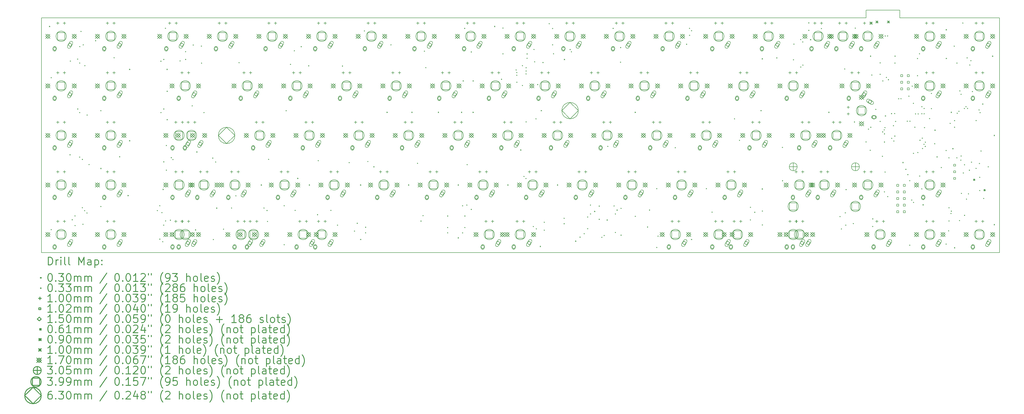
<source format=gbr>
%FSLAX45Y45*%
G04 Gerber Fmt 4.5, Leading zero omitted, Abs format (unit mm)*
G04 Created by KiCad (PCBNEW 4.0.3-stable) date Saturday, December 24, 2016 'PMt' 05:52:05 PM*
%MOMM*%
%LPD*%
G01*
G04 APERTURE LIST*
%ADD10C,0.127000*%
%ADD11C,0.150000*%
%ADD12C,0.200000*%
%ADD13C,0.300000*%
G04 APERTURE END LIST*
D10*
D11*
X34700000Y-2150000D02*
X3050000Y-2150000D01*
X34700000Y-1850000D02*
X36000000Y-1850000D01*
X36000000Y-2150000D02*
X39825000Y-2150000D01*
X36000000Y-1850000D02*
X36000000Y-2150000D01*
X34700000Y-1850000D02*
X34700000Y-2150000D01*
X39825000Y-11175000D02*
X39825000Y-2150000D01*
X3050000Y-11175000D02*
X39825000Y-11175000D01*
X3050000Y-2150000D02*
X3050000Y-11175000D01*
D12*
X3350500Y-2461500D02*
X3380500Y-2491500D01*
X3380500Y-2461500D02*
X3350500Y-2491500D01*
X3414000Y-4430000D02*
X3444000Y-4460000D01*
X3444000Y-4430000D02*
X3414000Y-4460000D01*
X3414000Y-10272000D02*
X3444000Y-10302000D01*
X3444000Y-10272000D02*
X3414000Y-10302000D01*
X4557000Y-2652000D02*
X4587000Y-2682000D01*
X4587000Y-2652000D02*
X4557000Y-2682000D01*
X5319000Y-5700000D02*
X5349000Y-5730000D01*
X5349000Y-5700000D02*
X5319000Y-5730000D01*
X5319000Y-7922500D02*
X5349000Y-7952500D01*
X5349000Y-7922500D02*
X5319000Y-7952500D01*
X5319000Y-9383000D02*
X5349000Y-9413000D01*
X5349000Y-9383000D02*
X5319000Y-9413000D01*
X6366750Y-8963900D02*
X6396750Y-8993900D01*
X6396750Y-8963900D02*
X6366750Y-8993900D01*
X6423900Y-4112500D02*
X6453900Y-4142500D01*
X6453900Y-4112500D02*
X6423900Y-4142500D01*
X6423900Y-6855700D02*
X6453900Y-6885700D01*
X6453900Y-6855700D02*
X6423900Y-6885700D01*
X7706600Y-8728950D02*
X7736600Y-8758950D01*
X7736600Y-8728950D02*
X7706600Y-8758950D01*
X7833600Y-7039850D02*
X7863600Y-7069850D01*
X7863600Y-7039850D02*
X7833600Y-7069850D01*
X7833600Y-7986000D02*
X7863600Y-8016000D01*
X7863600Y-7986000D02*
X7833600Y-8016000D01*
X7859000Y-4112500D02*
X7889000Y-4142500D01*
X7889000Y-4112500D02*
X7859000Y-4142500D01*
X7865350Y-4957050D02*
X7895350Y-4987050D01*
X7895350Y-4957050D02*
X7865350Y-4987050D01*
X7865350Y-6049250D02*
X7895350Y-6079250D01*
X7895350Y-6049250D02*
X7865350Y-6079250D01*
X8951200Y-10284700D02*
X8981200Y-10314700D01*
X8981200Y-10284700D02*
X8951200Y-10314700D01*
X9002000Y-7287500D02*
X9032000Y-7317500D01*
X9032000Y-7287500D02*
X9002000Y-7317500D01*
X9637000Y-10653000D02*
X9667000Y-10683000D01*
X9667000Y-10653000D02*
X9637000Y-10683000D01*
X9764000Y-9446500D02*
X9794000Y-9476500D01*
X9794000Y-9446500D02*
X9764000Y-9476500D01*
X11478500Y-8557500D02*
X11508500Y-8587500D01*
X11508500Y-8557500D02*
X11478500Y-8587500D01*
X12431000Y-5700000D02*
X12461000Y-5730000D01*
X12461000Y-5700000D02*
X12431000Y-5730000D01*
X12875500Y-8303500D02*
X12905500Y-8333500D01*
X12905500Y-8303500D02*
X12875500Y-8333500D01*
X13320000Y-8557500D02*
X13350000Y-8587500D01*
X13350000Y-8557500D02*
X13320000Y-8587500D01*
X15288500Y-8557500D02*
X15318500Y-8587500D01*
X15318500Y-8557500D02*
X15288500Y-8587500D01*
X15288500Y-10653000D02*
X15318500Y-10683000D01*
X15318500Y-10653000D02*
X15288500Y-10683000D01*
X15796500Y-7859000D02*
X15826500Y-7889000D01*
X15826500Y-7859000D02*
X15796500Y-7889000D01*
X16304500Y-5763500D02*
X16334500Y-5793500D01*
X16334500Y-5763500D02*
X16304500Y-5793500D01*
X17130000Y-8557500D02*
X17160000Y-8587500D01*
X17160000Y-8557500D02*
X17130000Y-8587500D01*
X17257000Y-5763500D02*
X17287000Y-5793500D01*
X17287000Y-5763500D02*
X17257000Y-5793500D01*
X18273000Y-5763500D02*
X18303000Y-5793500D01*
X18303000Y-5763500D02*
X18273000Y-5793500D01*
X19035000Y-8557500D02*
X19065000Y-8587500D01*
X19065000Y-8557500D02*
X19035000Y-8587500D01*
X19035000Y-10589500D02*
X19065000Y-10619500D01*
X19065000Y-10589500D02*
X19035000Y-10619500D01*
X19162000Y-5763500D02*
X19192000Y-5793500D01*
X19192000Y-5763500D02*
X19162000Y-5793500D01*
X19225500Y-4557000D02*
X19255500Y-4587000D01*
X19255500Y-4557000D02*
X19225500Y-4587000D01*
X19606500Y-4557000D02*
X19636500Y-4587000D01*
X19636500Y-4557000D02*
X19606500Y-4587000D01*
X19606500Y-5763500D02*
X19636500Y-5793500D01*
X19636500Y-5763500D02*
X19606500Y-5793500D01*
X20432000Y-2461500D02*
X20462000Y-2491500D01*
X20462000Y-2461500D02*
X20432000Y-2491500D01*
X20940000Y-8557500D02*
X20970000Y-8587500D01*
X20970000Y-8557500D02*
X20940000Y-8587500D01*
X21435300Y-7211300D02*
X21465300Y-7241300D01*
X21465300Y-7211300D02*
X21435300Y-7241300D01*
X22184600Y-10919700D02*
X22214600Y-10949700D01*
X22214600Y-10919700D02*
X22184600Y-10949700D01*
X22222700Y-5700000D02*
X22252700Y-5730000D01*
X22252700Y-5700000D02*
X22222700Y-5730000D01*
X22845000Y-8557500D02*
X22875000Y-8587500D01*
X22875000Y-8557500D02*
X22845000Y-8587500D01*
X23111700Y-3731500D02*
X23141700Y-3761500D01*
X23141700Y-3731500D02*
X23111700Y-3761500D01*
X23543500Y-10716500D02*
X23573500Y-10746500D01*
X23573500Y-10716500D02*
X23543500Y-10746500D01*
X24273750Y-9573500D02*
X24303750Y-9603500D01*
X24303750Y-9573500D02*
X24273750Y-9603500D01*
X24750000Y-9903700D02*
X24780000Y-9933700D01*
X24780000Y-9903700D02*
X24750000Y-9933700D01*
X24775400Y-7071600D02*
X24805400Y-7101600D01*
X24805400Y-7071600D02*
X24775400Y-7101600D01*
X25131000Y-9522700D02*
X25161000Y-9552700D01*
X25161000Y-9522700D02*
X25131000Y-9552700D01*
X25829500Y-5763500D02*
X25859500Y-5793500D01*
X25859500Y-5763500D02*
X25829500Y-5793500D01*
X26655000Y-8697200D02*
X26685000Y-8727200D01*
X26685000Y-8697200D02*
X26655000Y-8727200D01*
X26655000Y-10957800D02*
X26685000Y-10987800D01*
X26685000Y-10957800D02*
X26655000Y-10987800D01*
X27366200Y-7122400D02*
X27396200Y-7152400D01*
X27396200Y-7122400D02*
X27366200Y-7152400D01*
X27988500Y-10653000D02*
X28018500Y-10683000D01*
X28018500Y-10653000D02*
X27988500Y-10683000D01*
X28560000Y-8697200D02*
X28590000Y-8727200D01*
X28590000Y-8697200D02*
X28560000Y-8727200D01*
X30655500Y-5700000D02*
X30685500Y-5730000D01*
X30685500Y-5700000D02*
X30655500Y-5730000D01*
X30706300Y-3706100D02*
X30736300Y-3736100D01*
X30736300Y-3706100D02*
X30706300Y-3736100D01*
X30706300Y-8709900D02*
X30736300Y-8739900D01*
X30736300Y-8709900D02*
X30706300Y-8739900D01*
X32560500Y-2969500D02*
X32590500Y-2999500D01*
X32590500Y-2969500D02*
X32560500Y-2999500D01*
X33259000Y-5763500D02*
X33289000Y-5793500D01*
X33289000Y-5763500D02*
X33259000Y-5793500D01*
X34275000Y-2525000D02*
X34305000Y-2555000D01*
X34305000Y-2525000D02*
X34275000Y-2555000D01*
X34859200Y-3604500D02*
X34889200Y-3634500D01*
X34889200Y-3604500D02*
X34859200Y-3634500D01*
X34910000Y-4328400D02*
X34940000Y-4358400D01*
X34940000Y-4328400D02*
X34910000Y-4358400D01*
X35062400Y-5649200D02*
X35092400Y-5679200D01*
X35092400Y-5649200D02*
X35062400Y-5679200D01*
X35316400Y-7452600D02*
X35346400Y-7482600D01*
X35346400Y-7452600D02*
X35316400Y-7482600D01*
X35430700Y-5903200D02*
X35460700Y-5933200D01*
X35460700Y-5903200D02*
X35430700Y-5933200D01*
X35519600Y-9002000D02*
X35549600Y-9032000D01*
X35549600Y-9002000D02*
X35519600Y-9032000D01*
X35741850Y-6277850D02*
X35771850Y-6307850D01*
X35771850Y-6277850D02*
X35741850Y-6307850D01*
X36103800Y-7693900D02*
X36133800Y-7723900D01*
X36133800Y-7693900D02*
X36103800Y-7723900D01*
X36332400Y-5141200D02*
X36362400Y-5171200D01*
X36362400Y-5141200D02*
X36332400Y-5171200D01*
X36561000Y-6335000D02*
X36591000Y-6365000D01*
X36591000Y-6335000D02*
X36561000Y-6365000D01*
X36662600Y-3693400D02*
X36692600Y-3723400D01*
X36692600Y-3693400D02*
X36662600Y-3723400D01*
X36662600Y-4353800D02*
X36692600Y-4383800D01*
X36692600Y-4353800D02*
X36662600Y-4383800D01*
X36878500Y-9319500D02*
X36908500Y-9349500D01*
X36908500Y-9319500D02*
X36878500Y-9349500D01*
X37323000Y-6970000D02*
X37353000Y-7000000D01*
X37353000Y-6970000D02*
X37323000Y-7000000D01*
X37335700Y-6449300D02*
X37365700Y-6479300D01*
X37365700Y-6449300D02*
X37335700Y-6479300D01*
X37411900Y-7478000D02*
X37441900Y-7508000D01*
X37441900Y-7478000D02*
X37411900Y-7508000D01*
X37577000Y-7884400D02*
X37607000Y-7914400D01*
X37607000Y-7884400D02*
X37577000Y-7914400D01*
X37767500Y-2588500D02*
X37797500Y-2618500D01*
X37797500Y-2588500D02*
X37767500Y-2618500D01*
X37767500Y-3693400D02*
X37797500Y-3723400D01*
X37797500Y-3693400D02*
X37767500Y-3723400D01*
X37958000Y-5763500D02*
X37988000Y-5793500D01*
X37988000Y-5763500D02*
X37958000Y-5793500D01*
X38021500Y-7160500D02*
X38051500Y-7190500D01*
X38051500Y-7160500D02*
X38021500Y-7190500D01*
X38085000Y-6081000D02*
X38115000Y-6111000D01*
X38115000Y-6081000D02*
X38085000Y-6111000D01*
X38085000Y-6335000D02*
X38115000Y-6365000D01*
X38115000Y-6335000D02*
X38085000Y-6365000D01*
X38085000Y-10970500D02*
X38115000Y-11000500D01*
X38115000Y-10970500D02*
X38085000Y-11000500D01*
X38288200Y-4938000D02*
X38318200Y-4968000D01*
X38318200Y-4938000D02*
X38288200Y-4968000D01*
X38567600Y-3668000D02*
X38597600Y-3698000D01*
X38597600Y-3668000D02*
X38567600Y-3698000D01*
X38770800Y-4963400D02*
X38800800Y-4993400D01*
X38800800Y-4963400D02*
X38770800Y-4993400D01*
X39101000Y-7249400D02*
X39131000Y-7279400D01*
X39131000Y-7249400D02*
X39101000Y-7279400D01*
X39164500Y-5446000D02*
X39194500Y-5476000D01*
X39194500Y-5446000D02*
X39164500Y-5476000D01*
X39545500Y-3604500D02*
X39575500Y-3634500D01*
X39575500Y-3604500D02*
X39545500Y-3634500D01*
X39609000Y-6652500D02*
X39639000Y-6682500D01*
X39639000Y-6652500D02*
X39609000Y-6682500D01*
X39609000Y-10081500D02*
X39639000Y-10111500D01*
X39639000Y-10081500D02*
X39609000Y-10111500D01*
X4167010Y-7416800D02*
G75*
G03X4167010Y-7416800I-16510J0D01*
G01*
X4181912Y-3811572D02*
G75*
G03X4181912Y-3811572I-16510J0D01*
G01*
X4253230Y-9911080D02*
G75*
G03X4253230Y-9911080I-16510J0D01*
G01*
X4359910Y-9763760D02*
G75*
G03X4359910Y-9763760I-16510J0D01*
G01*
X4359910Y-10134600D02*
G75*
G03X4359910Y-10134600I-16510J0D01*
G01*
X4461510Y-3735000D02*
G75*
G03X4461510Y-3735000I-16510J0D01*
G01*
X4461510Y-5651500D02*
G75*
G03X4461510Y-5651500I-16510J0D01*
G01*
X4532630Y-7502376D02*
G75*
G03X4532630Y-7502376I-16510J0D01*
G01*
X4537710Y-3886200D02*
G75*
G03X4537710Y-3886200I-16510J0D01*
G01*
X4537710Y-5791200D02*
G75*
G03X4537710Y-5791200I-16510J0D01*
G01*
X4542790Y-3256280D02*
G75*
G03X4542790Y-3256280I-16510J0D01*
G01*
X4637033Y-7591481D02*
G75*
G03X4637033Y-7591481I-16510J0D01*
G01*
X4639310Y-9448800D02*
G75*
G03X4639310Y-9448800I-16510J0D01*
G01*
X4662210Y-10083800D02*
G75*
G03X4662210Y-10083800I-16510J0D01*
G01*
X4671060Y-3187700D02*
G75*
G03X4671060Y-3187700I-16510J0D01*
G01*
X4728210Y-9563100D02*
G75*
G03X4728210Y-9563100I-16510J0D01*
G01*
X4734560Y-3987800D02*
G75*
G03X4734560Y-3987800I-16510J0D01*
G01*
X4817110Y-9652000D02*
G75*
G03X4817110Y-9652000I-16510J0D01*
G01*
X4823460Y-5886450D02*
G75*
G03X4823460Y-5886450I-16510J0D01*
G01*
X4894560Y-7790040D02*
G75*
G03X4894560Y-7790040I-16510J0D01*
G01*
X5147310Y-3028950D02*
G75*
G03X5147310Y-3028950I-16510J0D01*
G01*
X5858510Y-3683000D02*
G75*
G03X5858510Y-3683000I-16510J0D01*
G01*
X6072010Y-7493000D02*
G75*
G03X6072010Y-7493000I-16510J0D01*
G01*
X7515860Y-9556750D02*
G75*
G03X7515860Y-9556750I-16510J0D01*
G01*
X7611110Y-9372600D02*
G75*
G03X7611110Y-9372600I-16510J0D01*
G01*
X7611110Y-10655300D02*
G75*
G03X7611110Y-10655300I-16510J0D01*
G01*
X7655560Y-3816350D02*
G75*
G03X7655560Y-3816350I-16510J0D01*
G01*
X7655560Y-5791200D02*
G75*
G03X7655560Y-5791200I-16510J0D01*
G01*
X7693660Y-9637299D02*
G75*
G03X7693660Y-9637299I-16510J0D01*
G01*
X7725410Y-10756900D02*
G75*
G03X7725410Y-10756900I-16510J0D01*
G01*
X7762026Y-10119008D02*
G75*
G03X7762026Y-10119008I-16510J0D01*
G01*
X7763510Y-3746500D02*
G75*
G03X7763510Y-3746500I-16510J0D01*
G01*
X7763510Y-5651500D02*
G75*
G03X7763510Y-5651500I-16510J0D01*
G01*
X7763510Y-7683500D02*
G75*
G03X7763510Y-7683500I-16510J0D01*
G01*
X7827010Y-2549195D02*
G75*
G03X7827010Y-2549195I-16510J0D01*
G01*
X7833360Y-9956800D02*
G75*
G03X7833360Y-9956800I-16510J0D01*
G01*
X8017510Y-9927207D02*
G75*
G03X8017510Y-9927207I-16510J0D01*
G01*
X8053940Y-7523887D02*
G75*
G03X8053940Y-7523887I-16510J0D01*
G01*
X8115035Y-7593313D02*
G75*
G03X8115035Y-7593313I-16510J0D01*
G01*
X8390560Y-3803650D02*
G75*
G03X8390560Y-3803650I-16510J0D01*
G01*
X8601710Y-3448050D02*
G75*
G03X8601710Y-3448050I-16510J0D01*
G01*
X8601887Y-3745283D02*
G75*
G03X8601887Y-3745283I-16510J0D01*
G01*
X8855710Y-5530850D02*
G75*
G03X8855710Y-5530850I-16510J0D01*
G01*
X8893810Y-3194050D02*
G75*
G03X8893810Y-3194050I-16510J0D01*
G01*
X9211310Y-3235960D02*
G75*
G03X9211310Y-3235960I-16510J0D01*
G01*
X9216390Y-3891280D02*
G75*
G03X9216390Y-3891280I-16510J0D01*
G01*
X9306560Y-5791200D02*
G75*
G03X9306560Y-5791200I-16510J0D01*
G01*
X9643885Y-7543800D02*
G75*
G03X9643885Y-7543800I-16510J0D01*
G01*
X9754997Y-7689850D02*
G75*
G03X9754997Y-7689850I-16510J0D01*
G01*
X10055860Y-10274300D02*
G75*
G03X10055860Y-10274300I-16510J0D01*
G01*
X10367010Y-9461500D02*
G75*
G03X10367010Y-9461500I-16510J0D01*
G01*
X10532110Y-8991600D02*
G75*
G03X10532110Y-8991600I-16510J0D01*
G01*
X10654883Y-3873500D02*
G75*
G03X10654883Y-3873500I-16510J0D01*
G01*
X11611610Y-9461500D02*
G75*
G03X11611610Y-9461500I-16510J0D01*
G01*
X11725910Y-9556750D02*
G75*
G03X11725910Y-9556750I-16510J0D01*
G01*
X11725910Y-9556750D02*
G75*
G03X11725910Y-9556750I-16510J0D01*
G01*
X11744960Y-9975850D02*
G75*
G03X11744960Y-9975850I-16510J0D01*
G01*
X11787010Y-7588250D02*
G75*
G03X11787010Y-7588250I-16510J0D01*
G01*
X12386310Y-9372600D02*
G75*
G03X12386310Y-9372600I-16510J0D01*
G01*
X12386310Y-10871200D02*
G75*
G03X12386310Y-10871200I-16510J0D01*
G01*
X12626112Y-3937000D02*
G75*
G03X12626112Y-3937000I-16510J0D01*
G01*
X12773660Y-3416300D02*
G75*
G03X12773660Y-3416300I-16510J0D01*
G01*
X12805410Y-9550400D02*
G75*
G03X12805410Y-9550400I-16510J0D01*
G01*
X13041630Y-3256280D02*
G75*
G03X13041630Y-3256280I-16510J0D01*
G01*
X13326110Y-3992880D02*
G75*
G03X13326110Y-3992880I-16510J0D01*
G01*
X13664669Y-9718088D02*
G75*
G03X13664669Y-9718088I-16510J0D01*
G01*
X13692010Y-7639050D02*
G75*
G03X13692010Y-7639050I-16510J0D01*
G01*
X14177010Y-9550400D02*
G75*
G03X14177010Y-9550400I-16510J0D01*
G01*
X14433670Y-10119002D02*
G75*
G03X14433670Y-10119002I-16510J0D01*
G01*
X14621510Y-4000500D02*
G75*
G03X14621510Y-4000500I-16510J0D01*
G01*
X14881860Y-7715250D02*
G75*
G03X14881860Y-7715250I-16510J0D01*
G01*
X15085593Y-10346832D02*
G75*
G03X15085593Y-10346832I-16510J0D01*
G01*
X15191780Y-10047801D02*
G75*
G03X15191780Y-10047801I-16510J0D01*
G01*
X15466510Y-2650000D02*
G75*
G03X15466510Y-2650000I-16510J0D01*
G01*
X15510510Y-10196900D02*
G75*
G03X15510510Y-10196900I-16510J0D01*
G01*
X15510510Y-10414000D02*
G75*
G03X15510510Y-10414000I-16510J0D01*
G01*
X15596106Y-7671917D02*
G75*
G03X15596106Y-7671917I-16510J0D01*
G01*
X16482060Y-3187700D02*
G75*
G03X16482060Y-3187700I-16510J0D01*
G01*
X17502010Y-7740650D02*
G75*
G03X17502010Y-7740650I-16510J0D01*
G01*
X17637760Y-9964515D02*
G75*
G03X17637760Y-9964515I-16510J0D01*
G01*
X17713960Y-9753600D02*
G75*
G03X17713960Y-9753600I-16510J0D01*
G01*
X17768414Y-3431696D02*
G75*
G03X17768414Y-3431696I-16510J0D01*
G01*
X17821910Y-4064000D02*
G75*
G03X17821910Y-4064000I-16510J0D01*
G01*
X18658546Y-9766750D02*
G75*
G03X18658546Y-9766750I-16510J0D01*
G01*
X18660110Y-10210800D02*
G75*
G03X18660110Y-10210800I-16510J0D01*
G01*
X18660110Y-10414000D02*
G75*
G03X18660110Y-10414000I-16510J0D01*
G01*
X19231610Y-9372600D02*
G75*
G03X19231610Y-9372600I-16510J0D01*
G01*
X19231610Y-10414000D02*
G75*
G03X19231610Y-10414000I-16510J0D01*
G01*
X19314160Y-2556301D02*
G75*
G03X19314160Y-2556301I-16510J0D01*
G01*
X19320510Y-9769804D02*
G75*
G03X19320510Y-9769804I-16510J0D01*
G01*
X19320510Y-10210800D02*
G75*
G03X19320510Y-10210800I-16510J0D01*
G01*
X19396710Y-9347200D02*
G75*
G03X19396710Y-9347200I-16510J0D01*
G01*
X19407010Y-7791450D02*
G75*
G03X19407010Y-7791450I-16510J0D01*
G01*
X19568160Y-3460750D02*
G75*
G03X19568160Y-3460750I-16510J0D01*
G01*
X19568160Y-9512300D02*
G75*
G03X19568160Y-9512300I-16510J0D01*
G01*
X20727671Y-4508500D02*
G75*
G03X20727671Y-4508500I-16510J0D01*
G01*
X20781010Y-2540000D02*
G75*
G03X20781010Y-2540000I-16510J0D01*
G01*
X20781010Y-3531000D02*
G75*
G03X20781010Y-3531000I-16510J0D01*
G01*
X21289010Y-4152900D02*
G75*
G03X21289010Y-4152900I-16510J0D01*
G01*
X21314410Y-4254500D02*
G75*
G03X21314410Y-4254500I-16510J0D01*
G01*
X21314410Y-4356100D02*
G75*
G03X21314410Y-4356100I-16510J0D01*
G01*
X21314410Y-4622800D02*
G75*
G03X21314410Y-4622800I-16510J0D01*
G01*
X21530310Y-3987800D02*
G75*
G03X21530310Y-3987800I-16510J0D01*
G01*
X21530310Y-4749800D02*
G75*
G03X21530310Y-4749800I-16510J0D01*
G01*
X21587484Y-8244840D02*
G75*
G03X21587484Y-8244840I-16510J0D01*
G01*
X21664625Y-8326120D02*
G75*
G03X21664625Y-8326120I-16510J0D01*
G01*
X21670010Y-4064000D02*
G75*
G03X21670010Y-4064000I-16510J0D01*
G01*
X21670010Y-4191000D02*
G75*
G03X21670010Y-4191000I-16510J0D01*
G01*
X21670010Y-4305300D02*
G75*
G03X21670010Y-4305300I-16510J0D01*
G01*
X21670010Y-6146800D02*
G75*
G03X21670010Y-6146800I-16510J0D01*
G01*
X21708110Y-3536950D02*
G75*
G03X21708110Y-3536950I-16510J0D01*
G01*
X21708110Y-3702050D02*
G75*
G03X21708110Y-3702050I-16510J0D01*
G01*
X21949410Y-10172700D02*
G75*
G03X21949410Y-10172700I-16510J0D01*
G01*
X21974810Y-3365500D02*
G75*
G03X21974810Y-3365500I-16510J0D01*
G01*
X21998418Y-3837785D02*
G75*
G03X21998418Y-3837785I-16510J0D01*
G01*
X22051010Y-6032500D02*
G75*
G03X22051010Y-6032500I-16510J0D01*
G01*
X22063710Y-10261600D02*
G75*
G03X22063710Y-10261600I-16510J0D01*
G01*
X22116924Y-4711700D02*
G75*
G03X22116924Y-4711700I-16510J0D01*
G01*
X22317710Y-3867150D02*
G75*
G03X22317710Y-3867150I-16510J0D01*
G01*
X22368510Y-10007600D02*
G75*
G03X22368510Y-10007600I-16510J0D01*
G01*
X22368510Y-10312400D02*
G75*
G03X22368510Y-10312400I-16510J0D01*
G01*
X22559010Y-2374900D02*
G75*
G03X22559010Y-2374900I-16510J0D01*
G01*
X22686417Y-2556447D02*
G75*
G03X22686417Y-2556447I-16510J0D01*
G01*
X22688835Y-3184903D02*
G75*
G03X22688835Y-3184903I-16510J0D01*
G01*
X22724510Y-3531000D02*
G75*
G03X22724510Y-3531000I-16510J0D01*
G01*
X23130510Y-9855200D02*
G75*
G03X23130510Y-9855200I-16510J0D01*
G01*
X23130510Y-10062500D02*
G75*
G03X23130510Y-10062500I-16510J0D01*
G01*
X23359110Y-3365500D02*
G75*
G03X23359110Y-3365500I-16510J0D01*
G01*
X23409910Y-3454400D02*
G75*
G03X23409910Y-3454400I-16510J0D01*
G01*
X23740110Y-10579100D02*
G75*
G03X23740110Y-10579100I-16510J0D01*
G01*
X23898860Y-10445750D02*
G75*
G03X23898860Y-10445750I-16510J0D01*
G01*
X24032210Y-9804400D02*
G75*
G03X24032210Y-9804400I-16510J0D01*
G01*
X24032210Y-10255250D02*
G75*
G03X24032210Y-10255250I-16510J0D01*
G01*
X24140160Y-9347200D02*
G75*
G03X24140160Y-9347200I-16510J0D01*
G01*
X24140160Y-9687250D02*
G75*
G03X24140160Y-9687250I-16510J0D01*
G01*
X24476710Y-9385300D02*
G75*
G03X24476710Y-9385300I-16510J0D01*
G01*
X24476710Y-9893300D02*
G75*
G03X24476710Y-9893300I-16510J0D01*
G01*
X24578310Y-10585450D02*
G75*
G03X24578310Y-10585450I-16510J0D01*
G01*
X24667210Y-10515600D02*
G75*
G03X24667210Y-10515600I-16510J0D01*
G01*
X25010110Y-2552700D02*
G75*
G03X25010110Y-2552700I-16510J0D01*
G01*
X25047390Y-9380220D02*
G75*
G03X25047390Y-9380220I-16510J0D01*
G01*
X25099010Y-9690100D02*
G75*
G03X25099010Y-9690100I-16510J0D01*
G01*
X25099010Y-10401300D02*
G75*
G03X25099010Y-10401300I-16510J0D01*
G01*
X25297130Y-3853180D02*
G75*
G03X25297130Y-3853180I-16510J0D01*
G01*
X25298184Y-3289300D02*
G75*
G03X25298184Y-3289300I-16510J0D01*
G01*
X25314910Y-9474200D02*
G75*
G03X25314910Y-9474200I-16510J0D01*
G01*
X25314910Y-10502900D02*
G75*
G03X25314910Y-10502900I-16510J0D01*
G01*
X25861010Y-9779000D02*
G75*
G03X25861010Y-9779000I-16510J0D01*
G01*
X26330144Y-10190825D02*
G75*
G03X26330144Y-10190825I-16510J0D01*
G01*
X26407110Y-9537700D02*
G75*
G03X26407110Y-9537700I-16510J0D01*
G01*
X26733385Y-10541000D02*
G75*
G03X26733385Y-10541000I-16510J0D01*
G01*
X27828810Y-3162300D02*
G75*
G03X27828810Y-3162300I-16510J0D01*
G01*
X27943810Y-2552700D02*
G75*
G03X27943810Y-2552700I-16510J0D01*
G01*
X27943810Y-2819400D02*
G75*
G03X27943810Y-2819400I-16510J0D01*
G01*
X28020010Y-2641600D02*
G75*
G03X28020010Y-2641600I-16510J0D01*
G01*
X28807410Y-9621979D02*
G75*
G03X28807410Y-9621979I-16510J0D01*
G01*
X29671010Y-6032500D02*
G75*
G03X29671010Y-6032500I-16510J0D01*
G01*
X29861510Y-6858000D02*
G75*
G03X29861510Y-6858000I-16510J0D01*
G01*
X30280610Y-9918700D02*
G75*
G03X30280610Y-9918700I-16510J0D01*
G01*
X30281674Y-9434941D02*
G75*
G03X30281674Y-9434941I-16510J0D01*
G01*
X30445710Y-9621979D02*
G75*
G03X30445710Y-9621979I-16510J0D01*
G01*
X30736531Y-9577819D02*
G75*
G03X30736531Y-9577819I-16510J0D01*
G01*
X30737810Y-10109200D02*
G75*
G03X30737810Y-10109200I-16510J0D01*
G01*
X31292080Y-3687163D02*
G75*
G03X31292080Y-3687163I-16510J0D01*
G01*
X31509970Y-7128140D02*
G75*
G03X31509970Y-7128140I-16510J0D01*
G01*
X31512510Y-8412480D02*
G75*
G03X31512510Y-8412480I-16510J0D01*
G01*
X31929995Y-3760148D02*
G75*
G03X31929995Y-3760148I-16510J0D01*
G01*
X31947434Y-3158473D02*
G75*
G03X31947434Y-3158473I-16510J0D01*
G01*
X32211010Y-2984500D02*
G75*
G03X32211010Y-2984500I-16510J0D01*
G01*
X32211010Y-4038600D02*
G75*
G03X32211010Y-4038600I-16510J0D01*
G01*
X32287210Y-3073400D02*
G75*
G03X32287210Y-3073400I-16510J0D01*
G01*
X32294532Y-3965399D02*
G75*
G03X32294532Y-3965399I-16510J0D01*
G01*
X32522160Y-2343150D02*
G75*
G03X32522160Y-2343150I-16510J0D01*
G01*
X32522160Y-2628900D02*
G75*
G03X32522160Y-2628900I-16510J0D01*
G01*
X33004760Y-2559050D02*
G75*
G03X33004760Y-2559050I-16510J0D01*
G01*
X33722732Y-9788460D02*
G75*
G03X33722732Y-9788460I-16510J0D01*
G01*
X33773110Y-10264140D02*
G75*
G03X33773110Y-10264140I-16510J0D01*
G01*
X33900110Y-4114800D02*
G75*
G03X33900110Y-4114800I-16510J0D01*
G01*
X33920917Y-9644685D02*
G75*
G03X33920917Y-9644685I-16510J0D01*
G01*
X33940750Y-10119360D02*
G75*
G03X33940750Y-10119360I-16510J0D01*
G01*
X33950910Y-8749081D02*
G75*
G03X33950910Y-8749081I-16510J0D01*
G01*
X34230310Y-10058400D02*
G75*
G03X34230310Y-10058400I-16510J0D01*
G01*
X34274558Y-6154420D02*
G75*
G03X34274558Y-6154420I-16510J0D01*
G01*
X34719132Y-6921095D02*
G75*
G03X34719132Y-6921095I-16510J0D01*
G01*
X34810158Y-6425960D02*
G75*
G03X34810158Y-6425960I-16510J0D01*
G01*
X34878010Y-7237820D02*
G75*
G03X34878010Y-7237820I-16510J0D01*
G01*
X34899925Y-6358635D02*
G75*
G03X34899925Y-6358635I-16510J0D01*
G01*
X34974530Y-10170160D02*
G75*
G03X34974530Y-10170160I-16510J0D01*
G01*
X34976343Y-9880809D02*
G75*
G03X34976343Y-9880809I-16510J0D01*
G01*
X35259010Y-3879849D02*
G75*
G03X35259010Y-3879849I-16510J0D01*
G01*
X35261357Y-4318000D02*
G75*
G03X35261357Y-4318000I-16510J0D01*
G01*
X35261357Y-6131000D02*
G75*
G03X35261357Y-6131000I-16510J0D01*
G01*
X35355311Y-6532822D02*
G75*
G03X35355311Y-6532822I-16510J0D01*
G01*
X35360610Y-4572000D02*
G75*
G03X35360610Y-4572000I-16510J0D01*
G01*
X35414440Y-6455086D02*
G75*
G03X35414440Y-6455086I-16510J0D01*
G01*
X35424110Y-6610350D02*
G75*
G03X35424110Y-6610350I-16510J0D01*
G01*
X35424110Y-6921500D02*
G75*
G03X35424110Y-6921500I-16510J0D01*
G01*
X35424110Y-8839200D02*
G75*
G03X35424110Y-8839200I-16510J0D01*
G01*
X35443160Y-6369050D02*
G75*
G03X35443160Y-6369050I-16510J0D01*
G01*
X35449510Y-8077200D02*
G75*
G03X35449510Y-8077200I-16510J0D01*
G01*
X35455860Y-2844800D02*
G75*
G03X35455860Y-2844800I-16510J0D01*
G01*
X35500310Y-4438650D02*
G75*
G03X35500310Y-4438650I-16510J0D01*
G01*
X35544760Y-2844800D02*
G75*
G03X35544760Y-2844800I-16510J0D01*
G01*
X35576510Y-4527550D02*
G75*
G03X35576510Y-4527550I-16510J0D01*
G01*
X35697160Y-5829300D02*
G75*
G03X35697160Y-5829300I-16510J0D01*
G01*
X35703510Y-6781800D02*
G75*
G03X35703510Y-6781800I-16510J0D01*
G01*
X35783152Y-6883400D02*
G75*
G03X35783152Y-6883400I-16510J0D01*
G01*
X35817810Y-5829300D02*
G75*
G03X35817810Y-5829300I-16510J0D01*
G01*
X35824358Y-6694390D02*
G75*
G03X35824358Y-6694390I-16510J0D01*
G01*
X35827933Y-3888618D02*
G75*
G03X35827933Y-3888618I-16510J0D01*
G01*
X35830510Y-3619500D02*
G75*
G03X35830510Y-3619500I-16510J0D01*
G01*
X35854310Y-6131000D02*
G75*
G03X35854310Y-6131000I-16510J0D01*
G01*
X35969309Y-5258701D02*
G75*
G03X35969309Y-5258701I-16510J0D01*
G01*
X36059110Y-5257800D02*
G75*
G03X36059110Y-5257800I-16510J0D01*
G01*
X36247070Y-7975600D02*
G75*
G03X36247070Y-7975600I-16510J0D01*
G01*
X36300410Y-6121400D02*
G75*
G03X36300410Y-6121400I-16510J0D01*
G01*
X36320730Y-8176260D02*
G75*
G03X36320730Y-8176260I-16510J0D01*
G01*
X36395660Y-8406188D02*
G75*
G03X36395660Y-8406188I-16510J0D01*
G01*
X36395660Y-10890250D02*
G75*
G03X36395660Y-10890250I-16510J0D01*
G01*
X36402010Y-6121400D02*
G75*
G03X36402010Y-6121400I-16510J0D01*
G01*
X36470590Y-9156700D02*
G75*
G03X36470590Y-9156700I-16510J0D01*
G01*
X36490910Y-4775200D02*
G75*
G03X36490910Y-4775200I-16510J0D01*
G01*
X36535360Y-5435600D02*
G75*
G03X36535360Y-5435600I-16510J0D01*
G01*
X36538622Y-7357499D02*
G75*
G03X36538622Y-7357499I-16510J0D01*
G01*
X36541710Y-9246000D02*
G75*
G03X36541710Y-9246000I-16510J0D01*
G01*
X36617910Y-5842000D02*
G75*
G03X36617910Y-5842000I-16510J0D01*
G01*
X36704534Y-7325750D02*
G75*
G03X36704534Y-7325750I-16510J0D01*
G01*
X36719221Y-5841596D02*
G75*
G03X36719221Y-5841596I-16510J0D01*
G01*
X36770310Y-3531000D02*
G75*
G03X36770310Y-3531000I-16510J0D01*
G01*
X36775390Y-8229600D02*
G75*
G03X36775390Y-8229600I-16510J0D01*
G01*
X36789111Y-6853658D02*
G75*
G03X36789111Y-6853658I-16510J0D01*
G01*
X36859210Y-5562600D02*
G75*
G03X36859210Y-5562600I-16510J0D01*
G01*
X36859210Y-5835650D02*
G75*
G03X36859210Y-5835650I-16510J0D01*
G01*
X36859210Y-8724900D02*
G75*
G03X36859210Y-8724900I-16510J0D01*
G01*
X36876645Y-6773270D02*
G75*
G03X36876645Y-6773270I-16510J0D01*
G01*
X36885387Y-7171719D02*
G75*
G03X36885387Y-7171719I-16510J0D01*
G01*
X36941760Y-7010400D02*
G75*
G03X36941760Y-7010400I-16510J0D01*
G01*
X36948110Y-5632450D02*
G75*
G03X36948110Y-5632450I-16510J0D01*
G01*
X36948110Y-5835650D02*
G75*
G03X36948110Y-5835650I-16510J0D01*
G01*
X36960810Y-6369050D02*
G75*
G03X36960810Y-6369050I-16510J0D01*
G01*
X36992560Y-6927850D02*
G75*
G03X36992560Y-6927850I-16510J0D01*
G01*
X36992560Y-7092950D02*
G75*
G03X36992560Y-7092950I-16510J0D01*
G01*
X37156811Y-6019998D02*
G75*
G03X37156811Y-6019998I-16510J0D01*
G01*
X37227510Y-5054600D02*
G75*
G03X37227510Y-5054600I-16510J0D01*
G01*
X37227510Y-5638800D02*
G75*
G03X37227510Y-5638800I-16510J0D01*
G01*
X37790121Y-7247889D02*
G75*
G03X37790121Y-7247889I-16510J0D01*
G01*
X37790121Y-10845800D02*
G75*
G03X37790121Y-10845800I-16510J0D01*
G01*
X37887910Y-10337800D02*
G75*
G03X37887910Y-10337800I-16510J0D01*
G01*
X37900610Y-7531100D02*
G75*
G03X37900610Y-7531100I-16510J0D01*
G01*
X37900610Y-9448800D02*
G75*
G03X37900610Y-9448800I-16510J0D01*
G01*
X37900610Y-9956800D02*
G75*
G03X37900610Y-9956800I-16510J0D01*
G01*
X37945060Y-6203950D02*
G75*
G03X37945060Y-6203950I-16510J0D01*
G01*
X37976042Y-9668939D02*
G75*
G03X37976042Y-9668939I-16510J0D01*
G01*
X37992128Y-9582151D02*
G75*
G03X37992128Y-9582151I-16510J0D01*
G01*
X38103810Y-3238500D02*
G75*
G03X38103810Y-3238500I-16510J0D01*
G01*
X38205410Y-3885000D02*
G75*
G03X38205410Y-3885000I-16510J0D01*
G01*
X38205410Y-7531100D02*
G75*
G03X38205410Y-7531100I-16510J0D01*
G01*
X38218110Y-5816600D02*
G75*
G03X38218110Y-5816600I-16510J0D01*
G01*
X38281610Y-5740400D02*
G75*
G03X38281610Y-5740400I-16510J0D01*
G01*
X38307010Y-9944100D02*
G75*
G03X38307010Y-9944100I-16510J0D01*
G01*
X38357174Y-7618382D02*
G75*
G03X38357174Y-7618382I-16510J0D01*
G01*
X38366699Y-5086350D02*
G75*
G03X38366699Y-5086350I-16510J0D01*
G01*
X38370139Y-7460665D02*
G75*
G03X38370139Y-7460665I-16510J0D01*
G01*
X38376860Y-8896350D02*
G75*
G03X38376860Y-8896350I-16510J0D01*
G01*
X38434010Y-2349500D02*
G75*
G03X38434010Y-2349500I-16510J0D01*
G01*
X38450520Y-8111490D02*
G75*
G03X38450520Y-8111490I-16510J0D01*
G01*
X38491160Y-5632450D02*
G75*
G03X38491160Y-5632450I-16510J0D01*
G01*
X38497510Y-7797800D02*
G75*
G03X38497510Y-7797800I-16510J0D01*
G01*
X38497510Y-9740900D02*
G75*
G03X38497510Y-9740900I-16510J0D01*
G01*
X38554660Y-5562600D02*
G75*
G03X38554660Y-5562600I-16510J0D01*
G01*
X38573710Y-9118600D02*
G75*
G03X38573710Y-9118600I-16510J0D01*
G01*
X38614985Y-5632450D02*
G75*
G03X38614985Y-5632450I-16510J0D01*
G01*
X38649910Y-8915400D02*
G75*
G03X38649910Y-8915400I-16510J0D01*
G01*
X38682375Y-8007007D02*
G75*
G03X38682375Y-8007007I-16510J0D01*
G01*
X38700710Y-3962400D02*
G75*
G03X38700710Y-3962400I-16510J0D01*
G01*
X38741310Y-3797300D02*
G75*
G03X38741310Y-3797300I-16510J0D01*
G01*
X38764210Y-7696200D02*
G75*
G03X38764210Y-7696200I-16510J0D01*
G01*
X38942010Y-6096000D02*
G75*
G03X38942010Y-6096000I-16510J0D01*
G01*
X38942010Y-7937500D02*
G75*
G03X38942010Y-7937500I-16510J0D01*
G01*
X39056310Y-5689600D02*
G75*
G03X39056310Y-5689600I-16510J0D01*
G01*
X39071610Y-7747000D02*
G75*
G03X39071610Y-7747000I-16510J0D01*
G01*
X39081710Y-8280400D02*
G75*
G03X39081710Y-8280400I-16510J0D01*
G01*
X39081710Y-8788400D02*
G75*
G03X39081710Y-8788400I-16510J0D01*
G01*
X39094410Y-5791200D02*
G75*
G03X39094410Y-5791200I-16510J0D01*
G01*
X39234110Y-9093200D02*
G75*
G03X39234110Y-9093200I-16510J0D01*
G01*
X39409510Y-7874000D02*
G75*
G03X39409510Y-7874000I-16510J0D01*
G01*
X3683000Y-2299500D02*
X3683000Y-2399500D01*
X3633000Y-2349500D02*
X3733000Y-2349500D01*
X3683000Y-4204500D02*
X3683000Y-4304500D01*
X3633000Y-4254500D02*
X3733000Y-4254500D01*
X3683000Y-6109500D02*
X3683000Y-6209500D01*
X3633000Y-6159500D02*
X3733000Y-6159500D01*
X3683000Y-8014500D02*
X3683000Y-8114500D01*
X3633000Y-8064500D02*
X3733000Y-8064500D01*
X3683000Y-9919500D02*
X3683000Y-10019500D01*
X3633000Y-9969500D02*
X3733000Y-9969500D01*
X3937000Y-2299500D02*
X3937000Y-2399500D01*
X3887000Y-2349500D02*
X3987000Y-2349500D01*
X3937000Y-4204500D02*
X3937000Y-4304500D01*
X3887000Y-4254500D02*
X3987000Y-4254500D01*
X3937000Y-6109500D02*
X3937000Y-6209500D01*
X3887000Y-6159500D02*
X3987000Y-6159500D01*
X3937000Y-8014500D02*
X3937000Y-8114500D01*
X3887000Y-8064500D02*
X3987000Y-8064500D01*
X3937000Y-9919500D02*
X3937000Y-10019500D01*
X3887000Y-9969500D02*
X3987000Y-9969500D01*
X5588000Y-2299500D02*
X5588000Y-2399500D01*
X5538000Y-2349500D02*
X5638000Y-2349500D01*
X5588000Y-4204500D02*
X5588000Y-4304500D01*
X5538000Y-4254500D02*
X5638000Y-4254500D01*
X5588000Y-6109500D02*
X5588000Y-6209500D01*
X5538000Y-6159500D02*
X5638000Y-6159500D01*
X5588000Y-8014500D02*
X5588000Y-8114500D01*
X5538000Y-8064500D02*
X5638000Y-8064500D01*
X5588000Y-9919500D02*
X5588000Y-10019500D01*
X5538000Y-9969500D02*
X5638000Y-9969500D01*
X5842000Y-2299500D02*
X5842000Y-2399500D01*
X5792000Y-2349500D02*
X5892000Y-2349500D01*
X5842000Y-4204500D02*
X5842000Y-4304500D01*
X5792000Y-4254500D02*
X5892000Y-4254500D01*
X5842000Y-6109500D02*
X5842000Y-6209500D01*
X5792000Y-6159500D02*
X5892000Y-6159500D01*
X5842000Y-8014500D02*
X5842000Y-8114500D01*
X5792000Y-8064500D02*
X5892000Y-8064500D01*
X5842000Y-9919500D02*
X5842000Y-10019500D01*
X5792000Y-9969500D02*
X5892000Y-9969500D01*
X7969250Y-2299500D02*
X7969250Y-2399500D01*
X7919250Y-2349500D02*
X8019250Y-2349500D01*
X8207375Y-6109500D02*
X8207375Y-6209500D01*
X8157375Y-6159500D02*
X8257375Y-6159500D01*
X8207375Y-8014500D02*
X8207375Y-8114500D01*
X8157375Y-8064500D02*
X8257375Y-8064500D01*
X8207375Y-9919500D02*
X8207375Y-10019500D01*
X8157375Y-9969500D02*
X8257375Y-9969500D01*
X8223250Y-2299500D02*
X8223250Y-2399500D01*
X8173250Y-2349500D02*
X8273250Y-2349500D01*
X8445500Y-4204500D02*
X8445500Y-4304500D01*
X8395500Y-4254500D02*
X8495500Y-4254500D01*
X8445500Y-9919500D02*
X8445500Y-10019500D01*
X8395500Y-9969500D02*
X8495500Y-9969500D01*
X8461375Y-6109500D02*
X8461375Y-6209500D01*
X8411375Y-6159500D02*
X8511375Y-6159500D01*
X8461375Y-8014500D02*
X8461375Y-8114500D01*
X8411375Y-8064500D02*
X8511375Y-8064500D01*
X8461375Y-9919500D02*
X8461375Y-10019500D01*
X8411375Y-9969500D02*
X8511375Y-9969500D01*
X8683625Y-6109500D02*
X8683625Y-6209500D01*
X8633625Y-6159500D02*
X8733625Y-6159500D01*
X8699500Y-4204500D02*
X8699500Y-4304500D01*
X8649500Y-4254500D02*
X8749500Y-4254500D01*
X8699500Y-9919500D02*
X8699500Y-10019500D01*
X8649500Y-9969500D02*
X8749500Y-9969500D01*
X8937625Y-6109500D02*
X8937625Y-6209500D01*
X8887625Y-6159500D02*
X8987625Y-6159500D01*
X9159875Y-8014500D02*
X9159875Y-8114500D01*
X9109875Y-8064500D02*
X9209875Y-8064500D01*
X9413875Y-8014500D02*
X9413875Y-8114500D01*
X9363875Y-8064500D02*
X9463875Y-8064500D01*
X9874250Y-2299500D02*
X9874250Y-2399500D01*
X9824250Y-2349500D02*
X9924250Y-2349500D01*
X10128250Y-2299500D02*
X10128250Y-2399500D01*
X10078250Y-2349500D02*
X10178250Y-2349500D01*
X10350500Y-8014500D02*
X10350500Y-8114500D01*
X10300500Y-8064500D02*
X10400500Y-8064500D01*
X10588625Y-9919500D02*
X10588625Y-10019500D01*
X10538625Y-9969500D02*
X10638625Y-9969500D01*
X10604500Y-8014500D02*
X10604500Y-8114500D01*
X10554500Y-8064500D02*
X10654500Y-8064500D01*
X10826750Y-4204500D02*
X10826750Y-4304500D01*
X10776750Y-4254500D02*
X10876750Y-4254500D01*
X10842625Y-9919500D02*
X10842625Y-10019500D01*
X10792625Y-9969500D02*
X10892625Y-9969500D01*
X11064875Y-9919500D02*
X11064875Y-10019500D01*
X11014875Y-9969500D02*
X11114875Y-9969500D01*
X11080750Y-4204500D02*
X11080750Y-4304500D01*
X11030750Y-4254500D02*
X11130750Y-4254500D01*
X11303000Y-6109500D02*
X11303000Y-6209500D01*
X11253000Y-6159500D02*
X11353000Y-6159500D01*
X11318875Y-9919500D02*
X11318875Y-10019500D01*
X11268875Y-9969500D02*
X11368875Y-9969500D01*
X11557000Y-6109500D02*
X11557000Y-6209500D01*
X11507000Y-6159500D02*
X11607000Y-6159500D01*
X11779250Y-2299500D02*
X11779250Y-2399500D01*
X11729250Y-2349500D02*
X11829250Y-2349500D01*
X12033250Y-2299500D02*
X12033250Y-2399500D01*
X11983250Y-2349500D02*
X12083250Y-2349500D01*
X12255500Y-8014500D02*
X12255500Y-8114500D01*
X12205500Y-8064500D02*
X12305500Y-8064500D01*
X12509500Y-8014500D02*
X12509500Y-8114500D01*
X12459500Y-8064500D02*
X12559500Y-8064500D01*
X12731750Y-4204500D02*
X12731750Y-4304500D01*
X12681750Y-4254500D02*
X12781750Y-4254500D01*
X12969875Y-9919500D02*
X12969875Y-10019500D01*
X12919875Y-9969500D02*
X13019875Y-9969500D01*
X12985750Y-4204500D02*
X12985750Y-4304500D01*
X12935750Y-4254500D02*
X13035750Y-4254500D01*
X13208000Y-6109500D02*
X13208000Y-6209500D01*
X13158000Y-6159500D02*
X13258000Y-6159500D01*
X13223875Y-9919500D02*
X13223875Y-10019500D01*
X13173875Y-9969500D02*
X13273875Y-9969500D01*
X13462000Y-6109500D02*
X13462000Y-6209500D01*
X13412000Y-6159500D02*
X13512000Y-6159500D01*
X13684250Y-2299500D02*
X13684250Y-2399500D01*
X13634250Y-2349500D02*
X13734250Y-2349500D01*
X13684250Y-9919500D02*
X13684250Y-10019500D01*
X13634250Y-9969500D02*
X13734250Y-9969500D01*
X13938250Y-2299500D02*
X13938250Y-2399500D01*
X13888250Y-2349500D02*
X13988250Y-2349500D01*
X13938250Y-9919500D02*
X13938250Y-10019500D01*
X13888250Y-9969500D02*
X13988250Y-9969500D01*
X14160500Y-8014500D02*
X14160500Y-8114500D01*
X14110500Y-8064500D02*
X14210500Y-8064500D01*
X14414500Y-8014500D02*
X14414500Y-8114500D01*
X14364500Y-8064500D02*
X14464500Y-8064500D01*
X14636750Y-4204500D02*
X14636750Y-4304500D01*
X14586750Y-4254500D02*
X14686750Y-4254500D01*
X14890750Y-4204500D02*
X14890750Y-4304500D01*
X14840750Y-4254500D02*
X14940750Y-4254500D01*
X15113000Y-6109500D02*
X15113000Y-6209500D01*
X15063000Y-6159500D02*
X15163000Y-6159500D01*
X15367000Y-6109500D02*
X15367000Y-6209500D01*
X15317000Y-6159500D02*
X15417000Y-6159500D01*
X15589250Y-2299500D02*
X15589250Y-2399500D01*
X15539250Y-2349500D02*
X15639250Y-2349500D01*
X15843250Y-2299500D02*
X15843250Y-2399500D01*
X15793250Y-2349500D02*
X15893250Y-2349500D01*
X16065500Y-8014500D02*
X16065500Y-8114500D01*
X16015500Y-8064500D02*
X16115500Y-8064500D01*
X16319500Y-8014500D02*
X16319500Y-8114500D01*
X16269500Y-8064500D02*
X16369500Y-8064500D01*
X16541750Y-4204500D02*
X16541750Y-4304500D01*
X16491750Y-4254500D02*
X16591750Y-4254500D01*
X16795750Y-4204500D02*
X16795750Y-4304500D01*
X16745750Y-4254500D02*
X16845750Y-4254500D01*
X17018000Y-6109500D02*
X17018000Y-6209500D01*
X16968000Y-6159500D02*
X17068000Y-6159500D01*
X17272000Y-6109500D02*
X17272000Y-6209500D01*
X17222000Y-6159500D02*
X17322000Y-6159500D01*
X17494250Y-2299500D02*
X17494250Y-2399500D01*
X17444250Y-2349500D02*
X17544250Y-2349500D01*
X17748250Y-2299500D02*
X17748250Y-2399500D01*
X17698250Y-2349500D02*
X17798250Y-2349500D01*
X17970500Y-8014500D02*
X17970500Y-8114500D01*
X17920500Y-8064500D02*
X18020500Y-8064500D01*
X18224500Y-8014500D02*
X18224500Y-8114500D01*
X18174500Y-8064500D02*
X18274500Y-8064500D01*
X18446750Y-4204500D02*
X18446750Y-4304500D01*
X18396750Y-4254500D02*
X18496750Y-4254500D01*
X18700750Y-4204500D02*
X18700750Y-4304500D01*
X18650750Y-4254500D02*
X18750750Y-4254500D01*
X18923000Y-6109500D02*
X18923000Y-6209500D01*
X18873000Y-6159500D02*
X18973000Y-6159500D01*
X19177000Y-6109500D02*
X19177000Y-6209500D01*
X19127000Y-6159500D02*
X19227000Y-6159500D01*
X19399250Y-2299500D02*
X19399250Y-2399500D01*
X19349250Y-2349500D02*
X19449250Y-2349500D01*
X19653250Y-2299500D02*
X19653250Y-2399500D01*
X19603250Y-2349500D02*
X19703250Y-2349500D01*
X19875500Y-8014500D02*
X19875500Y-8114500D01*
X19825500Y-8064500D02*
X19925500Y-8064500D01*
X20113625Y-9919500D02*
X20113625Y-10019500D01*
X20063625Y-9969500D02*
X20163625Y-9969500D01*
X20129500Y-8014500D02*
X20129500Y-8114500D01*
X20079500Y-8064500D02*
X20179500Y-8064500D01*
X20351750Y-4204500D02*
X20351750Y-4304500D01*
X20301750Y-4254500D02*
X20401750Y-4254500D01*
X20367625Y-9919500D02*
X20367625Y-10019500D01*
X20317625Y-9969500D02*
X20417625Y-9969500D01*
X20605750Y-4204500D02*
X20605750Y-4304500D01*
X20555750Y-4254500D02*
X20655750Y-4254500D01*
X20828000Y-6109500D02*
X20828000Y-6209500D01*
X20778000Y-6159500D02*
X20878000Y-6159500D01*
X21082000Y-6109500D02*
X21082000Y-6209500D01*
X21032000Y-6159500D02*
X21132000Y-6159500D01*
X21304250Y-2299500D02*
X21304250Y-2399500D01*
X21254250Y-2349500D02*
X21354250Y-2349500D01*
X21304250Y-9919500D02*
X21304250Y-10019500D01*
X21254250Y-9969500D02*
X21354250Y-9969500D01*
X21558250Y-2299500D02*
X21558250Y-2399500D01*
X21508250Y-2349500D02*
X21608250Y-2349500D01*
X21558250Y-9919500D02*
X21558250Y-10019500D01*
X21508250Y-9969500D02*
X21608250Y-9969500D01*
X21780500Y-8014500D02*
X21780500Y-8114500D01*
X21730500Y-8064500D02*
X21830500Y-8064500D01*
X22034500Y-8014500D02*
X22034500Y-8114500D01*
X21984500Y-8064500D02*
X22084500Y-8064500D01*
X22256750Y-4204500D02*
X22256750Y-4304500D01*
X22206750Y-4254500D02*
X22306750Y-4254500D01*
X22510750Y-4204500D02*
X22510750Y-4304500D01*
X22460750Y-4254500D02*
X22560750Y-4254500D01*
X22733000Y-6109500D02*
X22733000Y-6209500D01*
X22683000Y-6159500D02*
X22783000Y-6159500D01*
X22987000Y-6109500D02*
X22987000Y-6209500D01*
X22937000Y-6159500D02*
X23037000Y-6159500D01*
X23209250Y-2299500D02*
X23209250Y-2399500D01*
X23159250Y-2349500D02*
X23259250Y-2349500D01*
X23463250Y-2299500D02*
X23463250Y-2399500D01*
X23413250Y-2349500D02*
X23513250Y-2349500D01*
X23685500Y-8014500D02*
X23685500Y-8114500D01*
X23635500Y-8064500D02*
X23735500Y-8064500D01*
X23939500Y-8014500D02*
X23939500Y-8114500D01*
X23889500Y-8064500D02*
X23989500Y-8064500D01*
X24161750Y-4204500D02*
X24161750Y-4304500D01*
X24111750Y-4254500D02*
X24211750Y-4254500D01*
X24415750Y-4204500D02*
X24415750Y-4304500D01*
X24365750Y-4254500D02*
X24465750Y-4254500D01*
X24638000Y-6109500D02*
X24638000Y-6209500D01*
X24588000Y-6159500D02*
X24688000Y-6159500D01*
X24892000Y-6109500D02*
X24892000Y-6209500D01*
X24842000Y-6159500D02*
X24942000Y-6159500D01*
X25114250Y-2299500D02*
X25114250Y-2399500D01*
X25064250Y-2349500D02*
X25164250Y-2349500D01*
X25368250Y-2299500D02*
X25368250Y-2399500D01*
X25318250Y-2349500D02*
X25418250Y-2349500D01*
X25590500Y-8014500D02*
X25590500Y-8114500D01*
X25540500Y-8064500D02*
X25640500Y-8064500D01*
X25844500Y-8014500D02*
X25844500Y-8114500D01*
X25794500Y-8064500D02*
X25894500Y-8064500D01*
X26066750Y-4204500D02*
X26066750Y-4304500D01*
X26016750Y-4254500D02*
X26116750Y-4254500D01*
X26320750Y-4204500D02*
X26320750Y-4304500D01*
X26270750Y-4254500D02*
X26370750Y-4254500D01*
X26543000Y-6109500D02*
X26543000Y-6209500D01*
X26493000Y-6159500D02*
X26593000Y-6159500D01*
X26797000Y-6109500D02*
X26797000Y-6209500D01*
X26747000Y-6159500D02*
X26847000Y-6159500D01*
X27019250Y-2299500D02*
X27019250Y-2399500D01*
X26969250Y-2349500D02*
X27069250Y-2349500D01*
X27257375Y-9919500D02*
X27257375Y-10019500D01*
X27207375Y-9969500D02*
X27307375Y-9969500D01*
X27273250Y-2299500D02*
X27273250Y-2399500D01*
X27223250Y-2349500D02*
X27323250Y-2349500D01*
X27495500Y-8014500D02*
X27495500Y-8114500D01*
X27445500Y-8064500D02*
X27545500Y-8064500D01*
X27511375Y-9919500D02*
X27511375Y-10019500D01*
X27461375Y-9969500D02*
X27561375Y-9969500D01*
X27749500Y-8014500D02*
X27749500Y-8114500D01*
X27699500Y-8064500D02*
X27799500Y-8064500D01*
X27971750Y-4204500D02*
X27971750Y-4304500D01*
X27921750Y-4254500D02*
X28021750Y-4254500D01*
X28225750Y-4204500D02*
X28225750Y-4304500D01*
X28175750Y-4254500D02*
X28275750Y-4254500D01*
X28448000Y-6109500D02*
X28448000Y-6209500D01*
X28398000Y-6159500D02*
X28498000Y-6159500D01*
X28702000Y-6109500D02*
X28702000Y-6209500D01*
X28652000Y-6159500D02*
X28752000Y-6159500D01*
X28924250Y-2299500D02*
X28924250Y-2399500D01*
X28874250Y-2349500D02*
X28974250Y-2349500D01*
X28924250Y-9919500D02*
X28924250Y-10019500D01*
X28874250Y-9969500D02*
X28974250Y-9969500D01*
X29178250Y-2299500D02*
X29178250Y-2399500D01*
X29128250Y-2349500D02*
X29228250Y-2349500D01*
X29178250Y-9919500D02*
X29178250Y-10019500D01*
X29128250Y-9969500D02*
X29228250Y-9969500D01*
X29400500Y-8014500D02*
X29400500Y-8114500D01*
X29350500Y-8064500D02*
X29450500Y-8064500D01*
X29638625Y-9919500D02*
X29638625Y-10019500D01*
X29588625Y-9969500D02*
X29688625Y-9969500D01*
X29654500Y-8014500D02*
X29654500Y-8114500D01*
X29604500Y-8064500D02*
X29704500Y-8064500D01*
X29876750Y-4204500D02*
X29876750Y-4304500D01*
X29826750Y-4254500D02*
X29926750Y-4254500D01*
X29892625Y-9919500D02*
X29892625Y-10019500D01*
X29842625Y-9969500D02*
X29942625Y-9969500D01*
X30130750Y-4204500D02*
X30130750Y-4304500D01*
X30080750Y-4254500D02*
X30180750Y-4254500D01*
X30353000Y-6109500D02*
X30353000Y-6209500D01*
X30303000Y-6159500D02*
X30403000Y-6159500D01*
X30607000Y-6109500D02*
X30607000Y-6209500D01*
X30557000Y-6159500D02*
X30657000Y-6159500D01*
X30829250Y-2299500D02*
X30829250Y-2399500D01*
X30779250Y-2349500D02*
X30879250Y-2349500D01*
X31083250Y-2299500D02*
X31083250Y-2399500D01*
X31033250Y-2349500D02*
X31133250Y-2349500D01*
X31781750Y-4204500D02*
X31781750Y-4304500D01*
X31731750Y-4254500D02*
X31831750Y-4254500D01*
X31781750Y-9919500D02*
X31781750Y-10019500D01*
X31731750Y-9969500D02*
X31831750Y-9969500D01*
X32019875Y-8014500D02*
X32019875Y-8114500D01*
X31969875Y-8064500D02*
X32069875Y-8064500D01*
X32019875Y-9919500D02*
X32019875Y-10019500D01*
X31969875Y-9969500D02*
X32069875Y-9969500D01*
X32035750Y-4204500D02*
X32035750Y-4304500D01*
X31985750Y-4254500D02*
X32085750Y-4254500D01*
X32035750Y-9919500D02*
X32035750Y-10019500D01*
X31985750Y-9969500D02*
X32085750Y-9969500D01*
X32258000Y-6109500D02*
X32258000Y-6209500D01*
X32208000Y-6159500D02*
X32308000Y-6159500D01*
X32273875Y-8014500D02*
X32273875Y-8114500D01*
X32223875Y-8064500D02*
X32323875Y-8064500D01*
X32273875Y-9919500D02*
X32273875Y-10019500D01*
X32223875Y-9969500D02*
X32323875Y-9969500D01*
X32512000Y-6109500D02*
X32512000Y-6209500D01*
X32462000Y-6159500D02*
X32562000Y-6159500D01*
X32734250Y-2299500D02*
X32734250Y-2399500D01*
X32684250Y-2349500D02*
X32784250Y-2349500D01*
X32972375Y-8014500D02*
X32972375Y-8114500D01*
X32922375Y-8064500D02*
X33022375Y-8064500D01*
X32988250Y-2299500D02*
X32988250Y-2399500D01*
X32938250Y-2349500D02*
X33038250Y-2349500D01*
X33226375Y-8014500D02*
X33226375Y-8114500D01*
X33176375Y-8064500D02*
X33276375Y-8064500D01*
X33448625Y-6109500D02*
X33448625Y-6209500D01*
X33398625Y-6159500D02*
X33498625Y-6159500D01*
X33686750Y-2299500D02*
X33686750Y-2399500D01*
X33636750Y-2349500D02*
X33736750Y-2349500D01*
X33702625Y-6109500D02*
X33702625Y-6209500D01*
X33652625Y-6159500D02*
X33752625Y-6159500D01*
X33940750Y-2299500D02*
X33940750Y-2399500D01*
X33890750Y-2349500D02*
X33990750Y-2349500D01*
X34020125Y-5538000D02*
X34020125Y-5638000D01*
X33970125Y-5588000D02*
X34070125Y-5588000D01*
X34020125Y-5792000D02*
X34020125Y-5892000D01*
X33970125Y-5842000D02*
X34070125Y-5842000D01*
X34163000Y-4204500D02*
X34163000Y-4304500D01*
X34113000Y-4254500D02*
X34213000Y-4254500D01*
X34417000Y-4204500D02*
X34417000Y-4304500D01*
X34367000Y-4254500D02*
X34467000Y-4254500D01*
X34639250Y-2299500D02*
X34639250Y-2399500D01*
X34589250Y-2349500D02*
X34689250Y-2349500D01*
X34639250Y-8014500D02*
X34639250Y-8114500D01*
X34589250Y-8064500D02*
X34689250Y-8064500D01*
X34893250Y-8014500D02*
X34893250Y-8114500D01*
X34843250Y-8064500D02*
X34943250Y-8064500D01*
X35115500Y-9919500D02*
X35115500Y-10019500D01*
X35065500Y-9969500D02*
X35165500Y-9969500D01*
X35369500Y-9919500D02*
X35369500Y-10019500D01*
X35319500Y-9969500D02*
X35419500Y-9969500D01*
X37020500Y-2299500D02*
X37020500Y-2399500D01*
X36970500Y-2349500D02*
X37070500Y-2349500D01*
X37020500Y-4204500D02*
X37020500Y-4304500D01*
X36970500Y-4254500D02*
X37070500Y-4254500D01*
X37020500Y-8014500D02*
X37020500Y-8114500D01*
X36970500Y-8064500D02*
X37070500Y-8064500D01*
X37020500Y-9919500D02*
X37020500Y-10019500D01*
X36970500Y-9969500D02*
X37070500Y-9969500D01*
X37274500Y-2299500D02*
X37274500Y-2399500D01*
X37224500Y-2349500D02*
X37324500Y-2349500D01*
X37274500Y-4204500D02*
X37274500Y-4304500D01*
X37224500Y-4254500D02*
X37324500Y-4254500D01*
X37274500Y-8014500D02*
X37274500Y-8114500D01*
X37224500Y-8064500D02*
X37324500Y-8064500D01*
X37274500Y-9919500D02*
X37274500Y-10019500D01*
X37224500Y-9969500D02*
X37324500Y-9969500D01*
X38925500Y-2299500D02*
X38925500Y-2399500D01*
X38875500Y-2349500D02*
X38975500Y-2349500D01*
X38925500Y-4204500D02*
X38925500Y-4304500D01*
X38875500Y-4254500D02*
X38975500Y-4254500D01*
X38925500Y-9919500D02*
X38925500Y-10019500D01*
X38875500Y-9969500D02*
X38975500Y-9969500D01*
X39179500Y-2299500D02*
X39179500Y-2399500D01*
X39129500Y-2349500D02*
X39229500Y-2349500D01*
X39179500Y-4204500D02*
X39179500Y-4304500D01*
X39129500Y-4254500D02*
X39229500Y-4254500D01*
X39179500Y-9919500D02*
X39179500Y-10019500D01*
X39129500Y-9969500D02*
X39229500Y-9969500D01*
X35951521Y-8621121D02*
X35951521Y-8549279D01*
X35879679Y-8549279D01*
X35879679Y-8621121D01*
X35951521Y-8621121D01*
X35951521Y-8875121D02*
X35951521Y-8803279D01*
X35879679Y-8803279D01*
X35879679Y-8875121D01*
X35951521Y-8875121D01*
X35951521Y-9129121D02*
X35951521Y-9057279D01*
X35879679Y-9057279D01*
X35879679Y-9129121D01*
X35951521Y-9129121D01*
X35951521Y-9383121D02*
X35951521Y-9311279D01*
X35879679Y-9311279D01*
X35879679Y-9383121D01*
X35951521Y-9383121D01*
X35951521Y-9637121D02*
X35951521Y-9565279D01*
X35879679Y-9565279D01*
X35879679Y-9637121D01*
X35951521Y-9637121D01*
X36103921Y-4404721D02*
X36103921Y-4332879D01*
X36032079Y-4332879D01*
X36032079Y-4404721D01*
X36103921Y-4404721D01*
X36103921Y-4658721D02*
X36103921Y-4586879D01*
X36032079Y-4586879D01*
X36032079Y-4658721D01*
X36103921Y-4658721D01*
X36103921Y-4912721D02*
X36103921Y-4840879D01*
X36032079Y-4840879D01*
X36032079Y-4912721D01*
X36103921Y-4912721D01*
X36205521Y-8621121D02*
X36205521Y-8549279D01*
X36133679Y-8549279D01*
X36133679Y-8621121D01*
X36205521Y-8621121D01*
X36205521Y-8875121D02*
X36205521Y-8803279D01*
X36133679Y-8803279D01*
X36133679Y-8875121D01*
X36205521Y-8875121D01*
X36205521Y-9129121D02*
X36205521Y-9057279D01*
X36133679Y-9057279D01*
X36133679Y-9129121D01*
X36205521Y-9129121D01*
X36205521Y-9383121D02*
X36205521Y-9311279D01*
X36133679Y-9311279D01*
X36133679Y-9383121D01*
X36205521Y-9383121D01*
X36205521Y-9637121D02*
X36205521Y-9565279D01*
X36133679Y-9565279D01*
X36133679Y-9637121D01*
X36205521Y-9637121D01*
X36357921Y-4404721D02*
X36357921Y-4332879D01*
X36286079Y-4332879D01*
X36286079Y-4404721D01*
X36357921Y-4404721D01*
X36357921Y-4658721D02*
X36357921Y-4586879D01*
X36286079Y-4586879D01*
X36286079Y-4658721D01*
X36357921Y-4658721D01*
X36357921Y-4912721D02*
X36357921Y-4840879D01*
X36286079Y-4840879D01*
X36286079Y-4912721D01*
X36357921Y-4912721D01*
X38135921Y-7846421D02*
X38135921Y-7774579D01*
X38064079Y-7774579D01*
X38064079Y-7846421D01*
X38135921Y-7846421D01*
X38135921Y-8100421D02*
X38135921Y-8028579D01*
X38064079Y-8028579D01*
X38064079Y-8100421D01*
X38135921Y-8100421D01*
X38135921Y-8354421D02*
X38135921Y-8282579D01*
X38064079Y-8282579D01*
X38064079Y-8354421D01*
X38135921Y-8354421D01*
X3558000Y-3411500D02*
X3633000Y-3336500D01*
X3558000Y-3261500D01*
X3483000Y-3336500D01*
X3558000Y-3411500D01*
X3495123Y-3303146D02*
X3491178Y-3361012D01*
X3624822Y-3311988D02*
X3620877Y-3369854D01*
X3491178Y-3361012D02*
G75*
G03X3620877Y-3369854I64850J-4421D01*
G01*
X3624822Y-3311988D02*
G75*
G03X3495123Y-3303146I-64850J4421D01*
G01*
X3558000Y-5316500D02*
X3633000Y-5241500D01*
X3558000Y-5166500D01*
X3483000Y-5241500D01*
X3558000Y-5316500D01*
X3495123Y-5208146D02*
X3491178Y-5266012D01*
X3624822Y-5216988D02*
X3620877Y-5274854D01*
X3491178Y-5266012D02*
G75*
G03X3620877Y-5274854I64850J-4421D01*
G01*
X3624822Y-5216988D02*
G75*
G03X3495123Y-5208146I-64850J4421D01*
G01*
X3558000Y-7221500D02*
X3633000Y-7146500D01*
X3558000Y-7071500D01*
X3483000Y-7146500D01*
X3558000Y-7221500D01*
X3495123Y-7113146D02*
X3491178Y-7171012D01*
X3624822Y-7121988D02*
X3620877Y-7179854D01*
X3491178Y-7171012D02*
G75*
G03X3620877Y-7179854I64850J-4421D01*
G01*
X3624822Y-7121988D02*
G75*
G03X3495123Y-7113146I-64850J4421D01*
G01*
X3558000Y-9126500D02*
X3633000Y-9051500D01*
X3558000Y-8976500D01*
X3483000Y-9051500D01*
X3558000Y-9126500D01*
X3495123Y-9018146D02*
X3491178Y-9076012D01*
X3624822Y-9026988D02*
X3620877Y-9084854D01*
X3491178Y-9076012D02*
G75*
G03X3620877Y-9084854I64850J-4421D01*
G01*
X3624822Y-9026988D02*
G75*
G03X3495123Y-9018146I-64850J4421D01*
G01*
X3558000Y-11031500D02*
X3633000Y-10956500D01*
X3558000Y-10881500D01*
X3483000Y-10956500D01*
X3558000Y-11031500D01*
X3495123Y-10923146D02*
X3491178Y-10981012D01*
X3624822Y-10931988D02*
X3620877Y-10989854D01*
X3491178Y-10981012D02*
G75*
G03X3620877Y-10989854I64850J-4421D01*
G01*
X3624822Y-10931988D02*
G75*
G03X3495123Y-10923146I-64850J4421D01*
G01*
X4150500Y-3259500D02*
X4225500Y-3184500D01*
X4150500Y-3109500D01*
X4075500Y-3184500D01*
X4150500Y-3259500D01*
X4134223Y-3079942D02*
X4053132Y-3225933D01*
X4247868Y-3143067D02*
X4166777Y-3289058D01*
X4053132Y-3225933D02*
G75*
G03X4166777Y-3289058I56823J-31562D01*
G01*
X4247868Y-3143067D02*
G75*
G03X4134222Y-3079942I-56823J31562D01*
G01*
X4150500Y-5164500D02*
X4225500Y-5089500D01*
X4150500Y-5014500D01*
X4075500Y-5089500D01*
X4150500Y-5164500D01*
X4134223Y-4984942D02*
X4053132Y-5130933D01*
X4247868Y-5048067D02*
X4166777Y-5194058D01*
X4053132Y-5130933D02*
G75*
G03X4166777Y-5194058I56823J-31562D01*
G01*
X4247868Y-5048067D02*
G75*
G03X4134222Y-4984942I-56823J31562D01*
G01*
X4150500Y-7069500D02*
X4225500Y-6994500D01*
X4150500Y-6919500D01*
X4075500Y-6994500D01*
X4150500Y-7069500D01*
X4134223Y-6889942D02*
X4053132Y-7035933D01*
X4247868Y-6953067D02*
X4166777Y-7099058D01*
X4053132Y-7035933D02*
G75*
G03X4166777Y-7099058I56823J-31562D01*
G01*
X4247868Y-6953067D02*
G75*
G03X4134222Y-6889942I-56823J31562D01*
G01*
X4150500Y-8974500D02*
X4225500Y-8899500D01*
X4150500Y-8824500D01*
X4075500Y-8899500D01*
X4150500Y-8974500D01*
X4134223Y-8794942D02*
X4053132Y-8940933D01*
X4247868Y-8858067D02*
X4166777Y-9004058D01*
X4053132Y-8940933D02*
G75*
G03X4166777Y-9004058I56823J-31562D01*
G01*
X4247868Y-8858067D02*
G75*
G03X4134222Y-8794942I-56823J31562D01*
G01*
X4150500Y-10879500D02*
X4225500Y-10804500D01*
X4150500Y-10729500D01*
X4075500Y-10804500D01*
X4150500Y-10879500D01*
X4134223Y-10699942D02*
X4053132Y-10845933D01*
X4247868Y-10763067D02*
X4166777Y-10909058D01*
X4053132Y-10845933D02*
G75*
G03X4166777Y-10909058I56823J-31562D01*
G01*
X4247868Y-10763067D02*
G75*
G03X4134222Y-10699942I-56823J31562D01*
G01*
X5463000Y-3411500D02*
X5538000Y-3336500D01*
X5463000Y-3261500D01*
X5388000Y-3336500D01*
X5463000Y-3411500D01*
X5400123Y-3303146D02*
X5396178Y-3361012D01*
X5529822Y-3311988D02*
X5525877Y-3369854D01*
X5396178Y-3361012D02*
G75*
G03X5525877Y-3369854I64850J-4421D01*
G01*
X5529822Y-3311988D02*
G75*
G03X5400123Y-3303146I-64850J4421D01*
G01*
X5463000Y-5316500D02*
X5538000Y-5241500D01*
X5463000Y-5166500D01*
X5388000Y-5241500D01*
X5463000Y-5316500D01*
X5400123Y-5208146D02*
X5396178Y-5266012D01*
X5529822Y-5216988D02*
X5525877Y-5274854D01*
X5396178Y-5266012D02*
G75*
G03X5525877Y-5274854I64850J-4421D01*
G01*
X5529822Y-5216988D02*
G75*
G03X5400123Y-5208146I-64850J4421D01*
G01*
X5463000Y-7221500D02*
X5538000Y-7146500D01*
X5463000Y-7071500D01*
X5388000Y-7146500D01*
X5463000Y-7221500D01*
X5400123Y-7113146D02*
X5396178Y-7171012D01*
X5529822Y-7121988D02*
X5525877Y-7179854D01*
X5396178Y-7171012D02*
G75*
G03X5525877Y-7179854I64850J-4421D01*
G01*
X5529822Y-7121988D02*
G75*
G03X5400123Y-7113146I-64850J4421D01*
G01*
X5463000Y-9126500D02*
X5538000Y-9051500D01*
X5463000Y-8976500D01*
X5388000Y-9051500D01*
X5463000Y-9126500D01*
X5400123Y-9018146D02*
X5396178Y-9076012D01*
X5529822Y-9026988D02*
X5525877Y-9084854D01*
X5396178Y-9076012D02*
G75*
G03X5525877Y-9084854I64850J-4421D01*
G01*
X5529822Y-9026988D02*
G75*
G03X5400123Y-9018146I-64850J4421D01*
G01*
X5463000Y-11031500D02*
X5538000Y-10956500D01*
X5463000Y-10881500D01*
X5388000Y-10956500D01*
X5463000Y-11031500D01*
X5400123Y-10923146D02*
X5396178Y-10981012D01*
X5529822Y-10931988D02*
X5525877Y-10989854D01*
X5396178Y-10981012D02*
G75*
G03X5525877Y-10989854I64850J-4421D01*
G01*
X5529822Y-10931988D02*
G75*
G03X5400123Y-10923146I-64850J4421D01*
G01*
X6055500Y-3259500D02*
X6130500Y-3184500D01*
X6055500Y-3109500D01*
X5980500Y-3184500D01*
X6055500Y-3259500D01*
X6039223Y-3079942D02*
X5958132Y-3225933D01*
X6152868Y-3143067D02*
X6071777Y-3289058D01*
X5958132Y-3225933D02*
G75*
G03X6071777Y-3289058I56823J-31562D01*
G01*
X6152868Y-3143067D02*
G75*
G03X6039222Y-3079942I-56823J31562D01*
G01*
X6055500Y-5164500D02*
X6130500Y-5089500D01*
X6055500Y-5014500D01*
X5980500Y-5089500D01*
X6055500Y-5164500D01*
X6039223Y-4984942D02*
X5958132Y-5130933D01*
X6152868Y-5048067D02*
X6071777Y-5194058D01*
X5958132Y-5130933D02*
G75*
G03X6071777Y-5194058I56823J-31562D01*
G01*
X6152868Y-5048067D02*
G75*
G03X6039222Y-4984942I-56823J31562D01*
G01*
X6055500Y-7069500D02*
X6130500Y-6994500D01*
X6055500Y-6919500D01*
X5980500Y-6994500D01*
X6055500Y-7069500D01*
X6039223Y-6889942D02*
X5958132Y-7035933D01*
X6152868Y-6953067D02*
X6071777Y-7099058D01*
X5958132Y-7035933D02*
G75*
G03X6071777Y-7099058I56823J-31562D01*
G01*
X6152868Y-6953067D02*
G75*
G03X6039222Y-6889942I-56823J31562D01*
G01*
X6055500Y-8974500D02*
X6130500Y-8899500D01*
X6055500Y-8824500D01*
X5980500Y-8899500D01*
X6055500Y-8974500D01*
X6039223Y-8794942D02*
X5958132Y-8940933D01*
X6152868Y-8858067D02*
X6071777Y-9004058D01*
X5958132Y-8940933D02*
G75*
G03X6071777Y-9004058I56823J-31562D01*
G01*
X6152868Y-8858067D02*
G75*
G03X6039222Y-8794942I-56823J31562D01*
G01*
X6055500Y-10879500D02*
X6130500Y-10804500D01*
X6055500Y-10729500D01*
X5980500Y-10804500D01*
X6055500Y-10879500D01*
X6039223Y-10699942D02*
X5958132Y-10845933D01*
X6152868Y-10763067D02*
X6071777Y-10909058D01*
X5958132Y-10845933D02*
G75*
G03X6071777Y-10909058I56823J-31562D01*
G01*
X6152868Y-10763067D02*
G75*
G03X6039222Y-10699942I-56823J31562D01*
G01*
X7844250Y-3411500D02*
X7919250Y-3336500D01*
X7844250Y-3261500D01*
X7769250Y-3336500D01*
X7844250Y-3411500D01*
X7781373Y-3303146D02*
X7777428Y-3361012D01*
X7911072Y-3311988D02*
X7907127Y-3369854D01*
X7777428Y-3361012D02*
G75*
G03X7907127Y-3369854I64850J-4421D01*
G01*
X7911072Y-3311988D02*
G75*
G03X7781373Y-3303146I-64850J4421D01*
G01*
X8082375Y-7221500D02*
X8157375Y-7146500D01*
X8082375Y-7071500D01*
X8007375Y-7146500D01*
X8082375Y-7221500D01*
X8019498Y-7113146D02*
X8015553Y-7171012D01*
X8149197Y-7121988D02*
X8145252Y-7179854D01*
X8015553Y-7171012D02*
G75*
G03X8145252Y-7179854I64850J-4421D01*
G01*
X8149197Y-7121988D02*
G75*
G03X8019498Y-7113146I-64850J4421D01*
G01*
X8082375Y-9126500D02*
X8157375Y-9051500D01*
X8082375Y-8976500D01*
X8007375Y-9051500D01*
X8082375Y-9126500D01*
X8019498Y-9018146D02*
X8015553Y-9076012D01*
X8149197Y-9026988D02*
X8145252Y-9084854D01*
X8015553Y-9076012D02*
G75*
G03X8145252Y-9084854I64850J-4421D01*
G01*
X8149197Y-9026988D02*
G75*
G03X8019498Y-9018146I-64850J4421D01*
G01*
X8082375Y-11031500D02*
X8157375Y-10956500D01*
X8082375Y-10881500D01*
X8007375Y-10956500D01*
X8082375Y-11031500D01*
X8019498Y-10923146D02*
X8015553Y-10981012D01*
X8149197Y-10931988D02*
X8145252Y-10989854D01*
X8015553Y-10981012D02*
G75*
G03X8145252Y-10989854I64850J-4421D01*
G01*
X8149197Y-10931988D02*
G75*
G03X8019498Y-10923146I-64850J4421D01*
G01*
X8320500Y-5316500D02*
X8395500Y-5241500D01*
X8320500Y-5166500D01*
X8245500Y-5241500D01*
X8320500Y-5316500D01*
X8257623Y-5208146D02*
X8253678Y-5266012D01*
X8387322Y-5216988D02*
X8383377Y-5274854D01*
X8253678Y-5266012D02*
G75*
G03X8383377Y-5274854I64850J-4421D01*
G01*
X8387322Y-5216988D02*
G75*
G03X8257623Y-5208146I-64850J4421D01*
G01*
X8320500Y-11031500D02*
X8395500Y-10956500D01*
X8320500Y-10881500D01*
X8245500Y-10956500D01*
X8320500Y-11031500D01*
X8383377Y-10989854D02*
X8387322Y-10931988D01*
X8253678Y-10981012D02*
X8257623Y-10923146D01*
X8387322Y-10931988D02*
G75*
G03X8257623Y-10923146I-64850J4421D01*
G01*
X8253678Y-10981012D02*
G75*
G03X8383377Y-10989854I64850J-4421D01*
G01*
X8436750Y-3259500D02*
X8511750Y-3184500D01*
X8436750Y-3109500D01*
X8361750Y-3184500D01*
X8436750Y-3259500D01*
X8420473Y-3079942D02*
X8339382Y-3225933D01*
X8534118Y-3143067D02*
X8453027Y-3289058D01*
X8339382Y-3225933D02*
G75*
G03X8453028Y-3289058I56823J-31562D01*
G01*
X8534118Y-3143067D02*
G75*
G03X8420473Y-3079942I-56823J31562D01*
G01*
X8558625Y-7221500D02*
X8633625Y-7146500D01*
X8558625Y-7071500D01*
X8483625Y-7146500D01*
X8558625Y-7221500D01*
X8495748Y-7113146D02*
X8491803Y-7171012D01*
X8625447Y-7121988D02*
X8621502Y-7179854D01*
X8491803Y-7171012D02*
G75*
G03X8621502Y-7179854I64850J-4421D01*
G01*
X8625447Y-7121988D02*
G75*
G03X8495748Y-7113146I-64850J4421D01*
G01*
X8674875Y-7069500D02*
X8749875Y-6994500D01*
X8674875Y-6919500D01*
X8599875Y-6994500D01*
X8674875Y-7069500D01*
X8658598Y-6889942D02*
X8577507Y-7035933D01*
X8772243Y-6953067D02*
X8691152Y-7099058D01*
X8577507Y-7035933D02*
G75*
G03X8691153Y-7099058I56823J-31562D01*
G01*
X8772243Y-6953067D02*
G75*
G03X8658598Y-6889942I-56823J31562D01*
G01*
X8674875Y-8974500D02*
X8749875Y-8899500D01*
X8674875Y-8824500D01*
X8599875Y-8899500D01*
X8674875Y-8974500D01*
X8658598Y-8794942D02*
X8577507Y-8940933D01*
X8772243Y-8858067D02*
X8691152Y-9004058D01*
X8577507Y-8940933D02*
G75*
G03X8691153Y-9004058I56823J-31562D01*
G01*
X8772243Y-8858067D02*
G75*
G03X8658598Y-8794942I-56823J31562D01*
G01*
X8674875Y-10879500D02*
X8749875Y-10804500D01*
X8674875Y-10729500D01*
X8599875Y-10804500D01*
X8674875Y-10879500D01*
X8658598Y-10699942D02*
X8577507Y-10845933D01*
X8772243Y-10763067D02*
X8691152Y-10909058D01*
X8577507Y-10845933D02*
G75*
G03X8691153Y-10909058I56823J-31562D01*
G01*
X8772243Y-10763067D02*
G75*
G03X8658598Y-10699942I-56823J31562D01*
G01*
X8913000Y-5164500D02*
X8988000Y-5089500D01*
X8913000Y-5014500D01*
X8838000Y-5089500D01*
X8913000Y-5164500D01*
X8896723Y-4984942D02*
X8815632Y-5130933D01*
X9010368Y-5048067D02*
X8929277Y-5194058D01*
X8815632Y-5130933D02*
G75*
G03X8929278Y-5194058I56823J-31562D01*
G01*
X9010368Y-5048067D02*
G75*
G03X8896723Y-4984942I-56823J31562D01*
G01*
X8913000Y-10879500D02*
X8988000Y-10804500D01*
X8913000Y-10729500D01*
X8838000Y-10804500D01*
X8913000Y-10879500D01*
X8929277Y-10909058D02*
X9010368Y-10763067D01*
X8815632Y-10845933D02*
X8896723Y-10699942D01*
X9010368Y-10763067D02*
G75*
G03X8896723Y-10699942I-56823J31562D01*
G01*
X8815632Y-10845933D02*
G75*
G03X8929278Y-10909058I56823J-31562D01*
G01*
X9034875Y-9126500D02*
X9109875Y-9051500D01*
X9034875Y-8976500D01*
X8959875Y-9051500D01*
X9034875Y-9126500D01*
X8971998Y-9018146D02*
X8968053Y-9076012D01*
X9101697Y-9026988D02*
X9097752Y-9084854D01*
X8968053Y-9076012D02*
G75*
G03X9097752Y-9084854I64850J-4421D01*
G01*
X9101697Y-9026988D02*
G75*
G03X8971998Y-9018146I-64850J4421D01*
G01*
X9151125Y-7069500D02*
X9226125Y-6994500D01*
X9151125Y-6919500D01*
X9076125Y-6994500D01*
X9151125Y-7069500D01*
X9134848Y-6889942D02*
X9053757Y-7035933D01*
X9248493Y-6953067D02*
X9167402Y-7099058D01*
X9053757Y-7035933D02*
G75*
G03X9167403Y-7099058I56823J-31562D01*
G01*
X9248493Y-6953067D02*
G75*
G03X9134848Y-6889942I-56823J31562D01*
G01*
X9627375Y-8974500D02*
X9702375Y-8899500D01*
X9627375Y-8824500D01*
X9552375Y-8899500D01*
X9627375Y-8974500D01*
X9611098Y-8794942D02*
X9530007Y-8940933D01*
X9724743Y-8858067D02*
X9643652Y-9004058D01*
X9530007Y-8940933D02*
G75*
G03X9643653Y-9004058I56823J-31562D01*
G01*
X9724743Y-8858067D02*
G75*
G03X9611098Y-8794942I-56823J31562D01*
G01*
X9749250Y-3411500D02*
X9824250Y-3336500D01*
X9749250Y-3261500D01*
X9674250Y-3336500D01*
X9749250Y-3411500D01*
X9686373Y-3303146D02*
X9682428Y-3361012D01*
X9816072Y-3311988D02*
X9812127Y-3369854D01*
X9682428Y-3361012D02*
G75*
G03X9812127Y-3369854I64850J-4421D01*
G01*
X9816072Y-3311988D02*
G75*
G03X9686373Y-3303146I-64850J4421D01*
G01*
X10225500Y-9126500D02*
X10300500Y-9051500D01*
X10225500Y-8976500D01*
X10150500Y-9051500D01*
X10225500Y-9126500D01*
X10162623Y-9018146D02*
X10158678Y-9076012D01*
X10292322Y-9026988D02*
X10288377Y-9084854D01*
X10158678Y-9076012D02*
G75*
G03X10288377Y-9084854I64850J-4421D01*
G01*
X10292322Y-9026988D02*
G75*
G03X10162623Y-9018146I-64850J4421D01*
G01*
X10341750Y-3259500D02*
X10416750Y-3184500D01*
X10341750Y-3109500D01*
X10266750Y-3184500D01*
X10341750Y-3259500D01*
X10325473Y-3079942D02*
X10244382Y-3225933D01*
X10439118Y-3143067D02*
X10358027Y-3289058D01*
X10244382Y-3225933D02*
G75*
G03X10358028Y-3289058I56823J-31562D01*
G01*
X10439118Y-3143067D02*
G75*
G03X10325473Y-3079942I-56823J31562D01*
G01*
X10463625Y-11031500D02*
X10538625Y-10956500D01*
X10463625Y-10881500D01*
X10388625Y-10956500D01*
X10463625Y-11031500D01*
X10400748Y-10923146D02*
X10396803Y-10981012D01*
X10530447Y-10931988D02*
X10526502Y-10989854D01*
X10396803Y-10981012D02*
G75*
G03X10526502Y-10989854I64850J-4421D01*
G01*
X10530447Y-10931988D02*
G75*
G03X10400748Y-10923146I-64850J4421D01*
G01*
X10701750Y-5316500D02*
X10776750Y-5241500D01*
X10701750Y-5166500D01*
X10626750Y-5241500D01*
X10701750Y-5316500D01*
X10638873Y-5208146D02*
X10634928Y-5266012D01*
X10768572Y-5216988D02*
X10764627Y-5274854D01*
X10634928Y-5266012D02*
G75*
G03X10764627Y-5274854I64850J-4421D01*
G01*
X10768572Y-5216988D02*
G75*
G03X10638873Y-5208146I-64850J4421D01*
G01*
X10818000Y-8974500D02*
X10893000Y-8899500D01*
X10818000Y-8824500D01*
X10743000Y-8899500D01*
X10818000Y-8974500D01*
X10801723Y-8794942D02*
X10720632Y-8940933D01*
X10915368Y-8858067D02*
X10834277Y-9004058D01*
X10720632Y-8940933D02*
G75*
G03X10834278Y-9004058I56823J-31562D01*
G01*
X10915368Y-8858067D02*
G75*
G03X10801723Y-8794942I-56823J31562D01*
G01*
X10939875Y-11031500D02*
X11014875Y-10956500D01*
X10939875Y-10881500D01*
X10864875Y-10956500D01*
X10939875Y-11031500D01*
X10876998Y-10923146D02*
X10873053Y-10981012D01*
X11006697Y-10931988D02*
X11002752Y-10989854D01*
X10873053Y-10981012D02*
G75*
G03X11002752Y-10989854I64850J-4421D01*
G01*
X11006697Y-10931988D02*
G75*
G03X10876998Y-10923146I-64850J4421D01*
G01*
X11056125Y-10879500D02*
X11131125Y-10804500D01*
X11056125Y-10729500D01*
X10981125Y-10804500D01*
X11056125Y-10879500D01*
X11039848Y-10699942D02*
X10958757Y-10845933D01*
X11153493Y-10763067D02*
X11072402Y-10909058D01*
X10958757Y-10845933D02*
G75*
G03X11072403Y-10909058I56823J-31562D01*
G01*
X11153493Y-10763067D02*
G75*
G03X11039848Y-10699942I-56823J31562D01*
G01*
X11178000Y-7221500D02*
X11253000Y-7146500D01*
X11178000Y-7071500D01*
X11103000Y-7146500D01*
X11178000Y-7221500D01*
X11115123Y-7113146D02*
X11111178Y-7171012D01*
X11244822Y-7121988D02*
X11240877Y-7179854D01*
X11111178Y-7171012D02*
G75*
G03X11240877Y-7179854I64850J-4421D01*
G01*
X11244822Y-7121988D02*
G75*
G03X11115123Y-7113146I-64850J4421D01*
G01*
X11294250Y-5164500D02*
X11369250Y-5089500D01*
X11294250Y-5014500D01*
X11219250Y-5089500D01*
X11294250Y-5164500D01*
X11277973Y-4984942D02*
X11196882Y-5130933D01*
X11391618Y-5048067D02*
X11310527Y-5194058D01*
X11196882Y-5130933D02*
G75*
G03X11310527Y-5194058I56823J-31562D01*
G01*
X11391618Y-5048067D02*
G75*
G03X11277972Y-4984942I-56823J31562D01*
G01*
X11532375Y-10879500D02*
X11607375Y-10804500D01*
X11532375Y-10729500D01*
X11457375Y-10804500D01*
X11532375Y-10879500D01*
X11516098Y-10699942D02*
X11435007Y-10845933D01*
X11629743Y-10763067D02*
X11548652Y-10909058D01*
X11435007Y-10845933D02*
G75*
G03X11548652Y-10909058I56823J-31562D01*
G01*
X11629743Y-10763067D02*
G75*
G03X11516097Y-10699942I-56823J31562D01*
G01*
X11654250Y-3411500D02*
X11729250Y-3336500D01*
X11654250Y-3261500D01*
X11579250Y-3336500D01*
X11654250Y-3411500D01*
X11591373Y-3303146D02*
X11587428Y-3361012D01*
X11721072Y-3311988D02*
X11717127Y-3369854D01*
X11587428Y-3361012D02*
G75*
G03X11717127Y-3369854I64850J-4421D01*
G01*
X11721072Y-3311988D02*
G75*
G03X11591373Y-3303146I-64850J4421D01*
G01*
X11770500Y-7069500D02*
X11845500Y-6994500D01*
X11770500Y-6919500D01*
X11695500Y-6994500D01*
X11770500Y-7069500D01*
X11754223Y-6889942D02*
X11673132Y-7035933D01*
X11867868Y-6953067D02*
X11786777Y-7099058D01*
X11673132Y-7035933D02*
G75*
G03X11786777Y-7099058I56823J-31562D01*
G01*
X11867868Y-6953067D02*
G75*
G03X11754222Y-6889942I-56823J31562D01*
G01*
X12130500Y-9126500D02*
X12205500Y-9051500D01*
X12130500Y-8976500D01*
X12055500Y-9051500D01*
X12130500Y-9126500D01*
X12067623Y-9018146D02*
X12063678Y-9076012D01*
X12197322Y-9026988D02*
X12193377Y-9084854D01*
X12063678Y-9076012D02*
G75*
G03X12193377Y-9084854I64850J-4421D01*
G01*
X12197322Y-9026988D02*
G75*
G03X12067623Y-9018146I-64850J4421D01*
G01*
X12246750Y-3259500D02*
X12321750Y-3184500D01*
X12246750Y-3109500D01*
X12171750Y-3184500D01*
X12246750Y-3259500D01*
X12230473Y-3079942D02*
X12149382Y-3225933D01*
X12344118Y-3143067D02*
X12263027Y-3289058D01*
X12149382Y-3225933D02*
G75*
G03X12263027Y-3289058I56823J-31562D01*
G01*
X12344118Y-3143067D02*
G75*
G03X12230472Y-3079942I-56823J31562D01*
G01*
X12606750Y-5316500D02*
X12681750Y-5241500D01*
X12606750Y-5166500D01*
X12531750Y-5241500D01*
X12606750Y-5316500D01*
X12543873Y-5208146D02*
X12539928Y-5266012D01*
X12673572Y-5216988D02*
X12669627Y-5274854D01*
X12539928Y-5266012D02*
G75*
G03X12669627Y-5274854I64850J-4421D01*
G01*
X12673572Y-5216988D02*
G75*
G03X12543873Y-5208146I-64850J4421D01*
G01*
X12723000Y-8974500D02*
X12798000Y-8899500D01*
X12723000Y-8824500D01*
X12648000Y-8899500D01*
X12723000Y-8974500D01*
X12706723Y-8794942D02*
X12625632Y-8940933D01*
X12820368Y-8858067D02*
X12739277Y-9004058D01*
X12625632Y-8940933D02*
G75*
G03X12739277Y-9004058I56823J-31562D01*
G01*
X12820368Y-8858067D02*
G75*
G03X12706722Y-8794942I-56823J31562D01*
G01*
X12844875Y-11031500D02*
X12919875Y-10956500D01*
X12844875Y-10881500D01*
X12769875Y-10956500D01*
X12844875Y-11031500D01*
X12781998Y-10923146D02*
X12778053Y-10981012D01*
X12911697Y-10931988D02*
X12907752Y-10989854D01*
X12778053Y-10981012D02*
G75*
G03X12907752Y-10989854I64850J-4421D01*
G01*
X12911697Y-10931988D02*
G75*
G03X12781998Y-10923146I-64850J4421D01*
G01*
X13083000Y-7221500D02*
X13158000Y-7146500D01*
X13083000Y-7071500D01*
X13008000Y-7146500D01*
X13083000Y-7221500D01*
X13020123Y-7113146D02*
X13016178Y-7171012D01*
X13149822Y-7121988D02*
X13145877Y-7179854D01*
X13016178Y-7171012D02*
G75*
G03X13145877Y-7179854I64850J-4421D01*
G01*
X13149822Y-7121988D02*
G75*
G03X13020123Y-7113146I-64850J4421D01*
G01*
X13199250Y-5164500D02*
X13274250Y-5089500D01*
X13199250Y-5014500D01*
X13124250Y-5089500D01*
X13199250Y-5164500D01*
X13182973Y-4984942D02*
X13101882Y-5130933D01*
X13296618Y-5048067D02*
X13215527Y-5194058D01*
X13101882Y-5130933D02*
G75*
G03X13215527Y-5194058I56823J-31562D01*
G01*
X13296618Y-5048067D02*
G75*
G03X13182972Y-4984942I-56823J31562D01*
G01*
X13437375Y-10879500D02*
X13512375Y-10804500D01*
X13437375Y-10729500D01*
X13362375Y-10804500D01*
X13437375Y-10879500D01*
X13421098Y-10699942D02*
X13340007Y-10845933D01*
X13534743Y-10763067D02*
X13453652Y-10909058D01*
X13340007Y-10845933D02*
G75*
G03X13453652Y-10909058I56823J-31562D01*
G01*
X13534743Y-10763067D02*
G75*
G03X13421097Y-10699942I-56823J31562D01*
G01*
X13559250Y-3411500D02*
X13634250Y-3336500D01*
X13559250Y-3261500D01*
X13484250Y-3336500D01*
X13559250Y-3411500D01*
X13496373Y-3303146D02*
X13492428Y-3361012D01*
X13626072Y-3311988D02*
X13622127Y-3369854D01*
X13492428Y-3361012D02*
G75*
G03X13622127Y-3369854I64850J-4421D01*
G01*
X13626072Y-3311988D02*
G75*
G03X13496373Y-3303146I-64850J4421D01*
G01*
X13559250Y-11031500D02*
X13634250Y-10956500D01*
X13559250Y-10881500D01*
X13484250Y-10956500D01*
X13559250Y-11031500D01*
X13496373Y-10923146D02*
X13492428Y-10981012D01*
X13626072Y-10931988D02*
X13622127Y-10989854D01*
X13492428Y-10981012D02*
G75*
G03X13622127Y-10989854I64850J-4421D01*
G01*
X13626072Y-10931988D02*
G75*
G03X13496373Y-10923146I-64850J4421D01*
G01*
X13675500Y-7069500D02*
X13750500Y-6994500D01*
X13675500Y-6919500D01*
X13600500Y-6994500D01*
X13675500Y-7069500D01*
X13659223Y-6889942D02*
X13578132Y-7035933D01*
X13772868Y-6953067D02*
X13691777Y-7099058D01*
X13578132Y-7035933D02*
G75*
G03X13691777Y-7099058I56823J-31562D01*
G01*
X13772868Y-6953067D02*
G75*
G03X13659222Y-6889942I-56823J31562D01*
G01*
X14035500Y-9126500D02*
X14110500Y-9051500D01*
X14035500Y-8976500D01*
X13960500Y-9051500D01*
X14035500Y-9126500D01*
X13972623Y-9018146D02*
X13968678Y-9076012D01*
X14102322Y-9026988D02*
X14098377Y-9084854D01*
X13968678Y-9076012D02*
G75*
G03X14098377Y-9084854I64850J-4421D01*
G01*
X14102322Y-9026988D02*
G75*
G03X13972623Y-9018146I-64850J4421D01*
G01*
X14151750Y-3259500D02*
X14226750Y-3184500D01*
X14151750Y-3109500D01*
X14076750Y-3184500D01*
X14151750Y-3259500D01*
X14135473Y-3079942D02*
X14054382Y-3225933D01*
X14249118Y-3143067D02*
X14168027Y-3289058D01*
X14054382Y-3225933D02*
G75*
G03X14168027Y-3289058I56823J-31562D01*
G01*
X14249118Y-3143067D02*
G75*
G03X14135472Y-3079942I-56823J31562D01*
G01*
X14151750Y-10879500D02*
X14226750Y-10804500D01*
X14151750Y-10729500D01*
X14076750Y-10804500D01*
X14151750Y-10879500D01*
X14135473Y-10699942D02*
X14054382Y-10845933D01*
X14249118Y-10763067D02*
X14168027Y-10909058D01*
X14054382Y-10845933D02*
G75*
G03X14168027Y-10909058I56823J-31562D01*
G01*
X14249118Y-10763067D02*
G75*
G03X14135472Y-10699942I-56823J31562D01*
G01*
X14511750Y-5316500D02*
X14586750Y-5241500D01*
X14511750Y-5166500D01*
X14436750Y-5241500D01*
X14511750Y-5316500D01*
X14448873Y-5208146D02*
X14444928Y-5266012D01*
X14578572Y-5216988D02*
X14574627Y-5274854D01*
X14444928Y-5266012D02*
G75*
G03X14574627Y-5274854I64850J-4421D01*
G01*
X14578572Y-5216988D02*
G75*
G03X14448873Y-5208146I-64850J4421D01*
G01*
X14628000Y-8974500D02*
X14703000Y-8899500D01*
X14628000Y-8824500D01*
X14553000Y-8899500D01*
X14628000Y-8974500D01*
X14611723Y-8794942D02*
X14530632Y-8940933D01*
X14725368Y-8858067D02*
X14644277Y-9004058D01*
X14530632Y-8940933D02*
G75*
G03X14644277Y-9004058I56823J-31562D01*
G01*
X14725368Y-8858067D02*
G75*
G03X14611722Y-8794942I-56823J31562D01*
G01*
X14988000Y-7221500D02*
X15063000Y-7146500D01*
X14988000Y-7071500D01*
X14913000Y-7146500D01*
X14988000Y-7221500D01*
X14925123Y-7113146D02*
X14921178Y-7171012D01*
X15054822Y-7121988D02*
X15050877Y-7179854D01*
X14921178Y-7171012D02*
G75*
G03X15050877Y-7179854I64850J-4421D01*
G01*
X15054822Y-7121988D02*
G75*
G03X14925123Y-7113146I-64850J4421D01*
G01*
X15104250Y-5164500D02*
X15179250Y-5089500D01*
X15104250Y-5014500D01*
X15029250Y-5089500D01*
X15104250Y-5164500D01*
X15087973Y-4984942D02*
X15006882Y-5130933D01*
X15201618Y-5048067D02*
X15120527Y-5194058D01*
X15006882Y-5130933D02*
G75*
G03X15120527Y-5194058I56823J-31562D01*
G01*
X15201618Y-5048067D02*
G75*
G03X15087972Y-4984942I-56823J31562D01*
G01*
X15464250Y-3411500D02*
X15539250Y-3336500D01*
X15464250Y-3261500D01*
X15389250Y-3336500D01*
X15464250Y-3411500D01*
X15401373Y-3303146D02*
X15397428Y-3361012D01*
X15531072Y-3311988D02*
X15527127Y-3369854D01*
X15397428Y-3361012D02*
G75*
G03X15527127Y-3369854I64850J-4421D01*
G01*
X15531072Y-3311988D02*
G75*
G03X15401373Y-3303146I-64850J4421D01*
G01*
X15580500Y-7069500D02*
X15655500Y-6994500D01*
X15580500Y-6919500D01*
X15505500Y-6994500D01*
X15580500Y-7069500D01*
X15564223Y-6889942D02*
X15483132Y-7035933D01*
X15677868Y-6953067D02*
X15596777Y-7099058D01*
X15483132Y-7035933D02*
G75*
G03X15596777Y-7099058I56823J-31562D01*
G01*
X15677868Y-6953067D02*
G75*
G03X15564222Y-6889942I-56823J31562D01*
G01*
X15940500Y-9126500D02*
X16015500Y-9051500D01*
X15940500Y-8976500D01*
X15865500Y-9051500D01*
X15940500Y-9126500D01*
X15877623Y-9018146D02*
X15873678Y-9076012D01*
X16007322Y-9026988D02*
X16003377Y-9084854D01*
X15873678Y-9076012D02*
G75*
G03X16003377Y-9084854I64850J-4421D01*
G01*
X16007322Y-9026988D02*
G75*
G03X15877623Y-9018146I-64850J4421D01*
G01*
X16056750Y-3259500D02*
X16131750Y-3184500D01*
X16056750Y-3109500D01*
X15981750Y-3184500D01*
X16056750Y-3259500D01*
X16040473Y-3079942D02*
X15959382Y-3225933D01*
X16154118Y-3143067D02*
X16073027Y-3289058D01*
X15959382Y-3225933D02*
G75*
G03X16073027Y-3289058I56823J-31562D01*
G01*
X16154118Y-3143067D02*
G75*
G03X16040472Y-3079942I-56823J31562D01*
G01*
X16416750Y-5316500D02*
X16491750Y-5241500D01*
X16416750Y-5166500D01*
X16341750Y-5241500D01*
X16416750Y-5316500D01*
X16353873Y-5208146D02*
X16349928Y-5266012D01*
X16483572Y-5216988D02*
X16479627Y-5274854D01*
X16349928Y-5266012D02*
G75*
G03X16479627Y-5274854I64850J-4421D01*
G01*
X16483572Y-5216988D02*
G75*
G03X16353873Y-5208146I-64850J4421D01*
G01*
X16533000Y-8974500D02*
X16608000Y-8899500D01*
X16533000Y-8824500D01*
X16458000Y-8899500D01*
X16533000Y-8974500D01*
X16516723Y-8794942D02*
X16435632Y-8940933D01*
X16630368Y-8858067D02*
X16549277Y-9004058D01*
X16435632Y-8940933D02*
G75*
G03X16549277Y-9004058I56823J-31562D01*
G01*
X16630368Y-8858067D02*
G75*
G03X16516722Y-8794942I-56823J31562D01*
G01*
X16893000Y-7221500D02*
X16968000Y-7146500D01*
X16893000Y-7071500D01*
X16818000Y-7146500D01*
X16893000Y-7221500D01*
X16830123Y-7113146D02*
X16826178Y-7171012D01*
X16959822Y-7121988D02*
X16955877Y-7179854D01*
X16826178Y-7171012D02*
G75*
G03X16955877Y-7179854I64850J-4421D01*
G01*
X16959822Y-7121988D02*
G75*
G03X16830123Y-7113146I-64850J4421D01*
G01*
X17009250Y-5164500D02*
X17084250Y-5089500D01*
X17009250Y-5014500D01*
X16934250Y-5089500D01*
X17009250Y-5164500D01*
X16992973Y-4984942D02*
X16911882Y-5130933D01*
X17106618Y-5048067D02*
X17025527Y-5194058D01*
X16911882Y-5130933D02*
G75*
G03X17025528Y-5194058I56823J-31562D01*
G01*
X17106618Y-5048067D02*
G75*
G03X16992973Y-4984942I-56823J31562D01*
G01*
X17369250Y-3411500D02*
X17444250Y-3336500D01*
X17369250Y-3261500D01*
X17294250Y-3336500D01*
X17369250Y-3411500D01*
X17306373Y-3303146D02*
X17302428Y-3361012D01*
X17436072Y-3311988D02*
X17432127Y-3369854D01*
X17302428Y-3361012D02*
G75*
G03X17432127Y-3369854I64850J-4421D01*
G01*
X17436072Y-3311988D02*
G75*
G03X17306373Y-3303146I-64850J4421D01*
G01*
X17485500Y-7069500D02*
X17560500Y-6994500D01*
X17485500Y-6919500D01*
X17410500Y-6994500D01*
X17485500Y-7069500D01*
X17469223Y-6889942D02*
X17388132Y-7035933D01*
X17582868Y-6953067D02*
X17501777Y-7099058D01*
X17388132Y-7035933D02*
G75*
G03X17501778Y-7099058I56823J-31562D01*
G01*
X17582868Y-6953067D02*
G75*
G03X17469223Y-6889942I-56823J31562D01*
G01*
X17845500Y-9126500D02*
X17920500Y-9051500D01*
X17845500Y-8976500D01*
X17770500Y-9051500D01*
X17845500Y-9126500D01*
X17782623Y-9018146D02*
X17778678Y-9076012D01*
X17912322Y-9026988D02*
X17908377Y-9084854D01*
X17778678Y-9076012D02*
G75*
G03X17908377Y-9084854I64850J-4421D01*
G01*
X17912322Y-9026988D02*
G75*
G03X17782623Y-9018146I-64850J4421D01*
G01*
X17961750Y-3259500D02*
X18036750Y-3184500D01*
X17961750Y-3109500D01*
X17886750Y-3184500D01*
X17961750Y-3259500D01*
X17945473Y-3079942D02*
X17864382Y-3225933D01*
X18059118Y-3143067D02*
X17978027Y-3289058D01*
X17864382Y-3225933D02*
G75*
G03X17978028Y-3289058I56823J-31562D01*
G01*
X18059118Y-3143067D02*
G75*
G03X17945473Y-3079942I-56823J31562D01*
G01*
X18321750Y-5316500D02*
X18396750Y-5241500D01*
X18321750Y-5166500D01*
X18246750Y-5241500D01*
X18321750Y-5316500D01*
X18258873Y-5208146D02*
X18254928Y-5266012D01*
X18388572Y-5216988D02*
X18384627Y-5274854D01*
X18254928Y-5266012D02*
G75*
G03X18384627Y-5274854I64850J-4421D01*
G01*
X18388572Y-5216988D02*
G75*
G03X18258873Y-5208146I-64850J4421D01*
G01*
X18438000Y-8974500D02*
X18513000Y-8899500D01*
X18438000Y-8824500D01*
X18363000Y-8899500D01*
X18438000Y-8974500D01*
X18421723Y-8794942D02*
X18340632Y-8940933D01*
X18535368Y-8858067D02*
X18454277Y-9004058D01*
X18340632Y-8940933D02*
G75*
G03X18454278Y-9004058I56823J-31562D01*
G01*
X18535368Y-8858067D02*
G75*
G03X18421723Y-8794942I-56823J31562D01*
G01*
X18798000Y-7221500D02*
X18873000Y-7146500D01*
X18798000Y-7071500D01*
X18723000Y-7146500D01*
X18798000Y-7221500D01*
X18735123Y-7113146D02*
X18731178Y-7171012D01*
X18864822Y-7121988D02*
X18860877Y-7179854D01*
X18731178Y-7171012D02*
G75*
G03X18860877Y-7179854I64850J-4421D01*
G01*
X18864822Y-7121988D02*
G75*
G03X18735123Y-7113146I-64850J4421D01*
G01*
X18914250Y-5164500D02*
X18989250Y-5089500D01*
X18914250Y-5014500D01*
X18839250Y-5089500D01*
X18914250Y-5164500D01*
X18897973Y-4984942D02*
X18816882Y-5130933D01*
X19011618Y-5048067D02*
X18930527Y-5194058D01*
X18816882Y-5130933D02*
G75*
G03X18930528Y-5194058I56823J-31562D01*
G01*
X19011618Y-5048067D02*
G75*
G03X18897973Y-4984942I-56823J31562D01*
G01*
X19274250Y-3411500D02*
X19349250Y-3336500D01*
X19274250Y-3261500D01*
X19199250Y-3336500D01*
X19274250Y-3411500D01*
X19211373Y-3303146D02*
X19207428Y-3361012D01*
X19341072Y-3311988D02*
X19337127Y-3369854D01*
X19207428Y-3361012D02*
G75*
G03X19337127Y-3369854I64850J-4421D01*
G01*
X19341072Y-3311988D02*
G75*
G03X19211373Y-3303146I-64850J4421D01*
G01*
X19390500Y-7069500D02*
X19465500Y-6994500D01*
X19390500Y-6919500D01*
X19315500Y-6994500D01*
X19390500Y-7069500D01*
X19374223Y-6889942D02*
X19293132Y-7035933D01*
X19487868Y-6953067D02*
X19406777Y-7099058D01*
X19293132Y-7035933D02*
G75*
G03X19406778Y-7099058I56823J-31562D01*
G01*
X19487868Y-6953067D02*
G75*
G03X19374223Y-6889942I-56823J31562D01*
G01*
X19750500Y-9126500D02*
X19825500Y-9051500D01*
X19750500Y-8976500D01*
X19675500Y-9051500D01*
X19750500Y-9126500D01*
X19687623Y-9018146D02*
X19683678Y-9076012D01*
X19817322Y-9026988D02*
X19813377Y-9084854D01*
X19683678Y-9076012D02*
G75*
G03X19813377Y-9084854I64850J-4421D01*
G01*
X19817322Y-9026988D02*
G75*
G03X19687623Y-9018146I-64850J4421D01*
G01*
X19866750Y-3259500D02*
X19941750Y-3184500D01*
X19866750Y-3109500D01*
X19791750Y-3184500D01*
X19866750Y-3259500D01*
X19850473Y-3079942D02*
X19769382Y-3225933D01*
X19964118Y-3143067D02*
X19883027Y-3289058D01*
X19769382Y-3225933D02*
G75*
G03X19883028Y-3289058I56823J-31562D01*
G01*
X19964118Y-3143067D02*
G75*
G03X19850473Y-3079942I-56823J31562D01*
G01*
X19988625Y-11031500D02*
X20063625Y-10956500D01*
X19988625Y-10881500D01*
X19913625Y-10956500D01*
X19988625Y-11031500D01*
X19925748Y-10923146D02*
X19921803Y-10981012D01*
X20055447Y-10931988D02*
X20051502Y-10989854D01*
X19921803Y-10981012D02*
G75*
G03X20051502Y-10989854I64850J-4421D01*
G01*
X20055447Y-10931988D02*
G75*
G03X19925748Y-10923146I-64850J4421D01*
G01*
X20226750Y-5316500D02*
X20301750Y-5241500D01*
X20226750Y-5166500D01*
X20151750Y-5241500D01*
X20226750Y-5316500D01*
X20163873Y-5208146D02*
X20159928Y-5266012D01*
X20293572Y-5216988D02*
X20289627Y-5274854D01*
X20159928Y-5266012D02*
G75*
G03X20289627Y-5274854I64850J-4421D01*
G01*
X20293572Y-5216988D02*
G75*
G03X20163873Y-5208146I-64850J4421D01*
G01*
X20343000Y-8974500D02*
X20418000Y-8899500D01*
X20343000Y-8824500D01*
X20268000Y-8899500D01*
X20343000Y-8974500D01*
X20326723Y-8794942D02*
X20245632Y-8940933D01*
X20440368Y-8858067D02*
X20359277Y-9004058D01*
X20245632Y-8940933D02*
G75*
G03X20359278Y-9004058I56823J-31562D01*
G01*
X20440368Y-8858067D02*
G75*
G03X20326723Y-8794942I-56823J31562D01*
G01*
X20581125Y-10879500D02*
X20656125Y-10804500D01*
X20581125Y-10729500D01*
X20506125Y-10804500D01*
X20581125Y-10879500D01*
X20564848Y-10699942D02*
X20483757Y-10845933D01*
X20678493Y-10763067D02*
X20597402Y-10909058D01*
X20483757Y-10845933D02*
G75*
G03X20597403Y-10909058I56823J-31562D01*
G01*
X20678493Y-10763067D02*
G75*
G03X20564848Y-10699942I-56823J31562D01*
G01*
X20703000Y-7221500D02*
X20778000Y-7146500D01*
X20703000Y-7071500D01*
X20628000Y-7146500D01*
X20703000Y-7221500D01*
X20640123Y-7113146D02*
X20636178Y-7171012D01*
X20769822Y-7121988D02*
X20765877Y-7179854D01*
X20636178Y-7171012D02*
G75*
G03X20765877Y-7179854I64850J-4421D01*
G01*
X20769822Y-7121988D02*
G75*
G03X20640123Y-7113146I-64850J4421D01*
G01*
X20819250Y-5164500D02*
X20894250Y-5089500D01*
X20819250Y-5014500D01*
X20744250Y-5089500D01*
X20819250Y-5164500D01*
X20802973Y-4984942D02*
X20721882Y-5130933D01*
X20916618Y-5048067D02*
X20835527Y-5194058D01*
X20721882Y-5130933D02*
G75*
G03X20835528Y-5194058I56823J-31562D01*
G01*
X20916618Y-5048067D02*
G75*
G03X20802973Y-4984942I-56823J31562D01*
G01*
X21179250Y-3411500D02*
X21254250Y-3336500D01*
X21179250Y-3261500D01*
X21104250Y-3336500D01*
X21179250Y-3411500D01*
X21116373Y-3303146D02*
X21112428Y-3361012D01*
X21246072Y-3311988D02*
X21242127Y-3369854D01*
X21112428Y-3361012D02*
G75*
G03X21242127Y-3369854I64850J-4421D01*
G01*
X21246072Y-3311988D02*
G75*
G03X21116373Y-3303146I-64850J4421D01*
G01*
X21179250Y-11031500D02*
X21254250Y-10956500D01*
X21179250Y-10881500D01*
X21104250Y-10956500D01*
X21179250Y-11031500D01*
X21116373Y-10923146D02*
X21112428Y-10981012D01*
X21246072Y-10931988D02*
X21242127Y-10989854D01*
X21112428Y-10981012D02*
G75*
G03X21242127Y-10989854I64850J-4421D01*
G01*
X21246072Y-10931988D02*
G75*
G03X21116373Y-10923146I-64850J4421D01*
G01*
X21295500Y-7069500D02*
X21370500Y-6994500D01*
X21295500Y-6919500D01*
X21220500Y-6994500D01*
X21295500Y-7069500D01*
X21279223Y-6889942D02*
X21198132Y-7035933D01*
X21392868Y-6953067D02*
X21311777Y-7099058D01*
X21198132Y-7035933D02*
G75*
G03X21311778Y-7099058I56823J-31562D01*
G01*
X21392868Y-6953067D02*
G75*
G03X21279223Y-6889942I-56823J31562D01*
G01*
X21655500Y-9126500D02*
X21730500Y-9051500D01*
X21655500Y-8976500D01*
X21580500Y-9051500D01*
X21655500Y-9126500D01*
X21592623Y-9018146D02*
X21588678Y-9076012D01*
X21722322Y-9026988D02*
X21718377Y-9084854D01*
X21588678Y-9076012D02*
G75*
G03X21718377Y-9084854I64850J-4421D01*
G01*
X21722322Y-9026988D02*
G75*
G03X21592623Y-9018146I-64850J4421D01*
G01*
X21771750Y-3259500D02*
X21846750Y-3184500D01*
X21771750Y-3109500D01*
X21696750Y-3184500D01*
X21771750Y-3259500D01*
X21755473Y-3079942D02*
X21674382Y-3225933D01*
X21869118Y-3143067D02*
X21788027Y-3289058D01*
X21674382Y-3225933D02*
G75*
G03X21788028Y-3289058I56823J-31562D01*
G01*
X21869118Y-3143067D02*
G75*
G03X21755473Y-3079942I-56823J31562D01*
G01*
X21771750Y-10879500D02*
X21846750Y-10804500D01*
X21771750Y-10729500D01*
X21696750Y-10804500D01*
X21771750Y-10879500D01*
X21755473Y-10699942D02*
X21674382Y-10845933D01*
X21869118Y-10763067D02*
X21788027Y-10909058D01*
X21674382Y-10845933D02*
G75*
G03X21788028Y-10909058I56823J-31562D01*
G01*
X21869118Y-10763067D02*
G75*
G03X21755473Y-10699942I-56823J31562D01*
G01*
X22131750Y-5316500D02*
X22206750Y-5241500D01*
X22131750Y-5166500D01*
X22056750Y-5241500D01*
X22131750Y-5316500D01*
X22068873Y-5208146D02*
X22064928Y-5266012D01*
X22198572Y-5216988D02*
X22194627Y-5274854D01*
X22064928Y-5266012D02*
G75*
G03X22194627Y-5274854I64850J-4421D01*
G01*
X22198572Y-5216988D02*
G75*
G03X22068873Y-5208146I-64850J4421D01*
G01*
X22248000Y-8974500D02*
X22323000Y-8899500D01*
X22248000Y-8824500D01*
X22173000Y-8899500D01*
X22248000Y-8974500D01*
X22231723Y-8794942D02*
X22150632Y-8940933D01*
X22345368Y-8858067D02*
X22264277Y-9004058D01*
X22150632Y-8940933D02*
G75*
G03X22264278Y-9004058I56823J-31562D01*
G01*
X22345368Y-8858067D02*
G75*
G03X22231723Y-8794942I-56823J31562D01*
G01*
X22608000Y-7221500D02*
X22683000Y-7146500D01*
X22608000Y-7071500D01*
X22533000Y-7146500D01*
X22608000Y-7221500D01*
X22545123Y-7113146D02*
X22541178Y-7171012D01*
X22674822Y-7121988D02*
X22670877Y-7179854D01*
X22541178Y-7171012D02*
G75*
G03X22670877Y-7179854I64850J-4421D01*
G01*
X22674822Y-7121988D02*
G75*
G03X22545123Y-7113146I-64850J4421D01*
G01*
X22724250Y-5164500D02*
X22799250Y-5089500D01*
X22724250Y-5014500D01*
X22649250Y-5089500D01*
X22724250Y-5164500D01*
X22707973Y-4984942D02*
X22626882Y-5130933D01*
X22821618Y-5048067D02*
X22740527Y-5194058D01*
X22626882Y-5130933D02*
G75*
G03X22740527Y-5194058I56823J-31562D01*
G01*
X22821618Y-5048067D02*
G75*
G03X22707972Y-4984942I-56823J31562D01*
G01*
X23084250Y-3411500D02*
X23159250Y-3336500D01*
X23084250Y-3261500D01*
X23009250Y-3336500D01*
X23084250Y-3411500D01*
X23021373Y-3303146D02*
X23017428Y-3361012D01*
X23151072Y-3311988D02*
X23147127Y-3369854D01*
X23017428Y-3361012D02*
G75*
G03X23147127Y-3369854I64850J-4421D01*
G01*
X23151072Y-3311988D02*
G75*
G03X23021373Y-3303146I-64850J4421D01*
G01*
X23200500Y-7069500D02*
X23275500Y-6994500D01*
X23200500Y-6919500D01*
X23125500Y-6994500D01*
X23200500Y-7069500D01*
X23184223Y-6889942D02*
X23103132Y-7035933D01*
X23297868Y-6953067D02*
X23216777Y-7099058D01*
X23103132Y-7035933D02*
G75*
G03X23216777Y-7099058I56823J-31562D01*
G01*
X23297868Y-6953067D02*
G75*
G03X23184222Y-6889942I-56823J31562D01*
G01*
X23560500Y-9126500D02*
X23635500Y-9051500D01*
X23560500Y-8976500D01*
X23485500Y-9051500D01*
X23560500Y-9126500D01*
X23497623Y-9018146D02*
X23493678Y-9076012D01*
X23627322Y-9026988D02*
X23623377Y-9084854D01*
X23493678Y-9076012D02*
G75*
G03X23623377Y-9084854I64850J-4421D01*
G01*
X23627322Y-9026988D02*
G75*
G03X23497623Y-9018146I-64850J4421D01*
G01*
X23676750Y-3259500D02*
X23751750Y-3184500D01*
X23676750Y-3109500D01*
X23601750Y-3184500D01*
X23676750Y-3259500D01*
X23660473Y-3079942D02*
X23579382Y-3225933D01*
X23774118Y-3143067D02*
X23693027Y-3289058D01*
X23579382Y-3225933D02*
G75*
G03X23693027Y-3289058I56823J-31562D01*
G01*
X23774118Y-3143067D02*
G75*
G03X23660472Y-3079942I-56823J31562D01*
G01*
X24036750Y-5316500D02*
X24111750Y-5241500D01*
X24036750Y-5166500D01*
X23961750Y-5241500D01*
X24036750Y-5316500D01*
X23973873Y-5208146D02*
X23969928Y-5266012D01*
X24103572Y-5216988D02*
X24099627Y-5274854D01*
X23969928Y-5266012D02*
G75*
G03X24099627Y-5274854I64850J-4421D01*
G01*
X24103572Y-5216988D02*
G75*
G03X23973873Y-5208146I-64850J4421D01*
G01*
X24153000Y-8974500D02*
X24228000Y-8899500D01*
X24153000Y-8824500D01*
X24078000Y-8899500D01*
X24153000Y-8974500D01*
X24136723Y-8794942D02*
X24055632Y-8940933D01*
X24250368Y-8858067D02*
X24169277Y-9004058D01*
X24055632Y-8940933D02*
G75*
G03X24169277Y-9004058I56823J-31562D01*
G01*
X24250368Y-8858067D02*
G75*
G03X24136722Y-8794942I-56823J31562D01*
G01*
X24513000Y-7221500D02*
X24588000Y-7146500D01*
X24513000Y-7071500D01*
X24438000Y-7146500D01*
X24513000Y-7221500D01*
X24450123Y-7113146D02*
X24446178Y-7171012D01*
X24579822Y-7121988D02*
X24575877Y-7179854D01*
X24446178Y-7171012D02*
G75*
G03X24575877Y-7179854I64850J-4421D01*
G01*
X24579822Y-7121988D02*
G75*
G03X24450123Y-7113146I-64850J4421D01*
G01*
X24629250Y-5164500D02*
X24704250Y-5089500D01*
X24629250Y-5014500D01*
X24554250Y-5089500D01*
X24629250Y-5164500D01*
X24612973Y-4984942D02*
X24531882Y-5130933D01*
X24726618Y-5048067D02*
X24645527Y-5194058D01*
X24531882Y-5130933D02*
G75*
G03X24645527Y-5194058I56823J-31562D01*
G01*
X24726618Y-5048067D02*
G75*
G03X24612972Y-4984942I-56823J31562D01*
G01*
X24989250Y-3411500D02*
X25064250Y-3336500D01*
X24989250Y-3261500D01*
X24914250Y-3336500D01*
X24989250Y-3411500D01*
X24926373Y-3303146D02*
X24922428Y-3361012D01*
X25056072Y-3311988D02*
X25052127Y-3369854D01*
X24922428Y-3361012D02*
G75*
G03X25052127Y-3369854I64850J-4421D01*
G01*
X25056072Y-3311988D02*
G75*
G03X24926373Y-3303146I-64850J4421D01*
G01*
X25105500Y-7069500D02*
X25180500Y-6994500D01*
X25105500Y-6919500D01*
X25030500Y-6994500D01*
X25105500Y-7069500D01*
X25089223Y-6889942D02*
X25008132Y-7035933D01*
X25202868Y-6953067D02*
X25121777Y-7099058D01*
X25008132Y-7035933D02*
G75*
G03X25121777Y-7099058I56823J-31562D01*
G01*
X25202868Y-6953067D02*
G75*
G03X25089222Y-6889942I-56823J31562D01*
G01*
X25465500Y-9126500D02*
X25540500Y-9051500D01*
X25465500Y-8976500D01*
X25390500Y-9051500D01*
X25465500Y-9126500D01*
X25402623Y-9018146D02*
X25398678Y-9076012D01*
X25532322Y-9026988D02*
X25528377Y-9084854D01*
X25398678Y-9076012D02*
G75*
G03X25528377Y-9084854I64850J-4421D01*
G01*
X25532322Y-9026988D02*
G75*
G03X25402623Y-9018146I-64850J4421D01*
G01*
X25581750Y-3259500D02*
X25656750Y-3184500D01*
X25581750Y-3109500D01*
X25506750Y-3184500D01*
X25581750Y-3259500D01*
X25565473Y-3079942D02*
X25484382Y-3225933D01*
X25679118Y-3143067D02*
X25598027Y-3289058D01*
X25484382Y-3225933D02*
G75*
G03X25598027Y-3289058I56823J-31562D01*
G01*
X25679118Y-3143067D02*
G75*
G03X25565472Y-3079942I-56823J31562D01*
G01*
X25941750Y-5316500D02*
X26016750Y-5241500D01*
X25941750Y-5166500D01*
X25866750Y-5241500D01*
X25941750Y-5316500D01*
X25878873Y-5208146D02*
X25874928Y-5266012D01*
X26008572Y-5216988D02*
X26004627Y-5274854D01*
X25874928Y-5266012D02*
G75*
G03X26004627Y-5274854I64850J-4421D01*
G01*
X26008572Y-5216988D02*
G75*
G03X25878873Y-5208146I-64850J4421D01*
G01*
X26058000Y-8974500D02*
X26133000Y-8899500D01*
X26058000Y-8824500D01*
X25983000Y-8899500D01*
X26058000Y-8974500D01*
X26041723Y-8794942D02*
X25960632Y-8940933D01*
X26155368Y-8858067D02*
X26074277Y-9004058D01*
X25960632Y-8940933D02*
G75*
G03X26074277Y-9004058I56823J-31562D01*
G01*
X26155368Y-8858067D02*
G75*
G03X26041722Y-8794942I-56823J31562D01*
G01*
X26418000Y-7221500D02*
X26493000Y-7146500D01*
X26418000Y-7071500D01*
X26343000Y-7146500D01*
X26418000Y-7221500D01*
X26355123Y-7113146D02*
X26351178Y-7171012D01*
X26484822Y-7121988D02*
X26480877Y-7179854D01*
X26351178Y-7171012D02*
G75*
G03X26480877Y-7179854I64850J-4421D01*
G01*
X26484822Y-7121988D02*
G75*
G03X26355123Y-7113146I-64850J4421D01*
G01*
X26534250Y-5164500D02*
X26609250Y-5089500D01*
X26534250Y-5014500D01*
X26459250Y-5089500D01*
X26534250Y-5164500D01*
X26517973Y-4984942D02*
X26436882Y-5130933D01*
X26631618Y-5048067D02*
X26550527Y-5194058D01*
X26436882Y-5130933D02*
G75*
G03X26550527Y-5194058I56823J-31562D01*
G01*
X26631618Y-5048067D02*
G75*
G03X26517972Y-4984942I-56823J31562D01*
G01*
X26894250Y-3411500D02*
X26969250Y-3336500D01*
X26894250Y-3261500D01*
X26819250Y-3336500D01*
X26894250Y-3411500D01*
X26831373Y-3303146D02*
X26827428Y-3361012D01*
X26961072Y-3311988D02*
X26957127Y-3369854D01*
X26827428Y-3361012D02*
G75*
G03X26957127Y-3369854I64850J-4421D01*
G01*
X26961072Y-3311988D02*
G75*
G03X26831373Y-3303146I-64850J4421D01*
G01*
X27010500Y-7069500D02*
X27085500Y-6994500D01*
X27010500Y-6919500D01*
X26935500Y-6994500D01*
X27010500Y-7069500D01*
X26994223Y-6889942D02*
X26913132Y-7035933D01*
X27107868Y-6953067D02*
X27026777Y-7099058D01*
X26913132Y-7035933D02*
G75*
G03X27026777Y-7099058I56823J-31562D01*
G01*
X27107868Y-6953067D02*
G75*
G03X26994222Y-6889942I-56823J31562D01*
G01*
X27132375Y-11031500D02*
X27207375Y-10956500D01*
X27132375Y-10881500D01*
X27057375Y-10956500D01*
X27132375Y-11031500D01*
X27069498Y-10923146D02*
X27065553Y-10981012D01*
X27199197Y-10931988D02*
X27195252Y-10989854D01*
X27065553Y-10981012D02*
G75*
G03X27195252Y-10989854I64850J-4421D01*
G01*
X27199197Y-10931988D02*
G75*
G03X27069498Y-10923146I-64850J4421D01*
G01*
X27370500Y-9126500D02*
X27445500Y-9051500D01*
X27370500Y-8976500D01*
X27295500Y-9051500D01*
X27370500Y-9126500D01*
X27307623Y-9018146D02*
X27303678Y-9076012D01*
X27437322Y-9026988D02*
X27433377Y-9084854D01*
X27303678Y-9076012D02*
G75*
G03X27433377Y-9084854I64850J-4421D01*
G01*
X27437322Y-9026988D02*
G75*
G03X27307623Y-9018146I-64850J4421D01*
G01*
X27486750Y-3259500D02*
X27561750Y-3184500D01*
X27486750Y-3109500D01*
X27411750Y-3184500D01*
X27486750Y-3259500D01*
X27470473Y-3079942D02*
X27389382Y-3225933D01*
X27584118Y-3143067D02*
X27503027Y-3289058D01*
X27389382Y-3225933D02*
G75*
G03X27503027Y-3289058I56823J-31562D01*
G01*
X27584118Y-3143067D02*
G75*
G03X27470472Y-3079942I-56823J31562D01*
G01*
X27724875Y-10879500D02*
X27799875Y-10804500D01*
X27724875Y-10729500D01*
X27649875Y-10804500D01*
X27724875Y-10879500D01*
X27708598Y-10699942D02*
X27627507Y-10845933D01*
X27822243Y-10763067D02*
X27741152Y-10909058D01*
X27627507Y-10845933D02*
G75*
G03X27741152Y-10909058I56823J-31562D01*
G01*
X27822243Y-10763067D02*
G75*
G03X27708597Y-10699942I-56823J31562D01*
G01*
X27846750Y-5316500D02*
X27921750Y-5241500D01*
X27846750Y-5166500D01*
X27771750Y-5241500D01*
X27846750Y-5316500D01*
X27783873Y-5208146D02*
X27779928Y-5266012D01*
X27913572Y-5216988D02*
X27909627Y-5274854D01*
X27779928Y-5266012D02*
G75*
G03X27909627Y-5274854I64850J-4421D01*
G01*
X27913572Y-5216988D02*
G75*
G03X27783873Y-5208146I-64850J4421D01*
G01*
X27963000Y-8974500D02*
X28038000Y-8899500D01*
X27963000Y-8824500D01*
X27888000Y-8899500D01*
X27963000Y-8974500D01*
X27946723Y-8794942D02*
X27865632Y-8940933D01*
X28060368Y-8858067D02*
X27979277Y-9004058D01*
X27865632Y-8940933D02*
G75*
G03X27979277Y-9004058I56823J-31562D01*
G01*
X28060368Y-8858067D02*
G75*
G03X27946722Y-8794942I-56823J31562D01*
G01*
X28323000Y-7221500D02*
X28398000Y-7146500D01*
X28323000Y-7071500D01*
X28248000Y-7146500D01*
X28323000Y-7221500D01*
X28260123Y-7113146D02*
X28256178Y-7171012D01*
X28389822Y-7121988D02*
X28385877Y-7179854D01*
X28256178Y-7171012D02*
G75*
G03X28385877Y-7179854I64850J-4421D01*
G01*
X28389822Y-7121988D02*
G75*
G03X28260123Y-7113146I-64850J4421D01*
G01*
X28439250Y-5164500D02*
X28514250Y-5089500D01*
X28439250Y-5014500D01*
X28364250Y-5089500D01*
X28439250Y-5164500D01*
X28422973Y-4984942D02*
X28341882Y-5130933D01*
X28536618Y-5048067D02*
X28455527Y-5194058D01*
X28341882Y-5130933D02*
G75*
G03X28455527Y-5194058I56823J-31562D01*
G01*
X28536618Y-5048067D02*
G75*
G03X28422972Y-4984942I-56823J31562D01*
G01*
X28799250Y-3411500D02*
X28874250Y-3336500D01*
X28799250Y-3261500D01*
X28724250Y-3336500D01*
X28799250Y-3411500D01*
X28736373Y-3303146D02*
X28732428Y-3361012D01*
X28866072Y-3311988D02*
X28862127Y-3369854D01*
X28732428Y-3361012D02*
G75*
G03X28862127Y-3369854I64850J-4421D01*
G01*
X28866072Y-3311988D02*
G75*
G03X28736373Y-3303146I-64850J4421D01*
G01*
X28799250Y-11031500D02*
X28874250Y-10956500D01*
X28799250Y-10881500D01*
X28724250Y-10956500D01*
X28799250Y-11031500D01*
X28862127Y-10989854D02*
X28866072Y-10931988D01*
X28732428Y-10981012D02*
X28736373Y-10923146D01*
X28866072Y-10931988D02*
G75*
G03X28736373Y-10923146I-64850J4421D01*
G01*
X28732428Y-10981012D02*
G75*
G03X28862127Y-10989854I64850J-4421D01*
G01*
X28915500Y-7069500D02*
X28990500Y-6994500D01*
X28915500Y-6919500D01*
X28840500Y-6994500D01*
X28915500Y-7069500D01*
X28899223Y-6889942D02*
X28818132Y-7035933D01*
X29012868Y-6953067D02*
X28931777Y-7099058D01*
X28818132Y-7035933D02*
G75*
G03X28931777Y-7099058I56823J-31562D01*
G01*
X29012868Y-6953067D02*
G75*
G03X28899222Y-6889942I-56823J31562D01*
G01*
X29275500Y-9126500D02*
X29350500Y-9051500D01*
X29275500Y-8976500D01*
X29200500Y-9051500D01*
X29275500Y-9126500D01*
X29212623Y-9018146D02*
X29208678Y-9076012D01*
X29342322Y-9026988D02*
X29338377Y-9084854D01*
X29208678Y-9076012D02*
G75*
G03X29338377Y-9084854I64850J-4421D01*
G01*
X29342322Y-9026988D02*
G75*
G03X29212623Y-9018146I-64850J4421D01*
G01*
X29391750Y-3259500D02*
X29466750Y-3184500D01*
X29391750Y-3109500D01*
X29316750Y-3184500D01*
X29391750Y-3259500D01*
X29375473Y-3079942D02*
X29294382Y-3225933D01*
X29489118Y-3143067D02*
X29408027Y-3289058D01*
X29294382Y-3225933D02*
G75*
G03X29408027Y-3289058I56823J-31562D01*
G01*
X29489118Y-3143067D02*
G75*
G03X29375472Y-3079942I-56823J31562D01*
G01*
X29391750Y-10879500D02*
X29466750Y-10804500D01*
X29391750Y-10729500D01*
X29316750Y-10804500D01*
X29391750Y-10879500D01*
X29408027Y-10909058D02*
X29489118Y-10763067D01*
X29294382Y-10845933D02*
X29375473Y-10699942D01*
X29489118Y-10763067D02*
G75*
G03X29375472Y-10699942I-56823J31562D01*
G01*
X29294382Y-10845933D02*
G75*
G03X29408027Y-10909058I56823J-31562D01*
G01*
X29513625Y-11031500D02*
X29588625Y-10956500D01*
X29513625Y-10881500D01*
X29438625Y-10956500D01*
X29513625Y-11031500D01*
X29450748Y-10923146D02*
X29446803Y-10981012D01*
X29580447Y-10931988D02*
X29576502Y-10989854D01*
X29446803Y-10981012D02*
G75*
G03X29576502Y-10989854I64850J-4421D01*
G01*
X29580447Y-10931988D02*
G75*
G03X29450748Y-10923146I-64850J4421D01*
G01*
X29751750Y-5316500D02*
X29826750Y-5241500D01*
X29751750Y-5166500D01*
X29676750Y-5241500D01*
X29751750Y-5316500D01*
X29688873Y-5208146D02*
X29684928Y-5266012D01*
X29818572Y-5216988D02*
X29814627Y-5274854D01*
X29684928Y-5266012D02*
G75*
G03X29814627Y-5274854I64850J-4421D01*
G01*
X29818572Y-5216988D02*
G75*
G03X29688873Y-5208146I-64850J4421D01*
G01*
X29868000Y-8974500D02*
X29943000Y-8899500D01*
X29868000Y-8824500D01*
X29793000Y-8899500D01*
X29868000Y-8974500D01*
X29851723Y-8794942D02*
X29770632Y-8940933D01*
X29965368Y-8858067D02*
X29884277Y-9004058D01*
X29770632Y-8940933D02*
G75*
G03X29884277Y-9004058I56823J-31562D01*
G01*
X29965368Y-8858067D02*
G75*
G03X29851722Y-8794942I-56823J31562D01*
G01*
X30106125Y-10879500D02*
X30181125Y-10804500D01*
X30106125Y-10729500D01*
X30031125Y-10804500D01*
X30106125Y-10879500D01*
X30089848Y-10699942D02*
X30008757Y-10845933D01*
X30203493Y-10763067D02*
X30122402Y-10909058D01*
X30008757Y-10845933D02*
G75*
G03X30122402Y-10909058I56823J-31562D01*
G01*
X30203493Y-10763067D02*
G75*
G03X30089847Y-10699942I-56823J31562D01*
G01*
X30228000Y-7221500D02*
X30303000Y-7146500D01*
X30228000Y-7071500D01*
X30153000Y-7146500D01*
X30228000Y-7221500D01*
X30165123Y-7113146D02*
X30161178Y-7171012D01*
X30294822Y-7121988D02*
X30290877Y-7179854D01*
X30161178Y-7171012D02*
G75*
G03X30290877Y-7179854I64850J-4421D01*
G01*
X30294822Y-7121988D02*
G75*
G03X30165123Y-7113146I-64850J4421D01*
G01*
X30344250Y-5164500D02*
X30419250Y-5089500D01*
X30344250Y-5014500D01*
X30269250Y-5089500D01*
X30344250Y-5164500D01*
X30327973Y-4984942D02*
X30246882Y-5130933D01*
X30441618Y-5048067D02*
X30360527Y-5194058D01*
X30246882Y-5130933D02*
G75*
G03X30360527Y-5194058I56823J-31562D01*
G01*
X30441618Y-5048067D02*
G75*
G03X30327972Y-4984942I-56823J31562D01*
G01*
X30704250Y-3411500D02*
X30779250Y-3336500D01*
X30704250Y-3261500D01*
X30629250Y-3336500D01*
X30704250Y-3411500D01*
X30641373Y-3303146D02*
X30637428Y-3361012D01*
X30771072Y-3311988D02*
X30767127Y-3369854D01*
X30637428Y-3361012D02*
G75*
G03X30767127Y-3369854I64850J-4421D01*
G01*
X30771072Y-3311988D02*
G75*
G03X30641373Y-3303146I-64850J4421D01*
G01*
X30820500Y-7069500D02*
X30895500Y-6994500D01*
X30820500Y-6919500D01*
X30745500Y-6994500D01*
X30820500Y-7069500D01*
X30804223Y-6889942D02*
X30723132Y-7035933D01*
X30917868Y-6953067D02*
X30836777Y-7099058D01*
X30723132Y-7035933D02*
G75*
G03X30836777Y-7099058I56823J-31562D01*
G01*
X30917868Y-6953067D02*
G75*
G03X30804222Y-6889942I-56823J31562D01*
G01*
X31296750Y-3259500D02*
X31371750Y-3184500D01*
X31296750Y-3109500D01*
X31221750Y-3184500D01*
X31296750Y-3259500D01*
X31280473Y-3079942D02*
X31199382Y-3225933D01*
X31394118Y-3143067D02*
X31313027Y-3289058D01*
X31199382Y-3225933D02*
G75*
G03X31313027Y-3289058I56823J-31562D01*
G01*
X31394118Y-3143067D02*
G75*
G03X31280472Y-3079942I-56823J31562D01*
G01*
X31656750Y-5316500D02*
X31731750Y-5241500D01*
X31656750Y-5166500D01*
X31581750Y-5241500D01*
X31656750Y-5316500D01*
X31593873Y-5208146D02*
X31589928Y-5266012D01*
X31723572Y-5216988D02*
X31719627Y-5274854D01*
X31589928Y-5266012D02*
G75*
G03X31719627Y-5274854I64850J-4421D01*
G01*
X31723572Y-5216988D02*
G75*
G03X31593873Y-5208146I-64850J4421D01*
G01*
X31656750Y-11031500D02*
X31731750Y-10956500D01*
X31656750Y-10881500D01*
X31581750Y-10956500D01*
X31656750Y-11031500D01*
X31593873Y-10923146D02*
X31589928Y-10981012D01*
X31723572Y-10931988D02*
X31719627Y-10989854D01*
X31589928Y-10981012D02*
G75*
G03X31719627Y-10989854I64850J-4421D01*
G01*
X31723572Y-10931988D02*
G75*
G03X31593873Y-10923146I-64850J4421D01*
G01*
X31894875Y-9126500D02*
X31969875Y-9051500D01*
X31894875Y-8976500D01*
X31819875Y-9051500D01*
X31894875Y-9126500D01*
X31831998Y-9018146D02*
X31828053Y-9076012D01*
X31961697Y-9026988D02*
X31957752Y-9084854D01*
X31828053Y-9076012D02*
G75*
G03X31957752Y-9084854I64850J-4421D01*
G01*
X31961697Y-9026988D02*
G75*
G03X31831998Y-9018146I-64850J4421D01*
G01*
X31894875Y-11031500D02*
X31969875Y-10956500D01*
X31894875Y-10881500D01*
X31819875Y-10956500D01*
X31894875Y-11031500D01*
X31957752Y-10989854D02*
X31961697Y-10931988D01*
X31828053Y-10981012D02*
X31831998Y-10923146D01*
X31961697Y-10931988D02*
G75*
G03X31831998Y-10923146I-64850J4421D01*
G01*
X31828053Y-10981012D02*
G75*
G03X31957752Y-10989854I64850J-4421D01*
G01*
X32133000Y-7221500D02*
X32208000Y-7146500D01*
X32133000Y-7071500D01*
X32058000Y-7146500D01*
X32133000Y-7221500D01*
X32070123Y-7113146D02*
X32066178Y-7171012D01*
X32199822Y-7121988D02*
X32195877Y-7179854D01*
X32066178Y-7171012D02*
G75*
G03X32195877Y-7179854I64850J-4421D01*
G01*
X32199822Y-7121988D02*
G75*
G03X32070123Y-7113146I-64850J4421D01*
G01*
X32249250Y-5164500D02*
X32324250Y-5089500D01*
X32249250Y-5014500D01*
X32174250Y-5089500D01*
X32249250Y-5164500D01*
X32232973Y-4984942D02*
X32151882Y-5130933D01*
X32346618Y-5048067D02*
X32265527Y-5194058D01*
X32151882Y-5130933D02*
G75*
G03X32265527Y-5194058I56823J-31562D01*
G01*
X32346618Y-5048067D02*
G75*
G03X32232972Y-4984942I-56823J31562D01*
G01*
X32249250Y-10879500D02*
X32324250Y-10804500D01*
X32249250Y-10729500D01*
X32174250Y-10804500D01*
X32249250Y-10879500D01*
X32232973Y-10699942D02*
X32151882Y-10845933D01*
X32346618Y-10763067D02*
X32265527Y-10909058D01*
X32151882Y-10845933D02*
G75*
G03X32265527Y-10909058I56823J-31562D01*
G01*
X32346618Y-10763067D02*
G75*
G03X32232972Y-10699942I-56823J31562D01*
G01*
X32487375Y-8974500D02*
X32562375Y-8899500D01*
X32487375Y-8824500D01*
X32412375Y-8899500D01*
X32487375Y-8974500D01*
X32471098Y-8794942D02*
X32390007Y-8940933D01*
X32584743Y-8858067D02*
X32503652Y-9004058D01*
X32390007Y-8940933D02*
G75*
G03X32503652Y-9004058I56823J-31562D01*
G01*
X32584743Y-8858067D02*
G75*
G03X32471097Y-8794942I-56823J31562D01*
G01*
X32487375Y-10879500D02*
X32562375Y-10804500D01*
X32487375Y-10729500D01*
X32412375Y-10804500D01*
X32487375Y-10879500D01*
X32503652Y-10909058D02*
X32584743Y-10763067D01*
X32390007Y-10845933D02*
X32471098Y-10699942D01*
X32584743Y-10763067D02*
G75*
G03X32471097Y-10699942I-56823J31562D01*
G01*
X32390007Y-10845933D02*
G75*
G03X32503652Y-10909058I56823J-31562D01*
G01*
X32609250Y-3411500D02*
X32684250Y-3336500D01*
X32609250Y-3261500D01*
X32534250Y-3336500D01*
X32609250Y-3411500D01*
X32546373Y-3303146D02*
X32542428Y-3361012D01*
X32676072Y-3311988D02*
X32672127Y-3369854D01*
X32542428Y-3361012D02*
G75*
G03X32672127Y-3369854I64850J-4421D01*
G01*
X32676072Y-3311988D02*
G75*
G03X32546373Y-3303146I-64850J4421D01*
G01*
X32725500Y-7069500D02*
X32800500Y-6994500D01*
X32725500Y-6919500D01*
X32650500Y-6994500D01*
X32725500Y-7069500D01*
X32709223Y-6889942D02*
X32628132Y-7035933D01*
X32822868Y-6953067D02*
X32741777Y-7099058D01*
X32628132Y-7035933D02*
G75*
G03X32741777Y-7099058I56823J-31562D01*
G01*
X32822868Y-6953067D02*
G75*
G03X32709222Y-6889942I-56823J31562D01*
G01*
X32847375Y-9126500D02*
X32922375Y-9051500D01*
X32847375Y-8976500D01*
X32772375Y-9051500D01*
X32847375Y-9126500D01*
X32784498Y-9018146D02*
X32780553Y-9076012D01*
X32914197Y-9026988D02*
X32910252Y-9084854D01*
X32780553Y-9076012D02*
G75*
G03X32910252Y-9084854I64850J-4421D01*
G01*
X32914197Y-9026988D02*
G75*
G03X32784498Y-9018146I-64850J4421D01*
G01*
X33201750Y-3259500D02*
X33276750Y-3184500D01*
X33201750Y-3109500D01*
X33126750Y-3184500D01*
X33201750Y-3259500D01*
X33185473Y-3079942D02*
X33104382Y-3225933D01*
X33299118Y-3143067D02*
X33218027Y-3289058D01*
X33104382Y-3225933D02*
G75*
G03X33218027Y-3289058I56823J-31562D01*
G01*
X33299118Y-3143067D02*
G75*
G03X33185472Y-3079942I-56823J31562D01*
G01*
X33323625Y-7221500D02*
X33398625Y-7146500D01*
X33323625Y-7071500D01*
X33248625Y-7146500D01*
X33323625Y-7221500D01*
X33260748Y-7113146D02*
X33256803Y-7171012D01*
X33390447Y-7121988D02*
X33386502Y-7179854D01*
X33256803Y-7171012D02*
G75*
G03X33386502Y-7179854I64850J-4421D01*
G01*
X33390447Y-7121988D02*
G75*
G03X33260748Y-7113146I-64850J4421D01*
G01*
X33439875Y-8974500D02*
X33514875Y-8899500D01*
X33439875Y-8824500D01*
X33364875Y-8899500D01*
X33439875Y-8974500D01*
X33423598Y-8794942D02*
X33342507Y-8940933D01*
X33537243Y-8858067D02*
X33456152Y-9004058D01*
X33342507Y-8940933D02*
G75*
G03X33456152Y-9004058I56823J-31562D01*
G01*
X33537243Y-8858067D02*
G75*
G03X33423597Y-8794942I-56823J31562D01*
G01*
X33561750Y-3411500D02*
X33636750Y-3336500D01*
X33561750Y-3261500D01*
X33486750Y-3336500D01*
X33561750Y-3411500D01*
X33498873Y-3303146D02*
X33494928Y-3361012D01*
X33628572Y-3311988D02*
X33624627Y-3369854D01*
X33494928Y-3361012D02*
G75*
G03X33624627Y-3369854I64849J-4421D01*
G01*
X33628572Y-3311988D02*
G75*
G03X33498873Y-3303146I-64850J4421D01*
G01*
X33916125Y-7069500D02*
X33991125Y-6994500D01*
X33916125Y-6919500D01*
X33841125Y-6994500D01*
X33916125Y-7069500D01*
X33899848Y-6889942D02*
X33818757Y-7035933D01*
X34013493Y-6953067D02*
X33932402Y-7099058D01*
X33818757Y-7035933D02*
G75*
G03X33932403Y-7099058I56823J-31562D01*
G01*
X34013493Y-6953067D02*
G75*
G03X33899848Y-6889942I-56823J31562D01*
G01*
X34038000Y-5316500D02*
X34113000Y-5241500D01*
X34038000Y-5166500D01*
X33963000Y-5241500D01*
X34038000Y-5316500D01*
X33975123Y-5208146D02*
X33971178Y-5266012D01*
X34104822Y-5216988D02*
X34100877Y-5274854D01*
X33971178Y-5266012D02*
G75*
G03X34100877Y-5274854I64850J-4421D01*
G01*
X34104822Y-5216988D02*
G75*
G03X33975123Y-5208146I-64850J4421D01*
G01*
X34154250Y-3259500D02*
X34229250Y-3184500D01*
X34154250Y-3109500D01*
X34079250Y-3184500D01*
X34154250Y-3259500D01*
X34137973Y-3079942D02*
X34056882Y-3225933D01*
X34251618Y-3143067D02*
X34170527Y-3289058D01*
X34056882Y-3225933D02*
G75*
G03X34170528Y-3289058I56823J-31562D01*
G01*
X34251618Y-3143067D02*
G75*
G03X34137973Y-3079942I-56823J31562D01*
G01*
X34514250Y-3411500D02*
X34589250Y-3336500D01*
X34514250Y-3261500D01*
X34439250Y-3336500D01*
X34514250Y-3411500D01*
X34577127Y-3369854D02*
X34581072Y-3311988D01*
X34447428Y-3361012D02*
X34451373Y-3303146D01*
X34581072Y-3311988D02*
G75*
G03X34451373Y-3303146I-64850J4421D01*
G01*
X34447428Y-3361012D02*
G75*
G03X34577127Y-3369854I64850J-4421D01*
G01*
X34514250Y-9126500D02*
X34589250Y-9051500D01*
X34514250Y-8976500D01*
X34439250Y-9051500D01*
X34514250Y-9126500D01*
X34451373Y-9018146D02*
X34447428Y-9076012D01*
X34581072Y-9026988D02*
X34577127Y-9084854D01*
X34447428Y-9076012D02*
G75*
G03X34577127Y-9084854I64850J-4421D01*
G01*
X34581072Y-9026988D02*
G75*
G03X34451373Y-9018146I-64850J4421D01*
G01*
X34630500Y-5164500D02*
X34705500Y-5089500D01*
X34630500Y-5014500D01*
X34555500Y-5089500D01*
X34630500Y-5164500D01*
X34614223Y-4984942D02*
X34533132Y-5130933D01*
X34727868Y-5048067D02*
X34646777Y-5194058D01*
X34533132Y-5130933D02*
G75*
G03X34646778Y-5194058I56823J-31562D01*
G01*
X34727868Y-5048067D02*
G75*
G03X34614223Y-4984942I-56823J31562D01*
G01*
X34855125Y-5449500D02*
X34930125Y-5374500D01*
X34855125Y-5299500D01*
X34780125Y-5374500D01*
X34855125Y-5449500D01*
X34750567Y-5390777D02*
X34896558Y-5471868D01*
X34813692Y-5277132D02*
X34959683Y-5358223D01*
X34896558Y-5471868D02*
G75*
G03X34959683Y-5358223I31562J56823D01*
G01*
X34813692Y-5277132D02*
G75*
G03X34750567Y-5390778I-31562J-56823D01*
G01*
X34990500Y-11031500D02*
X35065500Y-10956500D01*
X34990500Y-10881500D01*
X34915500Y-10956500D01*
X34990500Y-11031500D01*
X34927623Y-10923146D02*
X34923678Y-10981012D01*
X35057322Y-10931988D02*
X35053377Y-10989854D01*
X34923678Y-10981012D02*
G75*
G03X35053377Y-10989854I64850J-4421D01*
G01*
X35057322Y-10931988D02*
G75*
G03X34927623Y-10923146I-64850J4421D01*
G01*
X35007125Y-6042000D02*
X35082125Y-5967000D01*
X35007125Y-5892000D01*
X34932125Y-5967000D01*
X35007125Y-6042000D01*
X34973771Y-6029877D02*
X35031637Y-6033822D01*
X34982613Y-5900178D02*
X35040479Y-5904123D01*
X35031637Y-6033822D02*
G75*
G03X35040479Y-5904123I4421J64850D01*
G01*
X34982613Y-5900178D02*
G75*
G03X34973771Y-6029877I-4421J-64850D01*
G01*
X35106750Y-3259500D02*
X35181750Y-3184500D01*
X35106750Y-3109500D01*
X35031750Y-3184500D01*
X35106750Y-3259500D01*
X35123027Y-3289058D02*
X35204118Y-3143067D01*
X35009382Y-3225933D02*
X35090473Y-3079942D01*
X35204118Y-3143067D02*
G75*
G03X35090473Y-3079942I-56823J31562D01*
G01*
X35009382Y-3225933D02*
G75*
G03X35123028Y-3289058I56823J-31562D01*
G01*
X35106750Y-8974500D02*
X35181750Y-8899500D01*
X35106750Y-8824500D01*
X35031750Y-8899500D01*
X35106750Y-8974500D01*
X35090473Y-8794942D02*
X35009382Y-8940933D01*
X35204118Y-8858067D02*
X35123027Y-9004058D01*
X35009382Y-8940933D02*
G75*
G03X35123028Y-9004058I56823J-31562D01*
G01*
X35204118Y-8858067D02*
G75*
G03X35090473Y-8794942I-56823J31562D01*
G01*
X35583000Y-10879500D02*
X35658000Y-10804500D01*
X35583000Y-10729500D01*
X35508000Y-10804500D01*
X35583000Y-10879500D01*
X35566723Y-10699942D02*
X35485632Y-10845933D01*
X35680368Y-10763067D02*
X35599277Y-10909058D01*
X35485632Y-10845933D02*
G75*
G03X35599278Y-10909058I56823J-31562D01*
G01*
X35680368Y-10763067D02*
G75*
G03X35566723Y-10699942I-56823J31562D01*
G01*
X36895500Y-3411500D02*
X36970500Y-3336500D01*
X36895500Y-3261500D01*
X36820500Y-3336500D01*
X36895500Y-3411500D01*
X36832623Y-3303146D02*
X36828678Y-3361012D01*
X36962322Y-3311988D02*
X36958377Y-3369854D01*
X36828678Y-3361012D02*
G75*
G03X36958377Y-3369854I64850J-4421D01*
G01*
X36962322Y-3311988D02*
G75*
G03X36832623Y-3303146I-64850J4421D01*
G01*
X36895500Y-5316500D02*
X36970500Y-5241500D01*
X36895500Y-5166500D01*
X36820500Y-5241500D01*
X36895500Y-5316500D01*
X36832623Y-5208146D02*
X36828678Y-5266012D01*
X36962322Y-5216988D02*
X36958377Y-5274854D01*
X36828678Y-5266012D02*
G75*
G03X36958377Y-5274854I64850J-4421D01*
G01*
X36962322Y-5216988D02*
G75*
G03X36832623Y-5208146I-64850J4421D01*
G01*
X36895500Y-9126500D02*
X36970500Y-9051500D01*
X36895500Y-8976500D01*
X36820500Y-9051500D01*
X36895500Y-9126500D01*
X36832623Y-9018146D02*
X36828678Y-9076012D01*
X36962322Y-9026988D02*
X36958377Y-9084854D01*
X36828678Y-9076012D02*
G75*
G03X36958377Y-9084854I64850J-4421D01*
G01*
X36962322Y-9026988D02*
G75*
G03X36832623Y-9018146I-64850J4421D01*
G01*
X36895500Y-11031500D02*
X36970500Y-10956500D01*
X36895500Y-10881500D01*
X36820500Y-10956500D01*
X36895500Y-11031500D01*
X36832623Y-10923146D02*
X36828678Y-10981012D01*
X36962322Y-10931988D02*
X36958377Y-10989854D01*
X36828678Y-10981012D02*
G75*
G03X36958377Y-10989854I64850J-4421D01*
G01*
X36962322Y-10931988D02*
G75*
G03X36832623Y-10923146I-64850J4421D01*
G01*
X37488000Y-3259500D02*
X37563000Y-3184500D01*
X37488000Y-3109500D01*
X37413000Y-3184500D01*
X37488000Y-3259500D01*
X37471723Y-3079942D02*
X37390632Y-3225933D01*
X37585368Y-3143067D02*
X37504277Y-3289058D01*
X37390632Y-3225933D02*
G75*
G03X37504278Y-3289058I56823J-31562D01*
G01*
X37585368Y-3143067D02*
G75*
G03X37471723Y-3079942I-56823J31562D01*
G01*
X37488000Y-5164500D02*
X37563000Y-5089500D01*
X37488000Y-5014500D01*
X37413000Y-5089500D01*
X37488000Y-5164500D01*
X37471723Y-4984942D02*
X37390632Y-5130933D01*
X37585368Y-5048067D02*
X37504277Y-5194058D01*
X37390632Y-5130933D02*
G75*
G03X37504278Y-5194058I56823J-31562D01*
G01*
X37585368Y-5048067D02*
G75*
G03X37471723Y-4984942I-56823J31562D01*
G01*
X37488000Y-8974500D02*
X37563000Y-8899500D01*
X37488000Y-8824500D01*
X37413000Y-8899500D01*
X37488000Y-8974500D01*
X37471723Y-8794942D02*
X37390632Y-8940933D01*
X37585368Y-8858067D02*
X37504277Y-9004058D01*
X37390632Y-8940933D02*
G75*
G03X37504278Y-9004058I56823J-31562D01*
G01*
X37585368Y-8858067D02*
G75*
G03X37471723Y-8794942I-56823J31562D01*
G01*
X37488000Y-10879500D02*
X37563000Y-10804500D01*
X37488000Y-10729500D01*
X37413000Y-10804500D01*
X37488000Y-10879500D01*
X37471723Y-10699942D02*
X37390632Y-10845933D01*
X37585368Y-10763067D02*
X37504277Y-10909058D01*
X37390632Y-10845933D02*
G75*
G03X37504278Y-10909058I56823J-31562D01*
G01*
X37585368Y-10763067D02*
G75*
G03X37471723Y-10699942I-56823J31562D01*
G01*
X38800500Y-3411500D02*
X38875500Y-3336500D01*
X38800500Y-3261500D01*
X38725500Y-3336500D01*
X38800500Y-3411500D01*
X38737623Y-3303146D02*
X38733678Y-3361012D01*
X38867322Y-3311988D02*
X38863377Y-3369854D01*
X38733678Y-3361012D02*
G75*
G03X38863377Y-3369854I64850J-4421D01*
G01*
X38867322Y-3311988D02*
G75*
G03X38737623Y-3303146I-64850J4421D01*
G01*
X38800500Y-5316500D02*
X38875500Y-5241500D01*
X38800500Y-5166500D01*
X38725500Y-5241500D01*
X38800500Y-5316500D01*
X38737623Y-5208146D02*
X38733678Y-5266012D01*
X38867322Y-5216988D02*
X38863377Y-5274854D01*
X38733678Y-5266012D02*
G75*
G03X38863377Y-5274854I64850J-4421D01*
G01*
X38867322Y-5216988D02*
G75*
G03X38737623Y-5208146I-64850J4421D01*
G01*
X38800500Y-11031500D02*
X38875500Y-10956500D01*
X38800500Y-10881500D01*
X38725500Y-10956500D01*
X38800500Y-11031500D01*
X38737623Y-10923146D02*
X38733678Y-10981012D01*
X38867322Y-10931988D02*
X38863377Y-10989854D01*
X38733678Y-10981012D02*
G75*
G03X38863377Y-10989854I64850J-4421D01*
G01*
X38867322Y-10931988D02*
G75*
G03X38737623Y-10923146I-64850J4421D01*
G01*
X39393000Y-3259500D02*
X39468000Y-3184500D01*
X39393000Y-3109500D01*
X39318000Y-3184500D01*
X39393000Y-3259500D01*
X39376723Y-3079942D02*
X39295632Y-3225933D01*
X39490368Y-3143067D02*
X39409277Y-3289058D01*
X39295632Y-3225933D02*
G75*
G03X39409278Y-3289058I56823J-31562D01*
G01*
X39490368Y-3143067D02*
G75*
G03X39376723Y-3079942I-56823J31562D01*
G01*
X39393000Y-5164500D02*
X39468000Y-5089500D01*
X39393000Y-5014500D01*
X39318000Y-5089500D01*
X39393000Y-5164500D01*
X39376723Y-4984942D02*
X39295632Y-5130933D01*
X39490368Y-5048067D02*
X39409277Y-5194058D01*
X39295632Y-5130933D02*
G75*
G03X39409278Y-5194058I56823J-31562D01*
G01*
X39490368Y-5048067D02*
G75*
G03X39376723Y-4984942I-56823J31562D01*
G01*
X39393000Y-10879500D02*
X39468000Y-10804500D01*
X39393000Y-10729500D01*
X39318000Y-10804500D01*
X39393000Y-10879500D01*
X39376723Y-10699942D02*
X39295632Y-10845933D01*
X39490368Y-10763067D02*
X39409277Y-10909058D01*
X39295632Y-10845933D02*
G75*
G03X39409278Y-10909058I56823J-31562D01*
G01*
X39490368Y-10763067D02*
G75*
G03X39376723Y-10699942I-56823J31562D01*
G01*
X38822020Y-8342020D02*
X38882980Y-8402980D01*
X38882980Y-8342020D02*
X38822020Y-8402980D01*
X38882980Y-8372500D02*
G75*
G03X38882980Y-8372500I-30480J0D01*
G01*
X39222020Y-8742020D02*
X39282980Y-8802980D01*
X39282980Y-8742020D02*
X39222020Y-8802980D01*
X39282980Y-8772500D02*
G75*
G03X39282980Y-8772500I-30480J0D01*
G01*
X35077578Y-2260132D02*
X35167494Y-2350048D01*
X35167494Y-2260132D02*
X35077578Y-2350048D01*
X35122536Y-2260132D02*
X35122536Y-2350048D01*
X35077578Y-2305090D02*
X35167494Y-2305090D01*
X35517506Y-2260132D02*
X35607422Y-2350048D01*
X35607422Y-2260132D02*
X35517506Y-2350048D01*
X35562464Y-2260132D02*
X35562464Y-2350048D01*
X35517506Y-2305090D02*
X35607422Y-2305090D01*
X34843250Y-2299500D02*
X34943250Y-2399500D01*
X34943250Y-2299500D02*
X34843250Y-2399500D01*
X34928606Y-2384856D02*
X34928606Y-2314144D01*
X34857894Y-2314144D01*
X34857894Y-2384856D01*
X34928606Y-2384856D01*
X3216910Y-2772410D02*
X3387090Y-2942590D01*
X3387090Y-2772410D02*
X3216910Y-2942590D01*
X3302000Y-2942590D02*
X3387090Y-2857500D01*
X3302000Y-2772410D01*
X3216910Y-2857500D01*
X3302000Y-2942590D01*
X3216910Y-4677410D02*
X3387090Y-4847590D01*
X3387090Y-4677410D02*
X3216910Y-4847590D01*
X3302000Y-4847590D02*
X3387090Y-4762500D01*
X3302000Y-4677410D01*
X3216910Y-4762500D01*
X3302000Y-4847590D01*
X3216910Y-6582410D02*
X3387090Y-6752590D01*
X3387090Y-6582410D02*
X3216910Y-6752590D01*
X3302000Y-6752590D02*
X3387090Y-6667500D01*
X3302000Y-6582410D01*
X3216910Y-6667500D01*
X3302000Y-6752590D01*
X3216910Y-8487410D02*
X3387090Y-8657590D01*
X3387090Y-8487410D02*
X3216910Y-8657590D01*
X3302000Y-8657590D02*
X3387090Y-8572500D01*
X3302000Y-8487410D01*
X3216910Y-8572500D01*
X3302000Y-8657590D01*
X3216910Y-10392410D02*
X3387090Y-10562590D01*
X3387090Y-10392410D02*
X3216910Y-10562590D01*
X3302000Y-10562590D02*
X3387090Y-10477500D01*
X3302000Y-10392410D01*
X3216910Y-10477500D01*
X3302000Y-10562590D01*
X4232910Y-2772410D02*
X4403090Y-2942590D01*
X4403090Y-2772410D02*
X4232910Y-2942590D01*
X4318000Y-2942590D02*
X4403090Y-2857500D01*
X4318000Y-2772410D01*
X4232910Y-2857500D01*
X4318000Y-2942590D01*
X4232910Y-4677410D02*
X4403090Y-4847590D01*
X4403090Y-4677410D02*
X4232910Y-4847590D01*
X4318000Y-4847590D02*
X4403090Y-4762500D01*
X4318000Y-4677410D01*
X4232910Y-4762500D01*
X4318000Y-4847590D01*
X4232910Y-6582410D02*
X4403090Y-6752590D01*
X4403090Y-6582410D02*
X4232910Y-6752590D01*
X4318000Y-6752590D02*
X4403090Y-6667500D01*
X4318000Y-6582410D01*
X4232910Y-6667500D01*
X4318000Y-6752590D01*
X4232910Y-8487410D02*
X4403090Y-8657590D01*
X4403090Y-8487410D02*
X4232910Y-8657590D01*
X4318000Y-8657590D02*
X4403090Y-8572500D01*
X4318000Y-8487410D01*
X4232910Y-8572500D01*
X4318000Y-8657590D01*
X4232910Y-10392410D02*
X4403090Y-10562590D01*
X4403090Y-10392410D02*
X4232910Y-10562590D01*
X4318000Y-10562590D02*
X4403090Y-10477500D01*
X4318000Y-10392410D01*
X4232910Y-10477500D01*
X4318000Y-10562590D01*
X5121910Y-2772410D02*
X5292090Y-2942590D01*
X5292090Y-2772410D02*
X5121910Y-2942590D01*
X5207000Y-2942590D02*
X5292090Y-2857500D01*
X5207000Y-2772410D01*
X5121910Y-2857500D01*
X5207000Y-2942590D01*
X5121910Y-4677410D02*
X5292090Y-4847590D01*
X5292090Y-4677410D02*
X5121910Y-4847590D01*
X5207000Y-4847590D02*
X5292090Y-4762500D01*
X5207000Y-4677410D01*
X5121910Y-4762500D01*
X5207000Y-4847590D01*
X5121910Y-6582410D02*
X5292090Y-6752590D01*
X5292090Y-6582410D02*
X5121910Y-6752590D01*
X5207000Y-6752590D02*
X5292090Y-6667500D01*
X5207000Y-6582410D01*
X5121910Y-6667500D01*
X5207000Y-6752590D01*
X5121910Y-8487410D02*
X5292090Y-8657590D01*
X5292090Y-8487410D02*
X5121910Y-8657590D01*
X5207000Y-8657590D02*
X5292090Y-8572500D01*
X5207000Y-8487410D01*
X5121910Y-8572500D01*
X5207000Y-8657590D01*
X5121910Y-10392410D02*
X5292090Y-10562590D01*
X5292090Y-10392410D02*
X5121910Y-10562590D01*
X5207000Y-10562590D02*
X5292090Y-10477500D01*
X5207000Y-10392410D01*
X5121910Y-10477500D01*
X5207000Y-10562590D01*
X6137910Y-2772410D02*
X6308090Y-2942590D01*
X6308090Y-2772410D02*
X6137910Y-2942590D01*
X6223000Y-2942590D02*
X6308090Y-2857500D01*
X6223000Y-2772410D01*
X6137910Y-2857500D01*
X6223000Y-2942590D01*
X6137910Y-4677410D02*
X6308090Y-4847590D01*
X6308090Y-4677410D02*
X6137910Y-4847590D01*
X6223000Y-4847590D02*
X6308090Y-4762500D01*
X6223000Y-4677410D01*
X6137910Y-4762500D01*
X6223000Y-4847590D01*
X6137910Y-6582410D02*
X6308090Y-6752590D01*
X6308090Y-6582410D02*
X6137910Y-6752590D01*
X6223000Y-6752590D02*
X6308090Y-6667500D01*
X6223000Y-6582410D01*
X6137910Y-6667500D01*
X6223000Y-6752590D01*
X6137910Y-8487410D02*
X6308090Y-8657590D01*
X6308090Y-8487410D02*
X6137910Y-8657590D01*
X6223000Y-8657590D02*
X6308090Y-8572500D01*
X6223000Y-8487410D01*
X6137910Y-8572500D01*
X6223000Y-8657590D01*
X6137910Y-10392410D02*
X6308090Y-10562590D01*
X6308090Y-10392410D02*
X6137910Y-10562590D01*
X6223000Y-10562590D02*
X6308090Y-10477500D01*
X6223000Y-10392410D01*
X6137910Y-10477500D01*
X6223000Y-10562590D01*
X7503160Y-2772410D02*
X7673340Y-2942590D01*
X7673340Y-2772410D02*
X7503160Y-2942590D01*
X7588250Y-2942590D02*
X7673340Y-2857500D01*
X7588250Y-2772410D01*
X7503160Y-2857500D01*
X7588250Y-2942590D01*
X7741285Y-6582410D02*
X7911465Y-6752590D01*
X7911465Y-6582410D02*
X7741285Y-6752590D01*
X7826375Y-6752590D02*
X7911465Y-6667500D01*
X7826375Y-6582410D01*
X7741285Y-6667500D01*
X7826375Y-6752590D01*
X7741285Y-8487410D02*
X7911465Y-8657590D01*
X7911465Y-8487410D02*
X7741285Y-8657590D01*
X7826375Y-8657590D02*
X7911465Y-8572500D01*
X7826375Y-8487410D01*
X7741285Y-8572500D01*
X7826375Y-8657590D01*
X7741285Y-10392410D02*
X7911465Y-10562590D01*
X7911465Y-10392410D02*
X7741285Y-10562590D01*
X7826375Y-10562590D02*
X7911465Y-10477500D01*
X7826375Y-10392410D01*
X7741285Y-10477500D01*
X7826375Y-10562590D01*
X7979410Y-4677410D02*
X8149590Y-4847590D01*
X8149590Y-4677410D02*
X7979410Y-4847590D01*
X8064500Y-4847590D02*
X8149590Y-4762500D01*
X8064500Y-4677410D01*
X7979410Y-4762500D01*
X8064500Y-4847590D01*
X7979410Y-10392410D02*
X8149590Y-10562590D01*
X8149590Y-10392410D02*
X7979410Y-10562590D01*
X8064500Y-10562590D02*
X8149590Y-10477500D01*
X8064500Y-10392410D01*
X7979410Y-10477500D01*
X8064500Y-10562590D01*
X8217535Y-6582410D02*
X8387715Y-6752590D01*
X8387715Y-6582410D02*
X8217535Y-6752590D01*
X8302625Y-6752590D02*
X8387715Y-6667500D01*
X8302625Y-6582410D01*
X8217535Y-6667500D01*
X8302625Y-6752590D01*
X8519160Y-2772410D02*
X8689340Y-2942590D01*
X8689340Y-2772410D02*
X8519160Y-2942590D01*
X8604250Y-2942590D02*
X8689340Y-2857500D01*
X8604250Y-2772410D01*
X8519160Y-2857500D01*
X8604250Y-2942590D01*
X8693785Y-8487410D02*
X8863965Y-8657590D01*
X8863965Y-8487410D02*
X8693785Y-8657590D01*
X8778875Y-8657590D02*
X8863965Y-8572500D01*
X8778875Y-8487410D01*
X8693785Y-8572500D01*
X8778875Y-8657590D01*
X8757285Y-6582410D02*
X8927465Y-6752590D01*
X8927465Y-6582410D02*
X8757285Y-6752590D01*
X8842375Y-6752590D02*
X8927465Y-6667500D01*
X8842375Y-6582410D01*
X8757285Y-6667500D01*
X8842375Y-6752590D01*
X8757285Y-8487410D02*
X8927465Y-8657590D01*
X8927465Y-8487410D02*
X8757285Y-8657590D01*
X8842375Y-8657590D02*
X8927465Y-8572500D01*
X8842375Y-8487410D01*
X8757285Y-8572500D01*
X8842375Y-8657590D01*
X8757285Y-10392410D02*
X8927465Y-10562590D01*
X8927465Y-10392410D02*
X8757285Y-10562590D01*
X8842375Y-10562590D02*
X8927465Y-10477500D01*
X8842375Y-10392410D01*
X8757285Y-10477500D01*
X8842375Y-10562590D01*
X8995410Y-4677410D02*
X9165590Y-4847590D01*
X9165590Y-4677410D02*
X8995410Y-4847590D01*
X9080500Y-4847590D02*
X9165590Y-4762500D01*
X9080500Y-4677410D01*
X8995410Y-4762500D01*
X9080500Y-4847590D01*
X8995410Y-10392410D02*
X9165590Y-10562590D01*
X9165590Y-10392410D02*
X8995410Y-10562590D01*
X9080500Y-10562590D02*
X9165590Y-10477500D01*
X9080500Y-10392410D01*
X8995410Y-10477500D01*
X9080500Y-10562590D01*
X9233535Y-6582410D02*
X9403715Y-6752590D01*
X9403715Y-6582410D02*
X9233535Y-6752590D01*
X9318625Y-6752590D02*
X9403715Y-6667500D01*
X9318625Y-6582410D01*
X9233535Y-6667500D01*
X9318625Y-6752590D01*
X9408160Y-2772410D02*
X9578340Y-2942590D01*
X9578340Y-2772410D02*
X9408160Y-2942590D01*
X9493250Y-2942590D02*
X9578340Y-2857500D01*
X9493250Y-2772410D01*
X9408160Y-2857500D01*
X9493250Y-2942590D01*
X9709785Y-8487410D02*
X9879965Y-8657590D01*
X9879965Y-8487410D02*
X9709785Y-8657590D01*
X9794875Y-8657590D02*
X9879965Y-8572500D01*
X9794875Y-8487410D01*
X9709785Y-8572500D01*
X9794875Y-8657590D01*
X9884410Y-8487410D02*
X10054590Y-8657590D01*
X10054590Y-8487410D02*
X9884410Y-8657590D01*
X9969500Y-8657590D02*
X10054590Y-8572500D01*
X9969500Y-8487410D01*
X9884410Y-8572500D01*
X9969500Y-8657590D01*
X10122535Y-10392410D02*
X10292715Y-10562590D01*
X10292715Y-10392410D02*
X10122535Y-10562590D01*
X10207625Y-10562590D02*
X10292715Y-10477500D01*
X10207625Y-10392410D01*
X10122535Y-10477500D01*
X10207625Y-10562590D01*
X10360660Y-4677410D02*
X10530840Y-4847590D01*
X10530840Y-4677410D02*
X10360660Y-4847590D01*
X10445750Y-4847590D02*
X10530840Y-4762500D01*
X10445750Y-4677410D01*
X10360660Y-4762500D01*
X10445750Y-4847590D01*
X10424160Y-2772410D02*
X10594340Y-2942590D01*
X10594340Y-2772410D02*
X10424160Y-2942590D01*
X10509250Y-2942590D02*
X10594340Y-2857500D01*
X10509250Y-2772410D01*
X10424160Y-2857500D01*
X10509250Y-2942590D01*
X10598785Y-10392410D02*
X10768965Y-10562590D01*
X10768965Y-10392410D02*
X10598785Y-10562590D01*
X10683875Y-10562590D02*
X10768965Y-10477500D01*
X10683875Y-10392410D01*
X10598785Y-10477500D01*
X10683875Y-10562590D01*
X10836910Y-6582410D02*
X11007090Y-6752590D01*
X11007090Y-6582410D02*
X10836910Y-6752590D01*
X10922000Y-6752590D02*
X11007090Y-6667500D01*
X10922000Y-6582410D01*
X10836910Y-6667500D01*
X10922000Y-6752590D01*
X10900410Y-8487410D02*
X11070590Y-8657590D01*
X11070590Y-8487410D02*
X10900410Y-8657590D01*
X10985500Y-8657590D02*
X11070590Y-8572500D01*
X10985500Y-8487410D01*
X10900410Y-8572500D01*
X10985500Y-8657590D01*
X11138535Y-10392410D02*
X11308715Y-10562590D01*
X11308715Y-10392410D02*
X11138535Y-10562590D01*
X11223625Y-10562590D02*
X11308715Y-10477500D01*
X11223625Y-10392410D01*
X11138535Y-10477500D01*
X11223625Y-10562590D01*
X11313160Y-2772410D02*
X11483340Y-2942590D01*
X11483340Y-2772410D02*
X11313160Y-2942590D01*
X11398250Y-2942590D02*
X11483340Y-2857500D01*
X11398250Y-2772410D01*
X11313160Y-2857500D01*
X11398250Y-2942590D01*
X11376660Y-4677410D02*
X11546840Y-4847590D01*
X11546840Y-4677410D02*
X11376660Y-4847590D01*
X11461750Y-4847590D02*
X11546840Y-4762500D01*
X11461750Y-4677410D01*
X11376660Y-4762500D01*
X11461750Y-4847590D01*
X11614785Y-10392410D02*
X11784965Y-10562590D01*
X11784965Y-10392410D02*
X11614785Y-10562590D01*
X11699875Y-10562590D02*
X11784965Y-10477500D01*
X11699875Y-10392410D01*
X11614785Y-10477500D01*
X11699875Y-10562590D01*
X11789410Y-8487410D02*
X11959590Y-8657590D01*
X11959590Y-8487410D02*
X11789410Y-8657590D01*
X11874500Y-8657590D02*
X11959590Y-8572500D01*
X11874500Y-8487410D01*
X11789410Y-8572500D01*
X11874500Y-8657590D01*
X11852910Y-6582410D02*
X12023090Y-6752590D01*
X12023090Y-6582410D02*
X11852910Y-6752590D01*
X11938000Y-6752590D02*
X12023090Y-6667500D01*
X11938000Y-6582410D01*
X11852910Y-6667500D01*
X11938000Y-6752590D01*
X12265660Y-4677410D02*
X12435840Y-4847590D01*
X12435840Y-4677410D02*
X12265660Y-4847590D01*
X12350750Y-4847590D02*
X12435840Y-4762500D01*
X12350750Y-4677410D01*
X12265660Y-4762500D01*
X12350750Y-4847590D01*
X12329160Y-2772410D02*
X12499340Y-2942590D01*
X12499340Y-2772410D02*
X12329160Y-2942590D01*
X12414250Y-2942590D02*
X12499340Y-2857500D01*
X12414250Y-2772410D01*
X12329160Y-2857500D01*
X12414250Y-2942590D01*
X12503785Y-10392410D02*
X12673965Y-10562590D01*
X12673965Y-10392410D02*
X12503785Y-10562590D01*
X12588875Y-10562590D02*
X12673965Y-10477500D01*
X12588875Y-10392410D01*
X12503785Y-10477500D01*
X12588875Y-10562590D01*
X12741910Y-6582410D02*
X12912090Y-6752590D01*
X12912090Y-6582410D02*
X12741910Y-6752590D01*
X12827000Y-6752590D02*
X12912090Y-6667500D01*
X12827000Y-6582410D01*
X12741910Y-6667500D01*
X12827000Y-6752590D01*
X12805410Y-8487410D02*
X12975590Y-8657590D01*
X12975590Y-8487410D02*
X12805410Y-8657590D01*
X12890500Y-8657590D02*
X12975590Y-8572500D01*
X12890500Y-8487410D01*
X12805410Y-8572500D01*
X12890500Y-8657590D01*
X13218160Y-2772410D02*
X13388340Y-2942590D01*
X13388340Y-2772410D02*
X13218160Y-2942590D01*
X13303250Y-2942590D02*
X13388340Y-2857500D01*
X13303250Y-2772410D01*
X13218160Y-2857500D01*
X13303250Y-2942590D01*
X13218160Y-10392410D02*
X13388340Y-10562590D01*
X13388340Y-10392410D02*
X13218160Y-10562590D01*
X13303250Y-10562590D02*
X13388340Y-10477500D01*
X13303250Y-10392410D01*
X13218160Y-10477500D01*
X13303250Y-10562590D01*
X13281660Y-4677410D02*
X13451840Y-4847590D01*
X13451840Y-4677410D02*
X13281660Y-4847590D01*
X13366750Y-4847590D02*
X13451840Y-4762500D01*
X13366750Y-4677410D01*
X13281660Y-4762500D01*
X13366750Y-4847590D01*
X13519785Y-10392410D02*
X13689965Y-10562590D01*
X13689965Y-10392410D02*
X13519785Y-10562590D01*
X13604875Y-10562590D02*
X13689965Y-10477500D01*
X13604875Y-10392410D01*
X13519785Y-10477500D01*
X13604875Y-10562590D01*
X13694410Y-8487410D02*
X13864590Y-8657590D01*
X13864590Y-8487410D02*
X13694410Y-8657590D01*
X13779500Y-8657590D02*
X13864590Y-8572500D01*
X13779500Y-8487410D01*
X13694410Y-8572500D01*
X13779500Y-8657590D01*
X13757910Y-6582410D02*
X13928090Y-6752590D01*
X13928090Y-6582410D02*
X13757910Y-6752590D01*
X13843000Y-6752590D02*
X13928090Y-6667500D01*
X13843000Y-6582410D01*
X13757910Y-6667500D01*
X13843000Y-6752590D01*
X14170660Y-4677410D02*
X14340840Y-4847590D01*
X14340840Y-4677410D02*
X14170660Y-4847590D01*
X14255750Y-4847590D02*
X14340840Y-4762500D01*
X14255750Y-4677410D01*
X14170660Y-4762500D01*
X14255750Y-4847590D01*
X14234160Y-2772410D02*
X14404340Y-2942590D01*
X14404340Y-2772410D02*
X14234160Y-2942590D01*
X14319250Y-2942590D02*
X14404340Y-2857500D01*
X14319250Y-2772410D01*
X14234160Y-2857500D01*
X14319250Y-2942590D01*
X14234160Y-10392410D02*
X14404340Y-10562590D01*
X14404340Y-10392410D02*
X14234160Y-10562590D01*
X14319250Y-10562590D02*
X14404340Y-10477500D01*
X14319250Y-10392410D01*
X14234160Y-10477500D01*
X14319250Y-10562590D01*
X14646910Y-6582410D02*
X14817090Y-6752590D01*
X14817090Y-6582410D02*
X14646910Y-6752590D01*
X14732000Y-6752590D02*
X14817090Y-6667500D01*
X14732000Y-6582410D01*
X14646910Y-6667500D01*
X14732000Y-6752590D01*
X14710410Y-8487410D02*
X14880590Y-8657590D01*
X14880590Y-8487410D02*
X14710410Y-8657590D01*
X14795500Y-8657590D02*
X14880590Y-8572500D01*
X14795500Y-8487410D01*
X14710410Y-8572500D01*
X14795500Y-8657590D01*
X15123160Y-2772410D02*
X15293340Y-2942590D01*
X15293340Y-2772410D02*
X15123160Y-2942590D01*
X15208250Y-2942590D02*
X15293340Y-2857500D01*
X15208250Y-2772410D01*
X15123160Y-2857500D01*
X15208250Y-2942590D01*
X15186660Y-4677410D02*
X15356840Y-4847590D01*
X15356840Y-4677410D02*
X15186660Y-4847590D01*
X15271750Y-4847590D02*
X15356840Y-4762500D01*
X15271750Y-4677410D01*
X15186660Y-4762500D01*
X15271750Y-4847590D01*
X15599410Y-8487410D02*
X15769590Y-8657590D01*
X15769590Y-8487410D02*
X15599410Y-8657590D01*
X15684500Y-8657590D02*
X15769590Y-8572500D01*
X15684500Y-8487410D01*
X15599410Y-8572500D01*
X15684500Y-8657590D01*
X15662910Y-6582410D02*
X15833090Y-6752590D01*
X15833090Y-6582410D02*
X15662910Y-6752590D01*
X15748000Y-6752590D02*
X15833090Y-6667500D01*
X15748000Y-6582410D01*
X15662910Y-6667500D01*
X15748000Y-6752590D01*
X16075660Y-4677410D02*
X16245840Y-4847590D01*
X16245840Y-4677410D02*
X16075660Y-4847590D01*
X16160750Y-4847590D02*
X16245840Y-4762500D01*
X16160750Y-4677410D01*
X16075660Y-4762500D01*
X16160750Y-4847590D01*
X16139160Y-2772410D02*
X16309340Y-2942590D01*
X16309340Y-2772410D02*
X16139160Y-2942590D01*
X16224250Y-2942590D02*
X16309340Y-2857500D01*
X16224250Y-2772410D01*
X16139160Y-2857500D01*
X16224250Y-2942590D01*
X16551910Y-6582410D02*
X16722090Y-6752590D01*
X16722090Y-6582410D02*
X16551910Y-6752590D01*
X16637000Y-6752590D02*
X16722090Y-6667500D01*
X16637000Y-6582410D01*
X16551910Y-6667500D01*
X16637000Y-6752590D01*
X16615410Y-8487410D02*
X16785590Y-8657590D01*
X16785590Y-8487410D02*
X16615410Y-8657590D01*
X16700500Y-8657590D02*
X16785590Y-8572500D01*
X16700500Y-8487410D01*
X16615410Y-8572500D01*
X16700500Y-8657590D01*
X17028160Y-2772410D02*
X17198340Y-2942590D01*
X17198340Y-2772410D02*
X17028160Y-2942590D01*
X17113250Y-2942590D02*
X17198340Y-2857500D01*
X17113250Y-2772410D01*
X17028160Y-2857500D01*
X17113250Y-2942590D01*
X17091660Y-4677410D02*
X17261840Y-4847590D01*
X17261840Y-4677410D02*
X17091660Y-4847590D01*
X17176750Y-4847590D02*
X17261840Y-4762500D01*
X17176750Y-4677410D01*
X17091660Y-4762500D01*
X17176750Y-4847590D01*
X17504410Y-8487410D02*
X17674590Y-8657590D01*
X17674590Y-8487410D02*
X17504410Y-8657590D01*
X17589500Y-8657590D02*
X17674590Y-8572500D01*
X17589500Y-8487410D01*
X17504410Y-8572500D01*
X17589500Y-8657590D01*
X17567910Y-6582410D02*
X17738090Y-6752590D01*
X17738090Y-6582410D02*
X17567910Y-6752590D01*
X17653000Y-6752590D02*
X17738090Y-6667500D01*
X17653000Y-6582410D01*
X17567910Y-6667500D01*
X17653000Y-6752590D01*
X17980660Y-4677410D02*
X18150840Y-4847590D01*
X18150840Y-4677410D02*
X17980660Y-4847590D01*
X18065750Y-4847590D02*
X18150840Y-4762500D01*
X18065750Y-4677410D01*
X17980660Y-4762500D01*
X18065750Y-4847590D01*
X18044160Y-2772410D02*
X18214340Y-2942590D01*
X18214340Y-2772410D02*
X18044160Y-2942590D01*
X18129250Y-2942590D02*
X18214340Y-2857500D01*
X18129250Y-2772410D01*
X18044160Y-2857500D01*
X18129250Y-2942590D01*
X18456910Y-6582410D02*
X18627090Y-6752590D01*
X18627090Y-6582410D02*
X18456910Y-6752590D01*
X18542000Y-6752590D02*
X18627090Y-6667500D01*
X18542000Y-6582410D01*
X18456910Y-6667500D01*
X18542000Y-6752590D01*
X18520410Y-8487410D02*
X18690590Y-8657590D01*
X18690590Y-8487410D02*
X18520410Y-8657590D01*
X18605500Y-8657590D02*
X18690590Y-8572500D01*
X18605500Y-8487410D01*
X18520410Y-8572500D01*
X18605500Y-8657590D01*
X18933160Y-2772410D02*
X19103340Y-2942590D01*
X19103340Y-2772410D02*
X18933160Y-2942590D01*
X19018250Y-2942590D02*
X19103340Y-2857500D01*
X19018250Y-2772410D01*
X18933160Y-2857500D01*
X19018250Y-2942590D01*
X18996660Y-4677410D02*
X19166840Y-4847590D01*
X19166840Y-4677410D02*
X18996660Y-4847590D01*
X19081750Y-4847590D02*
X19166840Y-4762500D01*
X19081750Y-4677410D01*
X18996660Y-4762500D01*
X19081750Y-4847590D01*
X19409410Y-8487410D02*
X19579590Y-8657590D01*
X19579590Y-8487410D02*
X19409410Y-8657590D01*
X19494500Y-8657590D02*
X19579590Y-8572500D01*
X19494500Y-8487410D01*
X19409410Y-8572500D01*
X19494500Y-8657590D01*
X19472910Y-6582410D02*
X19643090Y-6752590D01*
X19643090Y-6582410D02*
X19472910Y-6752590D01*
X19558000Y-6752590D02*
X19643090Y-6667500D01*
X19558000Y-6582410D01*
X19472910Y-6667500D01*
X19558000Y-6752590D01*
X19647535Y-10392410D02*
X19817715Y-10562590D01*
X19817715Y-10392410D02*
X19647535Y-10562590D01*
X19732625Y-10562590D02*
X19817715Y-10477500D01*
X19732625Y-10392410D01*
X19647535Y-10477500D01*
X19732625Y-10562590D01*
X19885660Y-4677410D02*
X20055840Y-4847590D01*
X20055840Y-4677410D02*
X19885660Y-4847590D01*
X19970750Y-4847590D02*
X20055840Y-4762500D01*
X19970750Y-4677410D01*
X19885660Y-4762500D01*
X19970750Y-4847590D01*
X19949160Y-2772410D02*
X20119340Y-2942590D01*
X20119340Y-2772410D02*
X19949160Y-2942590D01*
X20034250Y-2942590D02*
X20119340Y-2857500D01*
X20034250Y-2772410D01*
X19949160Y-2857500D01*
X20034250Y-2942590D01*
X20361910Y-6582410D02*
X20532090Y-6752590D01*
X20532090Y-6582410D02*
X20361910Y-6752590D01*
X20447000Y-6752590D02*
X20532090Y-6667500D01*
X20447000Y-6582410D01*
X20361910Y-6667500D01*
X20447000Y-6752590D01*
X20425410Y-8487410D02*
X20595590Y-8657590D01*
X20595590Y-8487410D02*
X20425410Y-8657590D01*
X20510500Y-8657590D02*
X20595590Y-8572500D01*
X20510500Y-8487410D01*
X20425410Y-8572500D01*
X20510500Y-8657590D01*
X20663535Y-10392410D02*
X20833715Y-10562590D01*
X20833715Y-10392410D02*
X20663535Y-10562590D01*
X20748625Y-10562590D02*
X20833715Y-10477500D01*
X20748625Y-10392410D01*
X20663535Y-10477500D01*
X20748625Y-10562590D01*
X20838160Y-2772410D02*
X21008340Y-2942590D01*
X21008340Y-2772410D02*
X20838160Y-2942590D01*
X20923250Y-2942590D02*
X21008340Y-2857500D01*
X20923250Y-2772410D01*
X20838160Y-2857500D01*
X20923250Y-2942590D01*
X20838160Y-10392410D02*
X21008340Y-10562590D01*
X21008340Y-10392410D02*
X20838160Y-10562590D01*
X20923250Y-10562590D02*
X21008340Y-10477500D01*
X20923250Y-10392410D01*
X20838160Y-10477500D01*
X20923250Y-10562590D01*
X20901660Y-4677410D02*
X21071840Y-4847590D01*
X21071840Y-4677410D02*
X20901660Y-4847590D01*
X20986750Y-4847590D02*
X21071840Y-4762500D01*
X20986750Y-4677410D01*
X20901660Y-4762500D01*
X20986750Y-4847590D01*
X21314410Y-8487410D02*
X21484590Y-8657590D01*
X21484590Y-8487410D02*
X21314410Y-8657590D01*
X21399500Y-8657590D02*
X21484590Y-8572500D01*
X21399500Y-8487410D01*
X21314410Y-8572500D01*
X21399500Y-8657590D01*
X21377910Y-6582410D02*
X21548090Y-6752590D01*
X21548090Y-6582410D02*
X21377910Y-6752590D01*
X21463000Y-6752590D02*
X21548090Y-6667500D01*
X21463000Y-6582410D01*
X21377910Y-6667500D01*
X21463000Y-6752590D01*
X21790660Y-4677410D02*
X21960840Y-4847590D01*
X21960840Y-4677410D02*
X21790660Y-4847590D01*
X21875750Y-4847590D02*
X21960840Y-4762500D01*
X21875750Y-4677410D01*
X21790660Y-4762500D01*
X21875750Y-4847590D01*
X21854160Y-2772410D02*
X22024340Y-2942590D01*
X22024340Y-2772410D02*
X21854160Y-2942590D01*
X21939250Y-2942590D02*
X22024340Y-2857500D01*
X21939250Y-2772410D01*
X21854160Y-2857500D01*
X21939250Y-2942590D01*
X21854160Y-10392410D02*
X22024340Y-10562590D01*
X22024340Y-10392410D02*
X21854160Y-10562590D01*
X21939250Y-10562590D02*
X22024340Y-10477500D01*
X21939250Y-10392410D01*
X21854160Y-10477500D01*
X21939250Y-10562590D01*
X22266910Y-6582410D02*
X22437090Y-6752590D01*
X22437090Y-6582410D02*
X22266910Y-6752590D01*
X22352000Y-6752590D02*
X22437090Y-6667500D01*
X22352000Y-6582410D01*
X22266910Y-6667500D01*
X22352000Y-6752590D01*
X22330410Y-8487410D02*
X22500590Y-8657590D01*
X22500590Y-8487410D02*
X22330410Y-8657590D01*
X22415500Y-8657590D02*
X22500590Y-8572500D01*
X22415500Y-8487410D01*
X22330410Y-8572500D01*
X22415500Y-8657590D01*
X22743160Y-2772410D02*
X22913340Y-2942590D01*
X22913340Y-2772410D02*
X22743160Y-2942590D01*
X22828250Y-2942590D02*
X22913340Y-2857500D01*
X22828250Y-2772410D01*
X22743160Y-2857500D01*
X22828250Y-2942590D01*
X22806660Y-4677410D02*
X22976840Y-4847590D01*
X22976840Y-4677410D02*
X22806660Y-4847590D01*
X22891750Y-4847590D02*
X22976840Y-4762500D01*
X22891750Y-4677410D01*
X22806660Y-4762500D01*
X22891750Y-4847590D01*
X23219410Y-8487410D02*
X23389590Y-8657590D01*
X23389590Y-8487410D02*
X23219410Y-8657590D01*
X23304500Y-8657590D02*
X23389590Y-8572500D01*
X23304500Y-8487410D01*
X23219410Y-8572500D01*
X23304500Y-8657590D01*
X23282910Y-6582410D02*
X23453090Y-6752590D01*
X23453090Y-6582410D02*
X23282910Y-6752590D01*
X23368000Y-6752590D02*
X23453090Y-6667500D01*
X23368000Y-6582410D01*
X23282910Y-6667500D01*
X23368000Y-6752590D01*
X23695660Y-4677410D02*
X23865840Y-4847590D01*
X23865840Y-4677410D02*
X23695660Y-4847590D01*
X23780750Y-4847590D02*
X23865840Y-4762500D01*
X23780750Y-4677410D01*
X23695660Y-4762500D01*
X23780750Y-4847590D01*
X23759160Y-2772410D02*
X23929340Y-2942590D01*
X23929340Y-2772410D02*
X23759160Y-2942590D01*
X23844250Y-2942590D02*
X23929340Y-2857500D01*
X23844250Y-2772410D01*
X23759160Y-2857500D01*
X23844250Y-2942590D01*
X24171910Y-6582410D02*
X24342090Y-6752590D01*
X24342090Y-6582410D02*
X24171910Y-6752590D01*
X24257000Y-6752590D02*
X24342090Y-6667500D01*
X24257000Y-6582410D01*
X24171910Y-6667500D01*
X24257000Y-6752590D01*
X24235410Y-8487410D02*
X24405590Y-8657590D01*
X24405590Y-8487410D02*
X24235410Y-8657590D01*
X24320500Y-8657590D02*
X24405590Y-8572500D01*
X24320500Y-8487410D01*
X24235410Y-8572500D01*
X24320500Y-8657590D01*
X24648160Y-2772410D02*
X24818340Y-2942590D01*
X24818340Y-2772410D02*
X24648160Y-2942590D01*
X24733250Y-2942590D02*
X24818340Y-2857500D01*
X24733250Y-2772410D01*
X24648160Y-2857500D01*
X24733250Y-2942590D01*
X24711660Y-4677410D02*
X24881840Y-4847590D01*
X24881840Y-4677410D02*
X24711660Y-4847590D01*
X24796750Y-4847590D02*
X24881840Y-4762500D01*
X24796750Y-4677410D01*
X24711660Y-4762500D01*
X24796750Y-4847590D01*
X25124410Y-8487410D02*
X25294590Y-8657590D01*
X25294590Y-8487410D02*
X25124410Y-8657590D01*
X25209500Y-8657590D02*
X25294590Y-8572500D01*
X25209500Y-8487410D01*
X25124410Y-8572500D01*
X25209500Y-8657590D01*
X25187910Y-6582410D02*
X25358090Y-6752590D01*
X25358090Y-6582410D02*
X25187910Y-6752590D01*
X25273000Y-6752590D02*
X25358090Y-6667500D01*
X25273000Y-6582410D01*
X25187910Y-6667500D01*
X25273000Y-6752590D01*
X25600660Y-4677410D02*
X25770840Y-4847590D01*
X25770840Y-4677410D02*
X25600660Y-4847590D01*
X25685750Y-4847590D02*
X25770840Y-4762500D01*
X25685750Y-4677410D01*
X25600660Y-4762500D01*
X25685750Y-4847590D01*
X25664160Y-2772410D02*
X25834340Y-2942590D01*
X25834340Y-2772410D02*
X25664160Y-2942590D01*
X25749250Y-2942590D02*
X25834340Y-2857500D01*
X25749250Y-2772410D01*
X25664160Y-2857500D01*
X25749250Y-2942590D01*
X26076910Y-6582410D02*
X26247090Y-6752590D01*
X26247090Y-6582410D02*
X26076910Y-6752590D01*
X26162000Y-6752590D02*
X26247090Y-6667500D01*
X26162000Y-6582410D01*
X26076910Y-6667500D01*
X26162000Y-6752590D01*
X26140410Y-8487410D02*
X26310590Y-8657590D01*
X26310590Y-8487410D02*
X26140410Y-8657590D01*
X26225500Y-8657590D02*
X26310590Y-8572500D01*
X26225500Y-8487410D01*
X26140410Y-8572500D01*
X26225500Y-8657590D01*
X26553160Y-2772410D02*
X26723340Y-2942590D01*
X26723340Y-2772410D02*
X26553160Y-2942590D01*
X26638250Y-2942590D02*
X26723340Y-2857500D01*
X26638250Y-2772410D01*
X26553160Y-2857500D01*
X26638250Y-2942590D01*
X26616660Y-4677410D02*
X26786840Y-4847590D01*
X26786840Y-4677410D02*
X26616660Y-4847590D01*
X26701750Y-4847590D02*
X26786840Y-4762500D01*
X26701750Y-4677410D01*
X26616660Y-4762500D01*
X26701750Y-4847590D01*
X26791285Y-10392410D02*
X26961465Y-10562590D01*
X26961465Y-10392410D02*
X26791285Y-10562590D01*
X26876375Y-10562590D02*
X26961465Y-10477500D01*
X26876375Y-10392410D01*
X26791285Y-10477500D01*
X26876375Y-10562590D01*
X27029410Y-8487410D02*
X27199590Y-8657590D01*
X27199590Y-8487410D02*
X27029410Y-8657590D01*
X27114500Y-8657590D02*
X27199590Y-8572500D01*
X27114500Y-8487410D01*
X27029410Y-8572500D01*
X27114500Y-8657590D01*
X27092910Y-6582410D02*
X27263090Y-6752590D01*
X27263090Y-6582410D02*
X27092910Y-6752590D01*
X27178000Y-6752590D02*
X27263090Y-6667500D01*
X27178000Y-6582410D01*
X27092910Y-6667500D01*
X27178000Y-6752590D01*
X27505660Y-4677410D02*
X27675840Y-4847590D01*
X27675840Y-4677410D02*
X27505660Y-4847590D01*
X27590750Y-4847590D02*
X27675840Y-4762500D01*
X27590750Y-4677410D01*
X27505660Y-4762500D01*
X27590750Y-4847590D01*
X27569160Y-2772410D02*
X27739340Y-2942590D01*
X27739340Y-2772410D02*
X27569160Y-2942590D01*
X27654250Y-2942590D02*
X27739340Y-2857500D01*
X27654250Y-2772410D01*
X27569160Y-2857500D01*
X27654250Y-2942590D01*
X27807285Y-10392410D02*
X27977465Y-10562590D01*
X27977465Y-10392410D02*
X27807285Y-10562590D01*
X27892375Y-10562590D02*
X27977465Y-10477500D01*
X27892375Y-10392410D01*
X27807285Y-10477500D01*
X27892375Y-10562590D01*
X27981910Y-6582410D02*
X28152090Y-6752590D01*
X28152090Y-6582410D02*
X27981910Y-6752590D01*
X28067000Y-6752590D02*
X28152090Y-6667500D01*
X28067000Y-6582410D01*
X27981910Y-6667500D01*
X28067000Y-6752590D01*
X28045410Y-8487410D02*
X28215590Y-8657590D01*
X28215590Y-8487410D02*
X28045410Y-8657590D01*
X28130500Y-8657590D02*
X28215590Y-8572500D01*
X28130500Y-8487410D01*
X28045410Y-8572500D01*
X28130500Y-8657590D01*
X28458160Y-2772410D02*
X28628340Y-2942590D01*
X28628340Y-2772410D02*
X28458160Y-2942590D01*
X28543250Y-2942590D02*
X28628340Y-2857500D01*
X28543250Y-2772410D01*
X28458160Y-2857500D01*
X28543250Y-2942590D01*
X28458160Y-10392410D02*
X28628340Y-10562590D01*
X28628340Y-10392410D02*
X28458160Y-10562590D01*
X28543250Y-10562590D02*
X28628340Y-10477500D01*
X28543250Y-10392410D01*
X28458160Y-10477500D01*
X28543250Y-10562590D01*
X28521660Y-4677410D02*
X28691840Y-4847590D01*
X28691840Y-4677410D02*
X28521660Y-4847590D01*
X28606750Y-4847590D02*
X28691840Y-4762500D01*
X28606750Y-4677410D01*
X28521660Y-4762500D01*
X28606750Y-4847590D01*
X28934410Y-8487410D02*
X29104590Y-8657590D01*
X29104590Y-8487410D02*
X28934410Y-8657590D01*
X29019500Y-8657590D02*
X29104590Y-8572500D01*
X29019500Y-8487410D01*
X28934410Y-8572500D01*
X29019500Y-8657590D01*
X28997910Y-6582410D02*
X29168090Y-6752590D01*
X29168090Y-6582410D02*
X28997910Y-6752590D01*
X29083000Y-6752590D02*
X29168090Y-6667500D01*
X29083000Y-6582410D01*
X28997910Y-6667500D01*
X29083000Y-6752590D01*
X29172535Y-10392410D02*
X29342715Y-10562590D01*
X29342715Y-10392410D02*
X29172535Y-10562590D01*
X29257625Y-10562590D02*
X29342715Y-10477500D01*
X29257625Y-10392410D01*
X29172535Y-10477500D01*
X29257625Y-10562590D01*
X29410660Y-4677410D02*
X29580840Y-4847590D01*
X29580840Y-4677410D02*
X29410660Y-4847590D01*
X29495750Y-4847590D02*
X29580840Y-4762500D01*
X29495750Y-4677410D01*
X29410660Y-4762500D01*
X29495750Y-4847590D01*
X29474160Y-2772410D02*
X29644340Y-2942590D01*
X29644340Y-2772410D02*
X29474160Y-2942590D01*
X29559250Y-2942590D02*
X29644340Y-2857500D01*
X29559250Y-2772410D01*
X29474160Y-2857500D01*
X29559250Y-2942590D01*
X29474160Y-10392410D02*
X29644340Y-10562590D01*
X29644340Y-10392410D02*
X29474160Y-10562590D01*
X29559250Y-10562590D02*
X29644340Y-10477500D01*
X29559250Y-10392410D01*
X29474160Y-10477500D01*
X29559250Y-10562590D01*
X29886910Y-6582410D02*
X30057090Y-6752590D01*
X30057090Y-6582410D02*
X29886910Y-6752590D01*
X29972000Y-6752590D02*
X30057090Y-6667500D01*
X29972000Y-6582410D01*
X29886910Y-6667500D01*
X29972000Y-6752590D01*
X29950410Y-8487410D02*
X30120590Y-8657590D01*
X30120590Y-8487410D02*
X29950410Y-8657590D01*
X30035500Y-8657590D02*
X30120590Y-8572500D01*
X30035500Y-8487410D01*
X29950410Y-8572500D01*
X30035500Y-8657590D01*
X30188535Y-10392410D02*
X30358715Y-10562590D01*
X30358715Y-10392410D02*
X30188535Y-10562590D01*
X30273625Y-10562590D02*
X30358715Y-10477500D01*
X30273625Y-10392410D01*
X30188535Y-10477500D01*
X30273625Y-10562590D01*
X30363160Y-2772410D02*
X30533340Y-2942590D01*
X30533340Y-2772410D02*
X30363160Y-2942590D01*
X30448250Y-2942590D02*
X30533340Y-2857500D01*
X30448250Y-2772410D01*
X30363160Y-2857500D01*
X30448250Y-2942590D01*
X30426660Y-4677410D02*
X30596840Y-4847590D01*
X30596840Y-4677410D02*
X30426660Y-4847590D01*
X30511750Y-4847590D02*
X30596840Y-4762500D01*
X30511750Y-4677410D01*
X30426660Y-4762500D01*
X30511750Y-4847590D01*
X30902910Y-6582410D02*
X31073090Y-6752590D01*
X31073090Y-6582410D02*
X30902910Y-6752590D01*
X30988000Y-6752590D02*
X31073090Y-6667500D01*
X30988000Y-6582410D01*
X30902910Y-6667500D01*
X30988000Y-6752590D01*
X31315660Y-4677410D02*
X31485840Y-4847590D01*
X31485840Y-4677410D02*
X31315660Y-4847590D01*
X31400750Y-4847590D02*
X31485840Y-4762500D01*
X31400750Y-4677410D01*
X31315660Y-4762500D01*
X31400750Y-4847590D01*
X31315660Y-10392410D02*
X31485840Y-10562590D01*
X31485840Y-10392410D02*
X31315660Y-10562590D01*
X31400750Y-10562590D02*
X31485840Y-10477500D01*
X31400750Y-10392410D01*
X31315660Y-10477500D01*
X31400750Y-10562590D01*
X31379160Y-2772410D02*
X31549340Y-2942590D01*
X31549340Y-2772410D02*
X31379160Y-2942590D01*
X31464250Y-2942590D02*
X31549340Y-2857500D01*
X31464250Y-2772410D01*
X31379160Y-2857500D01*
X31464250Y-2942590D01*
X31553785Y-8487410D02*
X31723965Y-8657590D01*
X31723965Y-8487410D02*
X31553785Y-8657590D01*
X31638875Y-8657590D02*
X31723965Y-8572500D01*
X31638875Y-8487410D01*
X31553785Y-8572500D01*
X31638875Y-8657590D01*
X31553785Y-10392410D02*
X31723965Y-10562590D01*
X31723965Y-10392410D02*
X31553785Y-10562590D01*
X31638875Y-10562590D02*
X31723965Y-10477500D01*
X31638875Y-10392410D01*
X31553785Y-10477500D01*
X31638875Y-10562590D01*
X31791910Y-6582410D02*
X31962090Y-6752590D01*
X31962090Y-6582410D02*
X31791910Y-6752590D01*
X31877000Y-6752590D02*
X31962090Y-6667500D01*
X31877000Y-6582410D01*
X31791910Y-6667500D01*
X31877000Y-6752590D01*
X32268160Y-2772410D02*
X32438340Y-2942590D01*
X32438340Y-2772410D02*
X32268160Y-2942590D01*
X32353250Y-2942590D02*
X32438340Y-2857500D01*
X32353250Y-2772410D01*
X32268160Y-2857500D01*
X32353250Y-2942590D01*
X32331660Y-4677410D02*
X32501840Y-4847590D01*
X32501840Y-4677410D02*
X32331660Y-4847590D01*
X32416750Y-4847590D02*
X32501840Y-4762500D01*
X32416750Y-4677410D01*
X32331660Y-4762500D01*
X32416750Y-4847590D01*
X32331660Y-10392410D02*
X32501840Y-10562590D01*
X32501840Y-10392410D02*
X32331660Y-10562590D01*
X32416750Y-10562590D02*
X32501840Y-10477500D01*
X32416750Y-10392410D01*
X32331660Y-10477500D01*
X32416750Y-10562590D01*
X32506285Y-8487410D02*
X32676465Y-8657590D01*
X32676465Y-8487410D02*
X32506285Y-8657590D01*
X32591375Y-8657590D02*
X32676465Y-8572500D01*
X32591375Y-8487410D01*
X32506285Y-8572500D01*
X32591375Y-8657590D01*
X32569785Y-8487410D02*
X32739965Y-8657590D01*
X32739965Y-8487410D02*
X32569785Y-8657590D01*
X32654875Y-8657590D02*
X32739965Y-8572500D01*
X32654875Y-8487410D01*
X32569785Y-8572500D01*
X32654875Y-8657590D01*
X32569785Y-10392410D02*
X32739965Y-10562590D01*
X32739965Y-10392410D02*
X32569785Y-10562590D01*
X32654875Y-10562590D02*
X32739965Y-10477500D01*
X32654875Y-10392410D01*
X32569785Y-10477500D01*
X32654875Y-10562590D01*
X32807910Y-6582410D02*
X32978090Y-6752590D01*
X32978090Y-6582410D02*
X32807910Y-6752590D01*
X32893000Y-6752590D02*
X32978090Y-6667500D01*
X32893000Y-6582410D01*
X32807910Y-6667500D01*
X32893000Y-6752590D01*
X32982535Y-6582410D02*
X33152715Y-6752590D01*
X33152715Y-6582410D02*
X32982535Y-6752590D01*
X33067625Y-6752590D02*
X33152715Y-6667500D01*
X33067625Y-6582410D01*
X32982535Y-6667500D01*
X33067625Y-6752590D01*
X33220660Y-2772410D02*
X33390840Y-2942590D01*
X33390840Y-2772410D02*
X33220660Y-2942590D01*
X33305750Y-2942590D02*
X33390840Y-2857500D01*
X33305750Y-2772410D01*
X33220660Y-2857500D01*
X33305750Y-2942590D01*
X33284160Y-2772410D02*
X33454340Y-2942590D01*
X33454340Y-2772410D02*
X33284160Y-2942590D01*
X33369250Y-2942590D02*
X33454340Y-2857500D01*
X33369250Y-2772410D01*
X33284160Y-2857500D01*
X33369250Y-2942590D01*
X33522285Y-8487410D02*
X33692465Y-8657590D01*
X33692465Y-8487410D02*
X33522285Y-8657590D01*
X33607375Y-8657590D02*
X33692465Y-8572500D01*
X33607375Y-8487410D01*
X33522285Y-8572500D01*
X33607375Y-8657590D01*
X33696910Y-4677410D02*
X33867090Y-4847590D01*
X33867090Y-4677410D02*
X33696910Y-4847590D01*
X33782000Y-4847590D02*
X33867090Y-4762500D01*
X33782000Y-4677410D01*
X33696910Y-4762500D01*
X33782000Y-4847590D01*
X33998535Y-6582410D02*
X34168715Y-6752590D01*
X34168715Y-6582410D02*
X33998535Y-6752590D01*
X34083625Y-6752590D02*
X34168715Y-6667500D01*
X34083625Y-6582410D01*
X33998535Y-6667500D01*
X34083625Y-6752590D01*
X34173160Y-2772410D02*
X34343340Y-2942590D01*
X34343340Y-2772410D02*
X34173160Y-2942590D01*
X34258250Y-2942590D02*
X34343340Y-2857500D01*
X34258250Y-2772410D01*
X34173160Y-2857500D01*
X34258250Y-2942590D01*
X34173160Y-8487410D02*
X34343340Y-8657590D01*
X34343340Y-8487410D02*
X34173160Y-8657590D01*
X34258250Y-8657590D02*
X34343340Y-8572500D01*
X34258250Y-8487410D01*
X34173160Y-8572500D01*
X34258250Y-8657590D01*
X34236660Y-2772410D02*
X34406840Y-2942590D01*
X34406840Y-2772410D02*
X34236660Y-2942590D01*
X34321750Y-2942590D02*
X34406840Y-2857500D01*
X34321750Y-2772410D01*
X34236660Y-2857500D01*
X34321750Y-2942590D01*
X34443035Y-5121910D02*
X34613215Y-5292090D01*
X34613215Y-5121910D02*
X34443035Y-5292090D01*
X34528125Y-5292090D02*
X34613215Y-5207000D01*
X34528125Y-5121910D01*
X34443035Y-5207000D01*
X34528125Y-5292090D01*
X34443035Y-6137910D02*
X34613215Y-6308090D01*
X34613215Y-6137910D02*
X34443035Y-6308090D01*
X34528125Y-6308090D02*
X34613215Y-6223000D01*
X34528125Y-6137910D01*
X34443035Y-6223000D01*
X34528125Y-6308090D01*
X34649410Y-10392410D02*
X34819590Y-10562590D01*
X34819590Y-10392410D02*
X34649410Y-10562590D01*
X34734500Y-10562590D02*
X34819590Y-10477500D01*
X34734500Y-10392410D01*
X34649410Y-10477500D01*
X34734500Y-10562590D01*
X34712910Y-4677410D02*
X34883090Y-4847590D01*
X34883090Y-4677410D02*
X34712910Y-4847590D01*
X34798000Y-4847590D02*
X34883090Y-4762500D01*
X34798000Y-4677410D01*
X34712910Y-4762500D01*
X34798000Y-4847590D01*
X35189160Y-2772410D02*
X35359340Y-2942590D01*
X35359340Y-2772410D02*
X35189160Y-2942590D01*
X35274250Y-2942590D02*
X35359340Y-2857500D01*
X35274250Y-2772410D01*
X35189160Y-2857500D01*
X35274250Y-2942590D01*
X35189160Y-8487410D02*
X35359340Y-8657590D01*
X35359340Y-8487410D02*
X35189160Y-8657590D01*
X35274250Y-8657590D02*
X35359340Y-8572500D01*
X35274250Y-8487410D01*
X35189160Y-8572500D01*
X35274250Y-8657590D01*
X35665410Y-10392410D02*
X35835590Y-10562590D01*
X35835590Y-10392410D02*
X35665410Y-10562590D01*
X35750500Y-10562590D02*
X35835590Y-10477500D01*
X35750500Y-10392410D01*
X35665410Y-10477500D01*
X35750500Y-10562590D01*
X36554410Y-2772410D02*
X36724590Y-2942590D01*
X36724590Y-2772410D02*
X36554410Y-2942590D01*
X36639500Y-2942590D02*
X36724590Y-2857500D01*
X36639500Y-2772410D01*
X36554410Y-2857500D01*
X36639500Y-2942590D01*
X36554410Y-4677410D02*
X36724590Y-4847590D01*
X36724590Y-4677410D02*
X36554410Y-4847590D01*
X36639500Y-4847590D02*
X36724590Y-4762500D01*
X36639500Y-4677410D01*
X36554410Y-4762500D01*
X36639500Y-4847590D01*
X36554410Y-8487410D02*
X36724590Y-8657590D01*
X36724590Y-8487410D02*
X36554410Y-8657590D01*
X36639500Y-8657590D02*
X36724590Y-8572500D01*
X36639500Y-8487410D01*
X36554410Y-8572500D01*
X36639500Y-8657590D01*
X36554410Y-10392410D02*
X36724590Y-10562590D01*
X36724590Y-10392410D02*
X36554410Y-10562590D01*
X36639500Y-10562590D02*
X36724590Y-10477500D01*
X36639500Y-10392410D01*
X36554410Y-10477500D01*
X36639500Y-10562590D01*
X37570410Y-2772410D02*
X37740590Y-2942590D01*
X37740590Y-2772410D02*
X37570410Y-2942590D01*
X37655500Y-2942590D02*
X37740590Y-2857500D01*
X37655500Y-2772410D01*
X37570410Y-2857500D01*
X37655500Y-2942590D01*
X37570410Y-4677410D02*
X37740590Y-4847590D01*
X37740590Y-4677410D02*
X37570410Y-4847590D01*
X37655500Y-4847590D02*
X37740590Y-4762500D01*
X37655500Y-4677410D01*
X37570410Y-4762500D01*
X37655500Y-4847590D01*
X37570410Y-8487410D02*
X37740590Y-8657590D01*
X37740590Y-8487410D02*
X37570410Y-8657590D01*
X37655500Y-8657590D02*
X37740590Y-8572500D01*
X37655500Y-8487410D01*
X37570410Y-8572500D01*
X37655500Y-8657590D01*
X37570410Y-10392410D02*
X37740590Y-10562590D01*
X37740590Y-10392410D02*
X37570410Y-10562590D01*
X37655500Y-10562590D02*
X37740590Y-10477500D01*
X37655500Y-10392410D01*
X37570410Y-10477500D01*
X37655500Y-10562590D01*
X38459410Y-2772410D02*
X38629590Y-2942590D01*
X38629590Y-2772410D02*
X38459410Y-2942590D01*
X38544500Y-2942590D02*
X38629590Y-2857500D01*
X38544500Y-2772410D01*
X38459410Y-2857500D01*
X38544500Y-2942590D01*
X38459410Y-4677410D02*
X38629590Y-4847590D01*
X38629590Y-4677410D02*
X38459410Y-4847590D01*
X38544500Y-4847590D02*
X38629590Y-4762500D01*
X38544500Y-4677410D01*
X38459410Y-4762500D01*
X38544500Y-4847590D01*
X38459410Y-10392410D02*
X38629590Y-10562590D01*
X38629590Y-10392410D02*
X38459410Y-10562590D01*
X38544500Y-10562590D02*
X38629590Y-10477500D01*
X38544500Y-10392410D01*
X38459410Y-10477500D01*
X38544500Y-10562590D01*
X39475410Y-2772410D02*
X39645590Y-2942590D01*
X39645590Y-2772410D02*
X39475410Y-2942590D01*
X39560500Y-2942590D02*
X39645590Y-2857500D01*
X39560500Y-2772410D01*
X39475410Y-2857500D01*
X39560500Y-2942590D01*
X39475410Y-4677410D02*
X39645590Y-4847590D01*
X39645590Y-4677410D02*
X39475410Y-4847590D01*
X39560500Y-4847590D02*
X39645590Y-4762500D01*
X39560500Y-4677410D01*
X39475410Y-4762500D01*
X39560500Y-4847590D01*
X39475410Y-10392410D02*
X39645590Y-10562590D01*
X39645590Y-10392410D02*
X39475410Y-10562590D01*
X39560500Y-10562590D02*
X39645590Y-10477500D01*
X39560500Y-10392410D01*
X39475410Y-10477500D01*
X39560500Y-10562590D01*
X31905575Y-7721600D02*
X31905575Y-8026400D01*
X31753175Y-7874000D02*
X32057975Y-7874000D01*
X32057975Y-7874000D02*
G75*
G03X32057975Y-7874000I-152400J0D01*
G01*
X34293175Y-7721600D02*
X34293175Y-8026400D01*
X34140775Y-7874000D02*
X34445575Y-7874000D01*
X34445575Y-7874000D02*
G75*
G03X34445575Y-7874000I-152400J0D01*
G01*
X3950991Y-2998491D02*
X3950991Y-2716509D01*
X3669009Y-2716509D01*
X3669009Y-2998491D01*
X3950991Y-2998491D01*
X4009390Y-2857500D02*
G75*
G03X4009390Y-2857500I-199390J0D01*
G01*
X3950991Y-4903491D02*
X3950991Y-4621509D01*
X3669009Y-4621509D01*
X3669009Y-4903491D01*
X3950991Y-4903491D01*
X4009390Y-4762500D02*
G75*
G03X4009390Y-4762500I-199390J0D01*
G01*
X3950991Y-6808491D02*
X3950991Y-6526509D01*
X3669009Y-6526509D01*
X3669009Y-6808491D01*
X3950991Y-6808491D01*
X4009390Y-6667500D02*
G75*
G03X4009390Y-6667500I-199390J0D01*
G01*
X3950991Y-8713491D02*
X3950991Y-8431509D01*
X3669009Y-8431509D01*
X3669009Y-8713491D01*
X3950991Y-8713491D01*
X4009390Y-8572500D02*
G75*
G03X4009390Y-8572500I-199390J0D01*
G01*
X3950991Y-10618491D02*
X3950991Y-10336509D01*
X3669009Y-10336509D01*
X3669009Y-10618491D01*
X3950991Y-10618491D01*
X4009390Y-10477500D02*
G75*
G03X4009390Y-10477500I-199390J0D01*
G01*
X5855991Y-2998491D02*
X5855991Y-2716509D01*
X5574009Y-2716509D01*
X5574009Y-2998491D01*
X5855991Y-2998491D01*
X5914390Y-2857500D02*
G75*
G03X5914390Y-2857500I-199390J0D01*
G01*
X5855991Y-4903491D02*
X5855991Y-4621509D01*
X5574009Y-4621509D01*
X5574009Y-4903491D01*
X5855991Y-4903491D01*
X5914390Y-4762500D02*
G75*
G03X5914390Y-4762500I-199390J0D01*
G01*
X5855991Y-6808491D02*
X5855991Y-6526509D01*
X5574009Y-6526509D01*
X5574009Y-6808491D01*
X5855991Y-6808491D01*
X5914390Y-6667500D02*
G75*
G03X5914390Y-6667500I-199390J0D01*
G01*
X5855991Y-8713491D02*
X5855991Y-8431509D01*
X5574009Y-8431509D01*
X5574009Y-8713491D01*
X5855991Y-8713491D01*
X5914390Y-8572500D02*
G75*
G03X5914390Y-8572500I-199390J0D01*
G01*
X5855991Y-10618491D02*
X5855991Y-10336509D01*
X5574009Y-10336509D01*
X5574009Y-10618491D01*
X5855991Y-10618491D01*
X5914390Y-10477500D02*
G75*
G03X5914390Y-10477500I-199390J0D01*
G01*
X8237241Y-2998491D02*
X8237241Y-2716509D01*
X7955259Y-2716509D01*
X7955259Y-2998491D01*
X8237241Y-2998491D01*
X8295640Y-2857500D02*
G75*
G03X8295640Y-2857500I-199390J0D01*
G01*
X8475366Y-6808491D02*
X8475366Y-6526509D01*
X8193384Y-6526509D01*
X8193384Y-6808491D01*
X8475366Y-6808491D01*
X8533765Y-6667500D02*
G75*
G03X8533765Y-6667500I-199390J0D01*
G01*
X8475366Y-8713491D02*
X8475366Y-8431509D01*
X8193384Y-8431509D01*
X8193384Y-8713491D01*
X8475366Y-8713491D01*
X8533765Y-8572500D02*
G75*
G03X8533765Y-8572500I-199390J0D01*
G01*
X8475366Y-10618491D02*
X8475366Y-10336509D01*
X8193384Y-10336509D01*
X8193384Y-10618491D01*
X8475366Y-10618491D01*
X8533765Y-10477500D02*
G75*
G03X8533765Y-10477500I-199390J0D01*
G01*
X8713491Y-4903491D02*
X8713491Y-4621509D01*
X8431509Y-4621509D01*
X8431509Y-4903491D01*
X8713491Y-4903491D01*
X8771890Y-4762500D02*
G75*
G03X8771890Y-4762500I-199390J0D01*
G01*
X8713491Y-10618491D02*
X8713491Y-10336509D01*
X8431509Y-10336509D01*
X8431509Y-10618491D01*
X8713491Y-10618491D01*
X8771890Y-10477500D02*
G75*
G03X8771890Y-10477500I-199390J0D01*
G01*
X8951616Y-6808491D02*
X8951616Y-6526509D01*
X8669634Y-6526509D01*
X8669634Y-6808491D01*
X8951616Y-6808491D01*
X9010015Y-6667500D02*
G75*
G03X9010015Y-6667500I-199390J0D01*
G01*
X9427866Y-8713491D02*
X9427866Y-8431509D01*
X9145884Y-8431509D01*
X9145884Y-8713491D01*
X9427866Y-8713491D01*
X9486265Y-8572500D02*
G75*
G03X9486265Y-8572500I-199390J0D01*
G01*
X10142241Y-2998491D02*
X10142241Y-2716509D01*
X9860259Y-2716509D01*
X9860259Y-2998491D01*
X10142241Y-2998491D01*
X10200640Y-2857500D02*
G75*
G03X10200640Y-2857500I-199390J0D01*
G01*
X10618491Y-8713491D02*
X10618491Y-8431509D01*
X10336509Y-8431509D01*
X10336509Y-8713491D01*
X10618491Y-8713491D01*
X10676890Y-8572500D02*
G75*
G03X10676890Y-8572500I-199390J0D01*
G01*
X10856616Y-10618491D02*
X10856616Y-10336509D01*
X10574634Y-10336509D01*
X10574634Y-10618491D01*
X10856616Y-10618491D01*
X10915015Y-10477500D02*
G75*
G03X10915015Y-10477500I-199390J0D01*
G01*
X11094741Y-4903491D02*
X11094741Y-4621509D01*
X10812759Y-4621509D01*
X10812759Y-4903491D01*
X11094741Y-4903491D01*
X11153140Y-4762500D02*
G75*
G03X11153140Y-4762500I-199390J0D01*
G01*
X11332866Y-10618491D02*
X11332866Y-10336509D01*
X11050884Y-10336509D01*
X11050884Y-10618491D01*
X11332866Y-10618491D01*
X11391265Y-10477500D02*
G75*
G03X11391265Y-10477500I-199390J0D01*
G01*
X11570991Y-6808491D02*
X11570991Y-6526509D01*
X11289009Y-6526509D01*
X11289009Y-6808491D01*
X11570991Y-6808491D01*
X11629390Y-6667500D02*
G75*
G03X11629390Y-6667500I-199390J0D01*
G01*
X12047241Y-2998491D02*
X12047241Y-2716509D01*
X11765259Y-2716509D01*
X11765259Y-2998491D01*
X12047241Y-2998491D01*
X12105640Y-2857500D02*
G75*
G03X12105640Y-2857500I-199390J0D01*
G01*
X12523491Y-8713491D02*
X12523491Y-8431509D01*
X12241509Y-8431509D01*
X12241509Y-8713491D01*
X12523491Y-8713491D01*
X12581890Y-8572500D02*
G75*
G03X12581890Y-8572500I-199390J0D01*
G01*
X12999741Y-4903491D02*
X12999741Y-4621509D01*
X12717759Y-4621509D01*
X12717759Y-4903491D01*
X12999741Y-4903491D01*
X13058140Y-4762500D02*
G75*
G03X13058140Y-4762500I-199390J0D01*
G01*
X13237866Y-10618491D02*
X13237866Y-10336509D01*
X12955884Y-10336509D01*
X12955884Y-10618491D01*
X13237866Y-10618491D01*
X13296265Y-10477500D02*
G75*
G03X13296265Y-10477500I-199390J0D01*
G01*
X13475991Y-6808491D02*
X13475991Y-6526509D01*
X13194009Y-6526509D01*
X13194009Y-6808491D01*
X13475991Y-6808491D01*
X13534390Y-6667500D02*
G75*
G03X13534390Y-6667500I-199390J0D01*
G01*
X13952241Y-2998491D02*
X13952241Y-2716509D01*
X13670259Y-2716509D01*
X13670259Y-2998491D01*
X13952241Y-2998491D01*
X14010640Y-2857500D02*
G75*
G03X14010640Y-2857500I-199390J0D01*
G01*
X13952241Y-10618491D02*
X13952241Y-10336509D01*
X13670259Y-10336509D01*
X13670259Y-10618491D01*
X13952241Y-10618491D01*
X14010640Y-10477500D02*
G75*
G03X14010640Y-10477500I-199390J0D01*
G01*
X14428491Y-8713491D02*
X14428491Y-8431509D01*
X14146509Y-8431509D01*
X14146509Y-8713491D01*
X14428491Y-8713491D01*
X14486890Y-8572500D02*
G75*
G03X14486890Y-8572500I-199390J0D01*
G01*
X14904741Y-4903491D02*
X14904741Y-4621509D01*
X14622759Y-4621509D01*
X14622759Y-4903491D01*
X14904741Y-4903491D01*
X14963140Y-4762500D02*
G75*
G03X14963140Y-4762500I-199390J0D01*
G01*
X15380991Y-6808491D02*
X15380991Y-6526509D01*
X15099009Y-6526509D01*
X15099009Y-6808491D01*
X15380991Y-6808491D01*
X15439390Y-6667500D02*
G75*
G03X15439390Y-6667500I-199390J0D01*
G01*
X15857241Y-2998491D02*
X15857241Y-2716509D01*
X15575259Y-2716509D01*
X15575259Y-2998491D01*
X15857241Y-2998491D01*
X15915640Y-2857500D02*
G75*
G03X15915640Y-2857500I-199390J0D01*
G01*
X16333491Y-8713491D02*
X16333491Y-8431509D01*
X16051509Y-8431509D01*
X16051509Y-8713491D01*
X16333491Y-8713491D01*
X16391890Y-8572500D02*
G75*
G03X16391890Y-8572500I-199390J0D01*
G01*
X16809741Y-4903491D02*
X16809741Y-4621509D01*
X16527759Y-4621509D01*
X16527759Y-4903491D01*
X16809741Y-4903491D01*
X16868140Y-4762500D02*
G75*
G03X16868140Y-4762500I-199390J0D01*
G01*
X17285991Y-6808491D02*
X17285991Y-6526509D01*
X17004009Y-6526509D01*
X17004009Y-6808491D01*
X17285991Y-6808491D01*
X17344390Y-6667500D02*
G75*
G03X17344390Y-6667500I-199390J0D01*
G01*
X17762241Y-2998491D02*
X17762241Y-2716509D01*
X17480259Y-2716509D01*
X17480259Y-2998491D01*
X17762241Y-2998491D01*
X17820640Y-2857500D02*
G75*
G03X17820640Y-2857500I-199390J0D01*
G01*
X18238491Y-8713491D02*
X18238491Y-8431509D01*
X17956509Y-8431509D01*
X17956509Y-8713491D01*
X18238491Y-8713491D01*
X18296890Y-8572500D02*
G75*
G03X18296890Y-8572500I-199390J0D01*
G01*
X18714741Y-4903491D02*
X18714741Y-4621509D01*
X18432759Y-4621509D01*
X18432759Y-4903491D01*
X18714741Y-4903491D01*
X18773140Y-4762500D02*
G75*
G03X18773140Y-4762500I-199390J0D01*
G01*
X19190991Y-6808491D02*
X19190991Y-6526509D01*
X18909009Y-6526509D01*
X18909009Y-6808491D01*
X19190991Y-6808491D01*
X19249390Y-6667500D02*
G75*
G03X19249390Y-6667500I-199390J0D01*
G01*
X19667241Y-2998491D02*
X19667241Y-2716509D01*
X19385259Y-2716509D01*
X19385259Y-2998491D01*
X19667241Y-2998491D01*
X19725640Y-2857500D02*
G75*
G03X19725640Y-2857500I-199390J0D01*
G01*
X20143491Y-8713491D02*
X20143491Y-8431509D01*
X19861509Y-8431509D01*
X19861509Y-8713491D01*
X20143491Y-8713491D01*
X20201890Y-8572500D02*
G75*
G03X20201890Y-8572500I-199390J0D01*
G01*
X20381616Y-10618491D02*
X20381616Y-10336509D01*
X20099634Y-10336509D01*
X20099634Y-10618491D01*
X20381616Y-10618491D01*
X20440015Y-10477500D02*
G75*
G03X20440015Y-10477500I-199390J0D01*
G01*
X20619741Y-4903491D02*
X20619741Y-4621509D01*
X20337759Y-4621509D01*
X20337759Y-4903491D01*
X20619741Y-4903491D01*
X20678140Y-4762500D02*
G75*
G03X20678140Y-4762500I-199390J0D01*
G01*
X21095991Y-6808491D02*
X21095991Y-6526509D01*
X20814009Y-6526509D01*
X20814009Y-6808491D01*
X21095991Y-6808491D01*
X21154390Y-6667500D02*
G75*
G03X21154390Y-6667500I-199390J0D01*
G01*
X21572241Y-2998491D02*
X21572241Y-2716509D01*
X21290259Y-2716509D01*
X21290259Y-2998491D01*
X21572241Y-2998491D01*
X21630640Y-2857500D02*
G75*
G03X21630640Y-2857500I-199390J0D01*
G01*
X21572241Y-10618491D02*
X21572241Y-10336509D01*
X21290259Y-10336509D01*
X21290259Y-10618491D01*
X21572241Y-10618491D01*
X21630640Y-10477500D02*
G75*
G03X21630640Y-10477500I-199390J0D01*
G01*
X22048491Y-8713491D02*
X22048491Y-8431509D01*
X21766509Y-8431509D01*
X21766509Y-8713491D01*
X22048491Y-8713491D01*
X22106890Y-8572500D02*
G75*
G03X22106890Y-8572500I-199390J0D01*
G01*
X22524741Y-4903491D02*
X22524741Y-4621509D01*
X22242759Y-4621509D01*
X22242759Y-4903491D01*
X22524741Y-4903491D01*
X22583140Y-4762500D02*
G75*
G03X22583140Y-4762500I-199390J0D01*
G01*
X23000991Y-6808491D02*
X23000991Y-6526509D01*
X22719009Y-6526509D01*
X22719009Y-6808491D01*
X23000991Y-6808491D01*
X23059390Y-6667500D02*
G75*
G03X23059390Y-6667500I-199390J0D01*
G01*
X23477241Y-2998491D02*
X23477241Y-2716509D01*
X23195259Y-2716509D01*
X23195259Y-2998491D01*
X23477241Y-2998491D01*
X23535640Y-2857500D02*
G75*
G03X23535640Y-2857500I-199390J0D01*
G01*
X23953491Y-8713491D02*
X23953491Y-8431509D01*
X23671509Y-8431509D01*
X23671509Y-8713491D01*
X23953491Y-8713491D01*
X24011890Y-8572500D02*
G75*
G03X24011890Y-8572500I-199390J0D01*
G01*
X24429741Y-4903491D02*
X24429741Y-4621509D01*
X24147759Y-4621509D01*
X24147759Y-4903491D01*
X24429741Y-4903491D01*
X24488140Y-4762500D02*
G75*
G03X24488140Y-4762500I-199390J0D01*
G01*
X24905991Y-6808491D02*
X24905991Y-6526509D01*
X24624009Y-6526509D01*
X24624009Y-6808491D01*
X24905991Y-6808491D01*
X24964390Y-6667500D02*
G75*
G03X24964390Y-6667500I-199390J0D01*
G01*
X25382241Y-2998491D02*
X25382241Y-2716509D01*
X25100259Y-2716509D01*
X25100259Y-2998491D01*
X25382241Y-2998491D01*
X25440640Y-2857500D02*
G75*
G03X25440640Y-2857500I-199390J0D01*
G01*
X25858491Y-8713491D02*
X25858491Y-8431509D01*
X25576509Y-8431509D01*
X25576509Y-8713491D01*
X25858491Y-8713491D01*
X25916890Y-8572500D02*
G75*
G03X25916890Y-8572500I-199390J0D01*
G01*
X26334741Y-4903491D02*
X26334741Y-4621509D01*
X26052759Y-4621509D01*
X26052759Y-4903491D01*
X26334741Y-4903491D01*
X26393140Y-4762500D02*
G75*
G03X26393140Y-4762500I-199390J0D01*
G01*
X26810991Y-6808491D02*
X26810991Y-6526509D01*
X26529009Y-6526509D01*
X26529009Y-6808491D01*
X26810991Y-6808491D01*
X26869390Y-6667500D02*
G75*
G03X26869390Y-6667500I-199390J0D01*
G01*
X27287241Y-2998491D02*
X27287241Y-2716509D01*
X27005259Y-2716509D01*
X27005259Y-2998491D01*
X27287241Y-2998491D01*
X27345640Y-2857500D02*
G75*
G03X27345640Y-2857500I-199390J0D01*
G01*
X27525366Y-10618491D02*
X27525366Y-10336509D01*
X27243384Y-10336509D01*
X27243384Y-10618491D01*
X27525366Y-10618491D01*
X27583765Y-10477500D02*
G75*
G03X27583765Y-10477500I-199390J0D01*
G01*
X27763491Y-8713491D02*
X27763491Y-8431509D01*
X27481509Y-8431509D01*
X27481509Y-8713491D01*
X27763491Y-8713491D01*
X27821890Y-8572500D02*
G75*
G03X27821890Y-8572500I-199390J0D01*
G01*
X28239741Y-4903491D02*
X28239741Y-4621509D01*
X27957759Y-4621509D01*
X27957759Y-4903491D01*
X28239741Y-4903491D01*
X28298140Y-4762500D02*
G75*
G03X28298140Y-4762500I-199390J0D01*
G01*
X28715991Y-6808491D02*
X28715991Y-6526509D01*
X28434009Y-6526509D01*
X28434009Y-6808491D01*
X28715991Y-6808491D01*
X28774390Y-6667500D02*
G75*
G03X28774390Y-6667500I-199390J0D01*
G01*
X29192241Y-2998491D02*
X29192241Y-2716509D01*
X28910259Y-2716509D01*
X28910259Y-2998491D01*
X29192241Y-2998491D01*
X29250640Y-2857500D02*
G75*
G03X29250640Y-2857500I-199390J0D01*
G01*
X29192241Y-10618491D02*
X29192241Y-10336509D01*
X28910259Y-10336509D01*
X28910259Y-10618491D01*
X29192241Y-10618491D01*
X29250640Y-10477500D02*
G75*
G03X29250640Y-10477500I-199390J0D01*
G01*
X29668491Y-8713491D02*
X29668491Y-8431509D01*
X29386509Y-8431509D01*
X29386509Y-8713491D01*
X29668491Y-8713491D01*
X29726890Y-8572500D02*
G75*
G03X29726890Y-8572500I-199390J0D01*
G01*
X29906616Y-10618491D02*
X29906616Y-10336509D01*
X29624634Y-10336509D01*
X29624634Y-10618491D01*
X29906616Y-10618491D01*
X29965015Y-10477500D02*
G75*
G03X29965015Y-10477500I-199390J0D01*
G01*
X30144741Y-4903491D02*
X30144741Y-4621509D01*
X29862759Y-4621509D01*
X29862759Y-4903491D01*
X30144741Y-4903491D01*
X30203140Y-4762500D02*
G75*
G03X30203140Y-4762500I-199390J0D01*
G01*
X30620991Y-6808491D02*
X30620991Y-6526509D01*
X30339009Y-6526509D01*
X30339009Y-6808491D01*
X30620991Y-6808491D01*
X30679390Y-6667500D02*
G75*
G03X30679390Y-6667500I-199390J0D01*
G01*
X31097241Y-2998491D02*
X31097241Y-2716509D01*
X30815259Y-2716509D01*
X30815259Y-2998491D01*
X31097241Y-2998491D01*
X31155640Y-2857500D02*
G75*
G03X31155640Y-2857500I-199390J0D01*
G01*
X32046566Y-9538991D02*
X32046566Y-9257009D01*
X31764584Y-9257009D01*
X31764584Y-9538991D01*
X32046566Y-9538991D01*
X32104965Y-9398000D02*
G75*
G03X32104965Y-9398000I-199390J0D01*
G01*
X32049741Y-4903491D02*
X32049741Y-4621509D01*
X31767759Y-4621509D01*
X31767759Y-4903491D01*
X32049741Y-4903491D01*
X32108140Y-4762500D02*
G75*
G03X32108140Y-4762500I-199390J0D01*
G01*
X32049741Y-10618491D02*
X32049741Y-10336509D01*
X31767759Y-10336509D01*
X31767759Y-10618491D01*
X32049741Y-10618491D01*
X32108140Y-10477500D02*
G75*
G03X32108140Y-10477500I-199390J0D01*
G01*
X32287866Y-8713491D02*
X32287866Y-8431509D01*
X32005884Y-8431509D01*
X32005884Y-8713491D01*
X32287866Y-8713491D01*
X32346265Y-8572500D02*
G75*
G03X32346265Y-8572500I-199390J0D01*
G01*
X32287866Y-10618491D02*
X32287866Y-10336509D01*
X32005884Y-10336509D01*
X32005884Y-10618491D01*
X32287866Y-10618491D01*
X32346265Y-10477500D02*
G75*
G03X32346265Y-10477500I-199390J0D01*
G01*
X32525991Y-6808491D02*
X32525991Y-6526509D01*
X32244009Y-6526509D01*
X32244009Y-6808491D01*
X32525991Y-6808491D01*
X32584390Y-6667500D02*
G75*
G03X32584390Y-6667500I-199390J0D01*
G01*
X33002241Y-2998491D02*
X33002241Y-2716509D01*
X32720259Y-2716509D01*
X32720259Y-2998491D01*
X33002241Y-2998491D01*
X33060640Y-2857500D02*
G75*
G03X33060640Y-2857500I-199390J0D01*
G01*
X33240366Y-8713491D02*
X33240366Y-8431509D01*
X32958384Y-8431509D01*
X32958384Y-8713491D01*
X33240366Y-8713491D01*
X33298765Y-8572500D02*
G75*
G03X33298765Y-8572500I-199390J0D01*
G01*
X33716616Y-6808491D02*
X33716616Y-6526509D01*
X33434634Y-6526509D01*
X33434634Y-6808491D01*
X33716616Y-6808491D01*
X33775015Y-6667500D02*
G75*
G03X33775015Y-6667500I-199390J0D01*
G01*
X33954741Y-2998491D02*
X33954741Y-2716509D01*
X33672759Y-2716509D01*
X33672759Y-2998491D01*
X33954741Y-2998491D01*
X34013140Y-2857500D02*
G75*
G03X34013140Y-2857500I-199390J0D01*
G01*
X34430991Y-4903491D02*
X34430991Y-4621509D01*
X34149009Y-4621509D01*
X34149009Y-4903491D01*
X34430991Y-4903491D01*
X34489390Y-4762500D02*
G75*
G03X34489390Y-4762500I-199390J0D01*
G01*
X34434166Y-9538991D02*
X34434166Y-9257009D01*
X34152184Y-9257009D01*
X34152184Y-9538991D01*
X34434166Y-9538991D01*
X34492565Y-9398000D02*
G75*
G03X34492565Y-9398000I-199390J0D01*
G01*
X34669116Y-5855991D02*
X34669116Y-5574009D01*
X34387134Y-5574009D01*
X34387134Y-5855991D01*
X34669116Y-5855991D01*
X34727515Y-5715000D02*
G75*
G03X34727515Y-5715000I-199390J0D01*
G01*
X34907241Y-2998491D02*
X34907241Y-2716509D01*
X34625259Y-2716509D01*
X34625259Y-2998491D01*
X34907241Y-2998491D01*
X34965640Y-2857500D02*
G75*
G03X34965640Y-2857500I-199390J0D01*
G01*
X34907241Y-8713491D02*
X34907241Y-8431509D01*
X34625259Y-8431509D01*
X34625259Y-8713491D01*
X34907241Y-8713491D01*
X34965640Y-8572500D02*
G75*
G03X34965640Y-8572500I-199390J0D01*
G01*
X35383491Y-10618491D02*
X35383491Y-10336509D01*
X35101509Y-10336509D01*
X35101509Y-10618491D01*
X35383491Y-10618491D01*
X35441890Y-10477500D02*
G75*
G03X35441890Y-10477500I-199390J0D01*
G01*
X37288491Y-2998491D02*
X37288491Y-2716509D01*
X37006509Y-2716509D01*
X37006509Y-2998491D01*
X37288491Y-2998491D01*
X37346890Y-2857500D02*
G75*
G03X37346890Y-2857500I-199390J0D01*
G01*
X37288491Y-4903491D02*
X37288491Y-4621509D01*
X37006509Y-4621509D01*
X37006509Y-4903491D01*
X37288491Y-4903491D01*
X37346890Y-4762500D02*
G75*
G03X37346890Y-4762500I-199390J0D01*
G01*
X37288491Y-8713491D02*
X37288491Y-8431509D01*
X37006509Y-8431509D01*
X37006509Y-8713491D01*
X37288491Y-8713491D01*
X37346890Y-8572500D02*
G75*
G03X37346890Y-8572500I-199390J0D01*
G01*
X37288491Y-10618491D02*
X37288491Y-10336509D01*
X37006509Y-10336509D01*
X37006509Y-10618491D01*
X37288491Y-10618491D01*
X37346890Y-10477500D02*
G75*
G03X37346890Y-10477500I-199390J0D01*
G01*
X39193491Y-2998491D02*
X39193491Y-2716509D01*
X38911509Y-2716509D01*
X38911509Y-2998491D01*
X39193491Y-2998491D01*
X39251890Y-2857500D02*
G75*
G03X39251890Y-2857500I-199390J0D01*
G01*
X39193491Y-4903491D02*
X39193491Y-4621509D01*
X38911509Y-4621509D01*
X38911509Y-4903491D01*
X39193491Y-4903491D01*
X39251890Y-4762500D02*
G75*
G03X39251890Y-4762500I-199390J0D01*
G01*
X39193491Y-10618491D02*
X39193491Y-10336509D01*
X38911509Y-10336509D01*
X38911509Y-10618491D01*
X39193491Y-10618491D01*
X39251890Y-10477500D02*
G75*
G03X39251890Y-10477500I-199390J0D01*
G01*
X10160000Y-6982500D02*
X10475000Y-6667500D01*
X10160000Y-6352500D01*
X9845000Y-6667500D01*
X10160000Y-6982500D01*
X10475000Y-6667500D02*
G75*
G03X10475000Y-6667500I-315000J0D01*
G01*
X23342600Y-6030000D02*
X23657600Y-5715000D01*
X23342600Y-5400000D01*
X23027600Y-5715000D01*
X23342600Y-6030000D01*
X23657600Y-5715000D02*
G75*
G03X23657600Y-5715000I-315000J0D01*
G01*
D13*
X3313928Y-11648214D02*
X3313928Y-11348214D01*
X3385357Y-11348214D01*
X3428214Y-11362500D01*
X3456786Y-11391071D01*
X3471071Y-11419643D01*
X3485357Y-11476786D01*
X3485357Y-11519643D01*
X3471071Y-11576786D01*
X3456786Y-11605357D01*
X3428214Y-11633929D01*
X3385357Y-11648214D01*
X3313928Y-11648214D01*
X3613928Y-11648214D02*
X3613928Y-11448214D01*
X3613928Y-11505357D02*
X3628214Y-11476786D01*
X3642500Y-11462500D01*
X3671071Y-11448214D01*
X3699643Y-11448214D01*
X3799643Y-11648214D02*
X3799643Y-11448214D01*
X3799643Y-11348214D02*
X3785357Y-11362500D01*
X3799643Y-11376786D01*
X3813928Y-11362500D01*
X3799643Y-11348214D01*
X3799643Y-11376786D01*
X3985357Y-11648214D02*
X3956786Y-11633929D01*
X3942500Y-11605357D01*
X3942500Y-11348214D01*
X4142500Y-11648214D02*
X4113928Y-11633929D01*
X4099643Y-11605357D01*
X4099643Y-11348214D01*
X4485357Y-11648214D02*
X4485357Y-11348214D01*
X4585357Y-11562500D01*
X4685357Y-11348214D01*
X4685357Y-11648214D01*
X4956786Y-11648214D02*
X4956786Y-11491071D01*
X4942500Y-11462500D01*
X4913929Y-11448214D01*
X4856786Y-11448214D01*
X4828214Y-11462500D01*
X4956786Y-11633929D02*
X4928214Y-11648214D01*
X4856786Y-11648214D01*
X4828214Y-11633929D01*
X4813929Y-11605357D01*
X4813929Y-11576786D01*
X4828214Y-11548214D01*
X4856786Y-11533929D01*
X4928214Y-11533929D01*
X4956786Y-11519643D01*
X5099643Y-11448214D02*
X5099643Y-11748214D01*
X5099643Y-11462500D02*
X5128214Y-11448214D01*
X5185357Y-11448214D01*
X5213929Y-11462500D01*
X5228214Y-11476786D01*
X5242500Y-11505357D01*
X5242500Y-11591071D01*
X5228214Y-11619643D01*
X5213929Y-11633929D01*
X5185357Y-11648214D01*
X5128214Y-11648214D01*
X5099643Y-11633929D01*
X5371071Y-11619643D02*
X5385357Y-11633929D01*
X5371071Y-11648214D01*
X5356786Y-11633929D01*
X5371071Y-11619643D01*
X5371071Y-11648214D01*
X5371071Y-11462500D02*
X5385357Y-11476786D01*
X5371071Y-11491071D01*
X5356786Y-11476786D01*
X5371071Y-11462500D01*
X5371071Y-11491071D01*
X3012500Y-12127500D02*
X3042500Y-12157500D01*
X3042500Y-12127500D02*
X3012500Y-12157500D01*
X3371071Y-11978214D02*
X3399643Y-11978214D01*
X3428214Y-11992500D01*
X3442500Y-12006786D01*
X3456786Y-12035357D01*
X3471071Y-12092500D01*
X3471071Y-12163929D01*
X3456786Y-12221071D01*
X3442500Y-12249643D01*
X3428214Y-12263929D01*
X3399643Y-12278214D01*
X3371071Y-12278214D01*
X3342500Y-12263929D01*
X3328214Y-12249643D01*
X3313928Y-12221071D01*
X3299643Y-12163929D01*
X3299643Y-12092500D01*
X3313928Y-12035357D01*
X3328214Y-12006786D01*
X3342500Y-11992500D01*
X3371071Y-11978214D01*
X3599643Y-12249643D02*
X3613928Y-12263929D01*
X3599643Y-12278214D01*
X3585357Y-12263929D01*
X3599643Y-12249643D01*
X3599643Y-12278214D01*
X3713928Y-11978214D02*
X3899643Y-11978214D01*
X3799643Y-12092500D01*
X3842500Y-12092500D01*
X3871071Y-12106786D01*
X3885357Y-12121071D01*
X3899643Y-12149643D01*
X3899643Y-12221071D01*
X3885357Y-12249643D01*
X3871071Y-12263929D01*
X3842500Y-12278214D01*
X3756786Y-12278214D01*
X3728214Y-12263929D01*
X3713928Y-12249643D01*
X4085357Y-11978214D02*
X4113928Y-11978214D01*
X4142500Y-11992500D01*
X4156786Y-12006786D01*
X4171071Y-12035357D01*
X4185357Y-12092500D01*
X4185357Y-12163929D01*
X4171071Y-12221071D01*
X4156786Y-12249643D01*
X4142500Y-12263929D01*
X4113928Y-12278214D01*
X4085357Y-12278214D01*
X4056786Y-12263929D01*
X4042500Y-12249643D01*
X4028214Y-12221071D01*
X4013928Y-12163929D01*
X4013928Y-12092500D01*
X4028214Y-12035357D01*
X4042500Y-12006786D01*
X4056786Y-11992500D01*
X4085357Y-11978214D01*
X4313929Y-12278214D02*
X4313929Y-12078214D01*
X4313929Y-12106786D02*
X4328214Y-12092500D01*
X4356786Y-12078214D01*
X4399643Y-12078214D01*
X4428214Y-12092500D01*
X4442500Y-12121071D01*
X4442500Y-12278214D01*
X4442500Y-12121071D02*
X4456786Y-12092500D01*
X4485357Y-12078214D01*
X4528214Y-12078214D01*
X4556786Y-12092500D01*
X4571071Y-12121071D01*
X4571071Y-12278214D01*
X4713929Y-12278214D02*
X4713929Y-12078214D01*
X4713929Y-12106786D02*
X4728214Y-12092500D01*
X4756786Y-12078214D01*
X4799643Y-12078214D01*
X4828214Y-12092500D01*
X4842500Y-12121071D01*
X4842500Y-12278214D01*
X4842500Y-12121071D02*
X4856786Y-12092500D01*
X4885357Y-12078214D01*
X4928214Y-12078214D01*
X4956786Y-12092500D01*
X4971071Y-12121071D01*
X4971071Y-12278214D01*
X5556786Y-11963929D02*
X5299643Y-12349643D01*
X5942500Y-11978214D02*
X5971071Y-11978214D01*
X5999643Y-11992500D01*
X6013928Y-12006786D01*
X6028214Y-12035357D01*
X6042500Y-12092500D01*
X6042500Y-12163929D01*
X6028214Y-12221071D01*
X6013928Y-12249643D01*
X5999643Y-12263929D01*
X5971071Y-12278214D01*
X5942500Y-12278214D01*
X5913928Y-12263929D01*
X5899643Y-12249643D01*
X5885357Y-12221071D01*
X5871071Y-12163929D01*
X5871071Y-12092500D01*
X5885357Y-12035357D01*
X5899643Y-12006786D01*
X5913928Y-11992500D01*
X5942500Y-11978214D01*
X6171071Y-12249643D02*
X6185357Y-12263929D01*
X6171071Y-12278214D01*
X6156786Y-12263929D01*
X6171071Y-12249643D01*
X6171071Y-12278214D01*
X6371071Y-11978214D02*
X6399643Y-11978214D01*
X6428214Y-11992500D01*
X6442500Y-12006786D01*
X6456785Y-12035357D01*
X6471071Y-12092500D01*
X6471071Y-12163929D01*
X6456785Y-12221071D01*
X6442500Y-12249643D01*
X6428214Y-12263929D01*
X6399643Y-12278214D01*
X6371071Y-12278214D01*
X6342500Y-12263929D01*
X6328214Y-12249643D01*
X6313928Y-12221071D01*
X6299643Y-12163929D01*
X6299643Y-12092500D01*
X6313928Y-12035357D01*
X6328214Y-12006786D01*
X6342500Y-11992500D01*
X6371071Y-11978214D01*
X6756785Y-12278214D02*
X6585357Y-12278214D01*
X6671071Y-12278214D02*
X6671071Y-11978214D01*
X6642500Y-12021071D01*
X6613928Y-12049643D01*
X6585357Y-12063929D01*
X6871071Y-12006786D02*
X6885357Y-11992500D01*
X6913928Y-11978214D01*
X6985357Y-11978214D01*
X7013928Y-11992500D01*
X7028214Y-12006786D01*
X7042500Y-12035357D01*
X7042500Y-12063929D01*
X7028214Y-12106786D01*
X6856785Y-12278214D01*
X7042500Y-12278214D01*
X7156786Y-11978214D02*
X7156786Y-12035357D01*
X7271071Y-11978214D02*
X7271071Y-12035357D01*
X7713928Y-12392500D02*
X7699643Y-12378214D01*
X7671071Y-12335357D01*
X7656785Y-12306786D01*
X7642500Y-12263929D01*
X7628214Y-12192500D01*
X7628214Y-12135357D01*
X7642500Y-12063929D01*
X7656785Y-12021071D01*
X7671071Y-11992500D01*
X7699643Y-11949643D01*
X7713928Y-11935357D01*
X7842500Y-12278214D02*
X7899643Y-12278214D01*
X7928214Y-12263929D01*
X7942500Y-12249643D01*
X7971071Y-12206786D01*
X7985357Y-12149643D01*
X7985357Y-12035357D01*
X7971071Y-12006786D01*
X7956785Y-11992500D01*
X7928214Y-11978214D01*
X7871071Y-11978214D01*
X7842500Y-11992500D01*
X7828214Y-12006786D01*
X7813928Y-12035357D01*
X7813928Y-12106786D01*
X7828214Y-12135357D01*
X7842500Y-12149643D01*
X7871071Y-12163929D01*
X7928214Y-12163929D01*
X7956785Y-12149643D01*
X7971071Y-12135357D01*
X7985357Y-12106786D01*
X8085357Y-11978214D02*
X8271071Y-11978214D01*
X8171071Y-12092500D01*
X8213928Y-12092500D01*
X8242500Y-12106786D01*
X8256785Y-12121071D01*
X8271071Y-12149643D01*
X8271071Y-12221071D01*
X8256785Y-12249643D01*
X8242500Y-12263929D01*
X8213928Y-12278214D01*
X8128214Y-12278214D01*
X8099643Y-12263929D01*
X8085357Y-12249643D01*
X8628214Y-12278214D02*
X8628214Y-11978214D01*
X8756786Y-12278214D02*
X8756786Y-12121071D01*
X8742500Y-12092500D01*
X8713928Y-12078214D01*
X8671071Y-12078214D01*
X8642500Y-12092500D01*
X8628214Y-12106786D01*
X8942500Y-12278214D02*
X8913928Y-12263929D01*
X8899643Y-12249643D01*
X8885357Y-12221071D01*
X8885357Y-12135357D01*
X8899643Y-12106786D01*
X8913928Y-12092500D01*
X8942500Y-12078214D01*
X8985357Y-12078214D01*
X9013928Y-12092500D01*
X9028214Y-12106786D01*
X9042500Y-12135357D01*
X9042500Y-12221071D01*
X9028214Y-12249643D01*
X9013928Y-12263929D01*
X8985357Y-12278214D01*
X8942500Y-12278214D01*
X9213928Y-12278214D02*
X9185357Y-12263929D01*
X9171071Y-12235357D01*
X9171071Y-11978214D01*
X9442500Y-12263929D02*
X9413929Y-12278214D01*
X9356786Y-12278214D01*
X9328214Y-12263929D01*
X9313929Y-12235357D01*
X9313929Y-12121071D01*
X9328214Y-12092500D01*
X9356786Y-12078214D01*
X9413929Y-12078214D01*
X9442500Y-12092500D01*
X9456786Y-12121071D01*
X9456786Y-12149643D01*
X9313929Y-12178214D01*
X9571071Y-12263929D02*
X9599643Y-12278214D01*
X9656786Y-12278214D01*
X9685357Y-12263929D01*
X9699643Y-12235357D01*
X9699643Y-12221071D01*
X9685357Y-12192500D01*
X9656786Y-12178214D01*
X9613929Y-12178214D01*
X9585357Y-12163929D01*
X9571071Y-12135357D01*
X9571071Y-12121071D01*
X9585357Y-12092500D01*
X9613929Y-12078214D01*
X9656786Y-12078214D01*
X9685357Y-12092500D01*
X9799643Y-12392500D02*
X9813929Y-12378214D01*
X9842500Y-12335357D01*
X9856786Y-12306786D01*
X9871071Y-12263929D01*
X9885357Y-12192500D01*
X9885357Y-12135357D01*
X9871071Y-12063929D01*
X9856786Y-12021071D01*
X9842500Y-11992500D01*
X9813929Y-11949643D01*
X9799643Y-11935357D01*
X3042500Y-12538500D02*
G75*
G03X3042500Y-12538500I-16510J0D01*
G01*
X3371071Y-12374214D02*
X3399643Y-12374214D01*
X3428214Y-12388500D01*
X3442500Y-12402786D01*
X3456786Y-12431357D01*
X3471071Y-12488500D01*
X3471071Y-12559929D01*
X3456786Y-12617071D01*
X3442500Y-12645643D01*
X3428214Y-12659929D01*
X3399643Y-12674214D01*
X3371071Y-12674214D01*
X3342500Y-12659929D01*
X3328214Y-12645643D01*
X3313928Y-12617071D01*
X3299643Y-12559929D01*
X3299643Y-12488500D01*
X3313928Y-12431357D01*
X3328214Y-12402786D01*
X3342500Y-12388500D01*
X3371071Y-12374214D01*
X3599643Y-12645643D02*
X3613928Y-12659929D01*
X3599643Y-12674214D01*
X3585357Y-12659929D01*
X3599643Y-12645643D01*
X3599643Y-12674214D01*
X3713928Y-12374214D02*
X3899643Y-12374214D01*
X3799643Y-12488500D01*
X3842500Y-12488500D01*
X3871071Y-12502786D01*
X3885357Y-12517071D01*
X3899643Y-12545643D01*
X3899643Y-12617071D01*
X3885357Y-12645643D01*
X3871071Y-12659929D01*
X3842500Y-12674214D01*
X3756786Y-12674214D01*
X3728214Y-12659929D01*
X3713928Y-12645643D01*
X3999643Y-12374214D02*
X4185357Y-12374214D01*
X4085357Y-12488500D01*
X4128214Y-12488500D01*
X4156786Y-12502786D01*
X4171071Y-12517071D01*
X4185357Y-12545643D01*
X4185357Y-12617071D01*
X4171071Y-12645643D01*
X4156786Y-12659929D01*
X4128214Y-12674214D01*
X4042500Y-12674214D01*
X4013928Y-12659929D01*
X3999643Y-12645643D01*
X4313929Y-12674214D02*
X4313929Y-12474214D01*
X4313929Y-12502786D02*
X4328214Y-12488500D01*
X4356786Y-12474214D01*
X4399643Y-12474214D01*
X4428214Y-12488500D01*
X4442500Y-12517071D01*
X4442500Y-12674214D01*
X4442500Y-12517071D02*
X4456786Y-12488500D01*
X4485357Y-12474214D01*
X4528214Y-12474214D01*
X4556786Y-12488500D01*
X4571071Y-12517071D01*
X4571071Y-12674214D01*
X4713929Y-12674214D02*
X4713929Y-12474214D01*
X4713929Y-12502786D02*
X4728214Y-12488500D01*
X4756786Y-12474214D01*
X4799643Y-12474214D01*
X4828214Y-12488500D01*
X4842500Y-12517071D01*
X4842500Y-12674214D01*
X4842500Y-12517071D02*
X4856786Y-12488500D01*
X4885357Y-12474214D01*
X4928214Y-12474214D01*
X4956786Y-12488500D01*
X4971071Y-12517071D01*
X4971071Y-12674214D01*
X5556786Y-12359929D02*
X5299643Y-12745643D01*
X5942500Y-12374214D02*
X5971071Y-12374214D01*
X5999643Y-12388500D01*
X6013928Y-12402786D01*
X6028214Y-12431357D01*
X6042500Y-12488500D01*
X6042500Y-12559929D01*
X6028214Y-12617071D01*
X6013928Y-12645643D01*
X5999643Y-12659929D01*
X5971071Y-12674214D01*
X5942500Y-12674214D01*
X5913928Y-12659929D01*
X5899643Y-12645643D01*
X5885357Y-12617071D01*
X5871071Y-12559929D01*
X5871071Y-12488500D01*
X5885357Y-12431357D01*
X5899643Y-12402786D01*
X5913928Y-12388500D01*
X5942500Y-12374214D01*
X6171071Y-12645643D02*
X6185357Y-12659929D01*
X6171071Y-12674214D01*
X6156786Y-12659929D01*
X6171071Y-12645643D01*
X6171071Y-12674214D01*
X6371071Y-12374214D02*
X6399643Y-12374214D01*
X6428214Y-12388500D01*
X6442500Y-12402786D01*
X6456785Y-12431357D01*
X6471071Y-12488500D01*
X6471071Y-12559929D01*
X6456785Y-12617071D01*
X6442500Y-12645643D01*
X6428214Y-12659929D01*
X6399643Y-12674214D01*
X6371071Y-12674214D01*
X6342500Y-12659929D01*
X6328214Y-12645643D01*
X6313928Y-12617071D01*
X6299643Y-12559929D01*
X6299643Y-12488500D01*
X6313928Y-12431357D01*
X6328214Y-12402786D01*
X6342500Y-12388500D01*
X6371071Y-12374214D01*
X6756785Y-12674214D02*
X6585357Y-12674214D01*
X6671071Y-12674214D02*
X6671071Y-12374214D01*
X6642500Y-12417071D01*
X6613928Y-12445643D01*
X6585357Y-12459929D01*
X6856785Y-12374214D02*
X7042500Y-12374214D01*
X6942500Y-12488500D01*
X6985357Y-12488500D01*
X7013928Y-12502786D01*
X7028214Y-12517071D01*
X7042500Y-12545643D01*
X7042500Y-12617071D01*
X7028214Y-12645643D01*
X7013928Y-12659929D01*
X6985357Y-12674214D01*
X6899643Y-12674214D01*
X6871071Y-12659929D01*
X6856785Y-12645643D01*
X7156786Y-12374214D02*
X7156786Y-12431357D01*
X7271071Y-12374214D02*
X7271071Y-12431357D01*
X7713928Y-12788500D02*
X7699643Y-12774214D01*
X7671071Y-12731357D01*
X7656785Y-12702786D01*
X7642500Y-12659929D01*
X7628214Y-12588500D01*
X7628214Y-12531357D01*
X7642500Y-12459929D01*
X7656785Y-12417071D01*
X7671071Y-12388500D01*
X7699643Y-12345643D01*
X7713928Y-12331357D01*
X7813928Y-12402786D02*
X7828214Y-12388500D01*
X7856785Y-12374214D01*
X7928214Y-12374214D01*
X7956785Y-12388500D01*
X7971071Y-12402786D01*
X7985357Y-12431357D01*
X7985357Y-12459929D01*
X7971071Y-12502786D01*
X7799643Y-12674214D01*
X7985357Y-12674214D01*
X8156785Y-12502786D02*
X8128214Y-12488500D01*
X8113928Y-12474214D01*
X8099643Y-12445643D01*
X8099643Y-12431357D01*
X8113928Y-12402786D01*
X8128214Y-12388500D01*
X8156785Y-12374214D01*
X8213928Y-12374214D01*
X8242500Y-12388500D01*
X8256785Y-12402786D01*
X8271071Y-12431357D01*
X8271071Y-12445643D01*
X8256785Y-12474214D01*
X8242500Y-12488500D01*
X8213928Y-12502786D01*
X8156785Y-12502786D01*
X8128214Y-12517071D01*
X8113928Y-12531357D01*
X8099643Y-12559929D01*
X8099643Y-12617071D01*
X8113928Y-12645643D01*
X8128214Y-12659929D01*
X8156785Y-12674214D01*
X8213928Y-12674214D01*
X8242500Y-12659929D01*
X8256785Y-12645643D01*
X8271071Y-12617071D01*
X8271071Y-12559929D01*
X8256785Y-12531357D01*
X8242500Y-12517071D01*
X8213928Y-12502786D01*
X8528214Y-12374214D02*
X8471071Y-12374214D01*
X8442500Y-12388500D01*
X8428214Y-12402786D01*
X8399643Y-12445643D01*
X8385357Y-12502786D01*
X8385357Y-12617071D01*
X8399643Y-12645643D01*
X8413928Y-12659929D01*
X8442500Y-12674214D01*
X8499643Y-12674214D01*
X8528214Y-12659929D01*
X8542500Y-12645643D01*
X8556786Y-12617071D01*
X8556786Y-12545643D01*
X8542500Y-12517071D01*
X8528214Y-12502786D01*
X8499643Y-12488500D01*
X8442500Y-12488500D01*
X8413928Y-12502786D01*
X8399643Y-12517071D01*
X8385357Y-12545643D01*
X8913928Y-12674214D02*
X8913928Y-12374214D01*
X9042500Y-12674214D02*
X9042500Y-12517071D01*
X9028214Y-12488500D01*
X8999643Y-12474214D01*
X8956786Y-12474214D01*
X8928214Y-12488500D01*
X8913928Y-12502786D01*
X9228214Y-12674214D02*
X9199643Y-12659929D01*
X9185357Y-12645643D01*
X9171071Y-12617071D01*
X9171071Y-12531357D01*
X9185357Y-12502786D01*
X9199643Y-12488500D01*
X9228214Y-12474214D01*
X9271071Y-12474214D01*
X9299643Y-12488500D01*
X9313928Y-12502786D01*
X9328214Y-12531357D01*
X9328214Y-12617071D01*
X9313928Y-12645643D01*
X9299643Y-12659929D01*
X9271071Y-12674214D01*
X9228214Y-12674214D01*
X9499643Y-12674214D02*
X9471071Y-12659929D01*
X9456786Y-12631357D01*
X9456786Y-12374214D01*
X9728214Y-12659929D02*
X9699643Y-12674214D01*
X9642500Y-12674214D01*
X9613929Y-12659929D01*
X9599643Y-12631357D01*
X9599643Y-12517071D01*
X9613929Y-12488500D01*
X9642500Y-12474214D01*
X9699643Y-12474214D01*
X9728214Y-12488500D01*
X9742500Y-12517071D01*
X9742500Y-12545643D01*
X9599643Y-12574214D01*
X9856786Y-12659929D02*
X9885357Y-12674214D01*
X9942500Y-12674214D01*
X9971071Y-12659929D01*
X9985357Y-12631357D01*
X9985357Y-12617071D01*
X9971071Y-12588500D01*
X9942500Y-12574214D01*
X9899643Y-12574214D01*
X9871071Y-12559929D01*
X9856786Y-12531357D01*
X9856786Y-12517071D01*
X9871071Y-12488500D01*
X9899643Y-12474214D01*
X9942500Y-12474214D01*
X9971071Y-12488500D01*
X10085357Y-12788500D02*
X10099643Y-12774214D01*
X10128214Y-12731357D01*
X10142500Y-12702786D01*
X10156786Y-12659929D01*
X10171071Y-12588500D01*
X10171071Y-12531357D01*
X10156786Y-12459929D01*
X10142500Y-12417071D01*
X10128214Y-12388500D01*
X10099643Y-12345643D01*
X10085357Y-12331357D01*
X2992500Y-12884500D02*
X2992500Y-12984500D01*
X2942500Y-12934500D02*
X3042500Y-12934500D01*
X3471071Y-13070214D02*
X3299643Y-13070214D01*
X3385357Y-13070214D02*
X3385357Y-12770214D01*
X3356786Y-12813071D01*
X3328214Y-12841643D01*
X3299643Y-12855929D01*
X3599643Y-13041643D02*
X3613928Y-13055929D01*
X3599643Y-13070214D01*
X3585357Y-13055929D01*
X3599643Y-13041643D01*
X3599643Y-13070214D01*
X3799643Y-12770214D02*
X3828214Y-12770214D01*
X3856786Y-12784500D01*
X3871071Y-12798786D01*
X3885357Y-12827357D01*
X3899643Y-12884500D01*
X3899643Y-12955929D01*
X3885357Y-13013071D01*
X3871071Y-13041643D01*
X3856786Y-13055929D01*
X3828214Y-13070214D01*
X3799643Y-13070214D01*
X3771071Y-13055929D01*
X3756786Y-13041643D01*
X3742500Y-13013071D01*
X3728214Y-12955929D01*
X3728214Y-12884500D01*
X3742500Y-12827357D01*
X3756786Y-12798786D01*
X3771071Y-12784500D01*
X3799643Y-12770214D01*
X4085357Y-12770214D02*
X4113928Y-12770214D01*
X4142500Y-12784500D01*
X4156786Y-12798786D01*
X4171071Y-12827357D01*
X4185357Y-12884500D01*
X4185357Y-12955929D01*
X4171071Y-13013071D01*
X4156786Y-13041643D01*
X4142500Y-13055929D01*
X4113928Y-13070214D01*
X4085357Y-13070214D01*
X4056786Y-13055929D01*
X4042500Y-13041643D01*
X4028214Y-13013071D01*
X4013928Y-12955929D01*
X4013928Y-12884500D01*
X4028214Y-12827357D01*
X4042500Y-12798786D01*
X4056786Y-12784500D01*
X4085357Y-12770214D01*
X4313929Y-13070214D02*
X4313929Y-12870214D01*
X4313929Y-12898786D02*
X4328214Y-12884500D01*
X4356786Y-12870214D01*
X4399643Y-12870214D01*
X4428214Y-12884500D01*
X4442500Y-12913071D01*
X4442500Y-13070214D01*
X4442500Y-12913071D02*
X4456786Y-12884500D01*
X4485357Y-12870214D01*
X4528214Y-12870214D01*
X4556786Y-12884500D01*
X4571071Y-12913071D01*
X4571071Y-13070214D01*
X4713929Y-13070214D02*
X4713929Y-12870214D01*
X4713929Y-12898786D02*
X4728214Y-12884500D01*
X4756786Y-12870214D01*
X4799643Y-12870214D01*
X4828214Y-12884500D01*
X4842500Y-12913071D01*
X4842500Y-13070214D01*
X4842500Y-12913071D02*
X4856786Y-12884500D01*
X4885357Y-12870214D01*
X4928214Y-12870214D01*
X4956786Y-12884500D01*
X4971071Y-12913071D01*
X4971071Y-13070214D01*
X5556786Y-12755929D02*
X5299643Y-13141643D01*
X5942500Y-12770214D02*
X5971071Y-12770214D01*
X5999643Y-12784500D01*
X6013928Y-12798786D01*
X6028214Y-12827357D01*
X6042500Y-12884500D01*
X6042500Y-12955929D01*
X6028214Y-13013071D01*
X6013928Y-13041643D01*
X5999643Y-13055929D01*
X5971071Y-13070214D01*
X5942500Y-13070214D01*
X5913928Y-13055929D01*
X5899643Y-13041643D01*
X5885357Y-13013071D01*
X5871071Y-12955929D01*
X5871071Y-12884500D01*
X5885357Y-12827357D01*
X5899643Y-12798786D01*
X5913928Y-12784500D01*
X5942500Y-12770214D01*
X6171071Y-13041643D02*
X6185357Y-13055929D01*
X6171071Y-13070214D01*
X6156786Y-13055929D01*
X6171071Y-13041643D01*
X6171071Y-13070214D01*
X6371071Y-12770214D02*
X6399643Y-12770214D01*
X6428214Y-12784500D01*
X6442500Y-12798786D01*
X6456785Y-12827357D01*
X6471071Y-12884500D01*
X6471071Y-12955929D01*
X6456785Y-13013071D01*
X6442500Y-13041643D01*
X6428214Y-13055929D01*
X6399643Y-13070214D01*
X6371071Y-13070214D01*
X6342500Y-13055929D01*
X6328214Y-13041643D01*
X6313928Y-13013071D01*
X6299643Y-12955929D01*
X6299643Y-12884500D01*
X6313928Y-12827357D01*
X6328214Y-12798786D01*
X6342500Y-12784500D01*
X6371071Y-12770214D01*
X6571071Y-12770214D02*
X6756785Y-12770214D01*
X6656785Y-12884500D01*
X6699643Y-12884500D01*
X6728214Y-12898786D01*
X6742500Y-12913071D01*
X6756785Y-12941643D01*
X6756785Y-13013071D01*
X6742500Y-13041643D01*
X6728214Y-13055929D01*
X6699643Y-13070214D01*
X6613928Y-13070214D01*
X6585357Y-13055929D01*
X6571071Y-13041643D01*
X6899643Y-13070214D02*
X6956785Y-13070214D01*
X6985357Y-13055929D01*
X6999643Y-13041643D01*
X7028214Y-12998786D01*
X7042500Y-12941643D01*
X7042500Y-12827357D01*
X7028214Y-12798786D01*
X7013928Y-12784500D01*
X6985357Y-12770214D01*
X6928214Y-12770214D01*
X6899643Y-12784500D01*
X6885357Y-12798786D01*
X6871071Y-12827357D01*
X6871071Y-12898786D01*
X6885357Y-12927357D01*
X6899643Y-12941643D01*
X6928214Y-12955929D01*
X6985357Y-12955929D01*
X7013928Y-12941643D01*
X7028214Y-12927357D01*
X7042500Y-12898786D01*
X7156786Y-12770214D02*
X7156786Y-12827357D01*
X7271071Y-12770214D02*
X7271071Y-12827357D01*
X7713928Y-13184500D02*
X7699643Y-13170214D01*
X7671071Y-13127357D01*
X7656785Y-13098786D01*
X7642500Y-13055929D01*
X7628214Y-12984500D01*
X7628214Y-12927357D01*
X7642500Y-12855929D01*
X7656785Y-12813071D01*
X7671071Y-12784500D01*
X7699643Y-12741643D01*
X7713928Y-12727357D01*
X7985357Y-13070214D02*
X7813928Y-13070214D01*
X7899643Y-13070214D02*
X7899643Y-12770214D01*
X7871071Y-12813071D01*
X7842500Y-12841643D01*
X7813928Y-12855929D01*
X8156785Y-12898786D02*
X8128214Y-12884500D01*
X8113928Y-12870214D01*
X8099643Y-12841643D01*
X8099643Y-12827357D01*
X8113928Y-12798786D01*
X8128214Y-12784500D01*
X8156785Y-12770214D01*
X8213928Y-12770214D01*
X8242500Y-12784500D01*
X8256785Y-12798786D01*
X8271071Y-12827357D01*
X8271071Y-12841643D01*
X8256785Y-12870214D01*
X8242500Y-12884500D01*
X8213928Y-12898786D01*
X8156785Y-12898786D01*
X8128214Y-12913071D01*
X8113928Y-12927357D01*
X8099643Y-12955929D01*
X8099643Y-13013071D01*
X8113928Y-13041643D01*
X8128214Y-13055929D01*
X8156785Y-13070214D01*
X8213928Y-13070214D01*
X8242500Y-13055929D01*
X8256785Y-13041643D01*
X8271071Y-13013071D01*
X8271071Y-12955929D01*
X8256785Y-12927357D01*
X8242500Y-12913071D01*
X8213928Y-12898786D01*
X8542500Y-12770214D02*
X8399643Y-12770214D01*
X8385357Y-12913071D01*
X8399643Y-12898786D01*
X8428214Y-12884500D01*
X8499643Y-12884500D01*
X8528214Y-12898786D01*
X8542500Y-12913071D01*
X8556786Y-12941643D01*
X8556786Y-13013071D01*
X8542500Y-13041643D01*
X8528214Y-13055929D01*
X8499643Y-13070214D01*
X8428214Y-13070214D01*
X8399643Y-13055929D01*
X8385357Y-13041643D01*
X8913928Y-13070214D02*
X8913928Y-12770214D01*
X9042500Y-13070214D02*
X9042500Y-12913071D01*
X9028214Y-12884500D01*
X8999643Y-12870214D01*
X8956786Y-12870214D01*
X8928214Y-12884500D01*
X8913928Y-12898786D01*
X9228214Y-13070214D02*
X9199643Y-13055929D01*
X9185357Y-13041643D01*
X9171071Y-13013071D01*
X9171071Y-12927357D01*
X9185357Y-12898786D01*
X9199643Y-12884500D01*
X9228214Y-12870214D01*
X9271071Y-12870214D01*
X9299643Y-12884500D01*
X9313928Y-12898786D01*
X9328214Y-12927357D01*
X9328214Y-13013071D01*
X9313928Y-13041643D01*
X9299643Y-13055929D01*
X9271071Y-13070214D01*
X9228214Y-13070214D01*
X9499643Y-13070214D02*
X9471071Y-13055929D01*
X9456786Y-13027357D01*
X9456786Y-12770214D01*
X9728214Y-13055929D02*
X9699643Y-13070214D01*
X9642500Y-13070214D01*
X9613929Y-13055929D01*
X9599643Y-13027357D01*
X9599643Y-12913071D01*
X9613929Y-12884500D01*
X9642500Y-12870214D01*
X9699643Y-12870214D01*
X9728214Y-12884500D01*
X9742500Y-12913071D01*
X9742500Y-12941643D01*
X9599643Y-12970214D01*
X9856786Y-13055929D02*
X9885357Y-13070214D01*
X9942500Y-13070214D01*
X9971071Y-13055929D01*
X9985357Y-13027357D01*
X9985357Y-13013071D01*
X9971071Y-12984500D01*
X9942500Y-12970214D01*
X9899643Y-12970214D01*
X9871071Y-12955929D01*
X9856786Y-12927357D01*
X9856786Y-12913071D01*
X9871071Y-12884500D01*
X9899643Y-12870214D01*
X9942500Y-12870214D01*
X9971071Y-12884500D01*
X10085357Y-13184500D02*
X10099643Y-13170214D01*
X10128214Y-13127357D01*
X10142500Y-13098786D01*
X10156786Y-13055929D01*
X10171071Y-12984500D01*
X10171071Y-12927357D01*
X10156786Y-12855929D01*
X10142500Y-12813071D01*
X10128214Y-12784500D01*
X10099643Y-12741643D01*
X10085357Y-12727357D01*
X3027621Y-13366421D02*
X3027621Y-13294579D01*
X2955778Y-13294579D01*
X2955778Y-13366421D01*
X3027621Y-13366421D01*
X3471071Y-13466214D02*
X3299643Y-13466214D01*
X3385357Y-13466214D02*
X3385357Y-13166214D01*
X3356786Y-13209071D01*
X3328214Y-13237643D01*
X3299643Y-13251929D01*
X3599643Y-13437643D02*
X3613928Y-13451929D01*
X3599643Y-13466214D01*
X3585357Y-13451929D01*
X3599643Y-13437643D01*
X3599643Y-13466214D01*
X3799643Y-13166214D02*
X3828214Y-13166214D01*
X3856786Y-13180500D01*
X3871071Y-13194786D01*
X3885357Y-13223357D01*
X3899643Y-13280500D01*
X3899643Y-13351929D01*
X3885357Y-13409071D01*
X3871071Y-13437643D01*
X3856786Y-13451929D01*
X3828214Y-13466214D01*
X3799643Y-13466214D01*
X3771071Y-13451929D01*
X3756786Y-13437643D01*
X3742500Y-13409071D01*
X3728214Y-13351929D01*
X3728214Y-13280500D01*
X3742500Y-13223357D01*
X3756786Y-13194786D01*
X3771071Y-13180500D01*
X3799643Y-13166214D01*
X4013928Y-13194786D02*
X4028214Y-13180500D01*
X4056786Y-13166214D01*
X4128214Y-13166214D01*
X4156786Y-13180500D01*
X4171071Y-13194786D01*
X4185357Y-13223357D01*
X4185357Y-13251929D01*
X4171071Y-13294786D01*
X3999643Y-13466214D01*
X4185357Y-13466214D01*
X4313929Y-13466214D02*
X4313929Y-13266214D01*
X4313929Y-13294786D02*
X4328214Y-13280500D01*
X4356786Y-13266214D01*
X4399643Y-13266214D01*
X4428214Y-13280500D01*
X4442500Y-13309071D01*
X4442500Y-13466214D01*
X4442500Y-13309071D02*
X4456786Y-13280500D01*
X4485357Y-13266214D01*
X4528214Y-13266214D01*
X4556786Y-13280500D01*
X4571071Y-13309071D01*
X4571071Y-13466214D01*
X4713929Y-13466214D02*
X4713929Y-13266214D01*
X4713929Y-13294786D02*
X4728214Y-13280500D01*
X4756786Y-13266214D01*
X4799643Y-13266214D01*
X4828214Y-13280500D01*
X4842500Y-13309071D01*
X4842500Y-13466214D01*
X4842500Y-13309071D02*
X4856786Y-13280500D01*
X4885357Y-13266214D01*
X4928214Y-13266214D01*
X4956786Y-13280500D01*
X4971071Y-13309071D01*
X4971071Y-13466214D01*
X5556786Y-13151929D02*
X5299643Y-13537643D01*
X5942500Y-13166214D02*
X5971071Y-13166214D01*
X5999643Y-13180500D01*
X6013928Y-13194786D01*
X6028214Y-13223357D01*
X6042500Y-13280500D01*
X6042500Y-13351929D01*
X6028214Y-13409071D01*
X6013928Y-13437643D01*
X5999643Y-13451929D01*
X5971071Y-13466214D01*
X5942500Y-13466214D01*
X5913928Y-13451929D01*
X5899643Y-13437643D01*
X5885357Y-13409071D01*
X5871071Y-13351929D01*
X5871071Y-13280500D01*
X5885357Y-13223357D01*
X5899643Y-13194786D01*
X5913928Y-13180500D01*
X5942500Y-13166214D01*
X6171071Y-13437643D02*
X6185357Y-13451929D01*
X6171071Y-13466214D01*
X6156786Y-13451929D01*
X6171071Y-13437643D01*
X6171071Y-13466214D01*
X6371071Y-13166214D02*
X6399643Y-13166214D01*
X6428214Y-13180500D01*
X6442500Y-13194786D01*
X6456785Y-13223357D01*
X6471071Y-13280500D01*
X6471071Y-13351929D01*
X6456785Y-13409071D01*
X6442500Y-13437643D01*
X6428214Y-13451929D01*
X6399643Y-13466214D01*
X6371071Y-13466214D01*
X6342500Y-13451929D01*
X6328214Y-13437643D01*
X6313928Y-13409071D01*
X6299643Y-13351929D01*
X6299643Y-13280500D01*
X6313928Y-13223357D01*
X6328214Y-13194786D01*
X6342500Y-13180500D01*
X6371071Y-13166214D01*
X6728214Y-13266214D02*
X6728214Y-13466214D01*
X6656785Y-13151929D02*
X6585357Y-13366214D01*
X6771071Y-13366214D01*
X6942500Y-13166214D02*
X6971071Y-13166214D01*
X6999643Y-13180500D01*
X7013928Y-13194786D01*
X7028214Y-13223357D01*
X7042500Y-13280500D01*
X7042500Y-13351929D01*
X7028214Y-13409071D01*
X7013928Y-13437643D01*
X6999643Y-13451929D01*
X6971071Y-13466214D01*
X6942500Y-13466214D01*
X6913928Y-13451929D01*
X6899643Y-13437643D01*
X6885357Y-13409071D01*
X6871071Y-13351929D01*
X6871071Y-13280500D01*
X6885357Y-13223357D01*
X6899643Y-13194786D01*
X6913928Y-13180500D01*
X6942500Y-13166214D01*
X7156786Y-13166214D02*
X7156786Y-13223357D01*
X7271071Y-13166214D02*
X7271071Y-13223357D01*
X7713928Y-13580500D02*
X7699643Y-13566214D01*
X7671071Y-13523357D01*
X7656785Y-13494786D01*
X7642500Y-13451929D01*
X7628214Y-13380500D01*
X7628214Y-13323357D01*
X7642500Y-13251929D01*
X7656785Y-13209071D01*
X7671071Y-13180500D01*
X7699643Y-13137643D01*
X7713928Y-13123357D01*
X7985357Y-13466214D02*
X7813928Y-13466214D01*
X7899643Y-13466214D02*
X7899643Y-13166214D01*
X7871071Y-13209071D01*
X7842500Y-13237643D01*
X7813928Y-13251929D01*
X8128214Y-13466214D02*
X8185357Y-13466214D01*
X8213928Y-13451929D01*
X8228214Y-13437643D01*
X8256785Y-13394786D01*
X8271071Y-13337643D01*
X8271071Y-13223357D01*
X8256785Y-13194786D01*
X8242500Y-13180500D01*
X8213928Y-13166214D01*
X8156785Y-13166214D01*
X8128214Y-13180500D01*
X8113928Y-13194786D01*
X8099643Y-13223357D01*
X8099643Y-13294786D01*
X8113928Y-13323357D01*
X8128214Y-13337643D01*
X8156785Y-13351929D01*
X8213928Y-13351929D01*
X8242500Y-13337643D01*
X8256785Y-13323357D01*
X8271071Y-13294786D01*
X8628214Y-13466214D02*
X8628214Y-13166214D01*
X8756786Y-13466214D02*
X8756786Y-13309071D01*
X8742500Y-13280500D01*
X8713928Y-13266214D01*
X8671071Y-13266214D01*
X8642500Y-13280500D01*
X8628214Y-13294786D01*
X8942500Y-13466214D02*
X8913928Y-13451929D01*
X8899643Y-13437643D01*
X8885357Y-13409071D01*
X8885357Y-13323357D01*
X8899643Y-13294786D01*
X8913928Y-13280500D01*
X8942500Y-13266214D01*
X8985357Y-13266214D01*
X9013928Y-13280500D01*
X9028214Y-13294786D01*
X9042500Y-13323357D01*
X9042500Y-13409071D01*
X9028214Y-13437643D01*
X9013928Y-13451929D01*
X8985357Y-13466214D01*
X8942500Y-13466214D01*
X9213928Y-13466214D02*
X9185357Y-13451929D01*
X9171071Y-13423357D01*
X9171071Y-13166214D01*
X9442500Y-13451929D02*
X9413929Y-13466214D01*
X9356786Y-13466214D01*
X9328214Y-13451929D01*
X9313929Y-13423357D01*
X9313929Y-13309071D01*
X9328214Y-13280500D01*
X9356786Y-13266214D01*
X9413929Y-13266214D01*
X9442500Y-13280500D01*
X9456786Y-13309071D01*
X9456786Y-13337643D01*
X9313929Y-13366214D01*
X9571071Y-13451929D02*
X9599643Y-13466214D01*
X9656786Y-13466214D01*
X9685357Y-13451929D01*
X9699643Y-13423357D01*
X9699643Y-13409071D01*
X9685357Y-13380500D01*
X9656786Y-13366214D01*
X9613929Y-13366214D01*
X9585357Y-13351929D01*
X9571071Y-13323357D01*
X9571071Y-13309071D01*
X9585357Y-13280500D01*
X9613929Y-13266214D01*
X9656786Y-13266214D01*
X9685357Y-13280500D01*
X9799643Y-13580500D02*
X9813929Y-13566214D01*
X9842500Y-13523357D01*
X9856786Y-13494786D01*
X9871071Y-13451929D01*
X9885357Y-13380500D01*
X9885357Y-13323357D01*
X9871071Y-13251929D01*
X9856786Y-13209071D01*
X9842500Y-13180500D01*
X9813929Y-13137643D01*
X9799643Y-13123357D01*
X2967500Y-13801500D02*
X3042500Y-13726500D01*
X2967500Y-13651500D01*
X2892500Y-13726500D01*
X2967500Y-13801500D01*
X3471071Y-13862214D02*
X3299643Y-13862214D01*
X3385357Y-13862214D02*
X3385357Y-13562214D01*
X3
... [74719 chars truncated]
</source>
